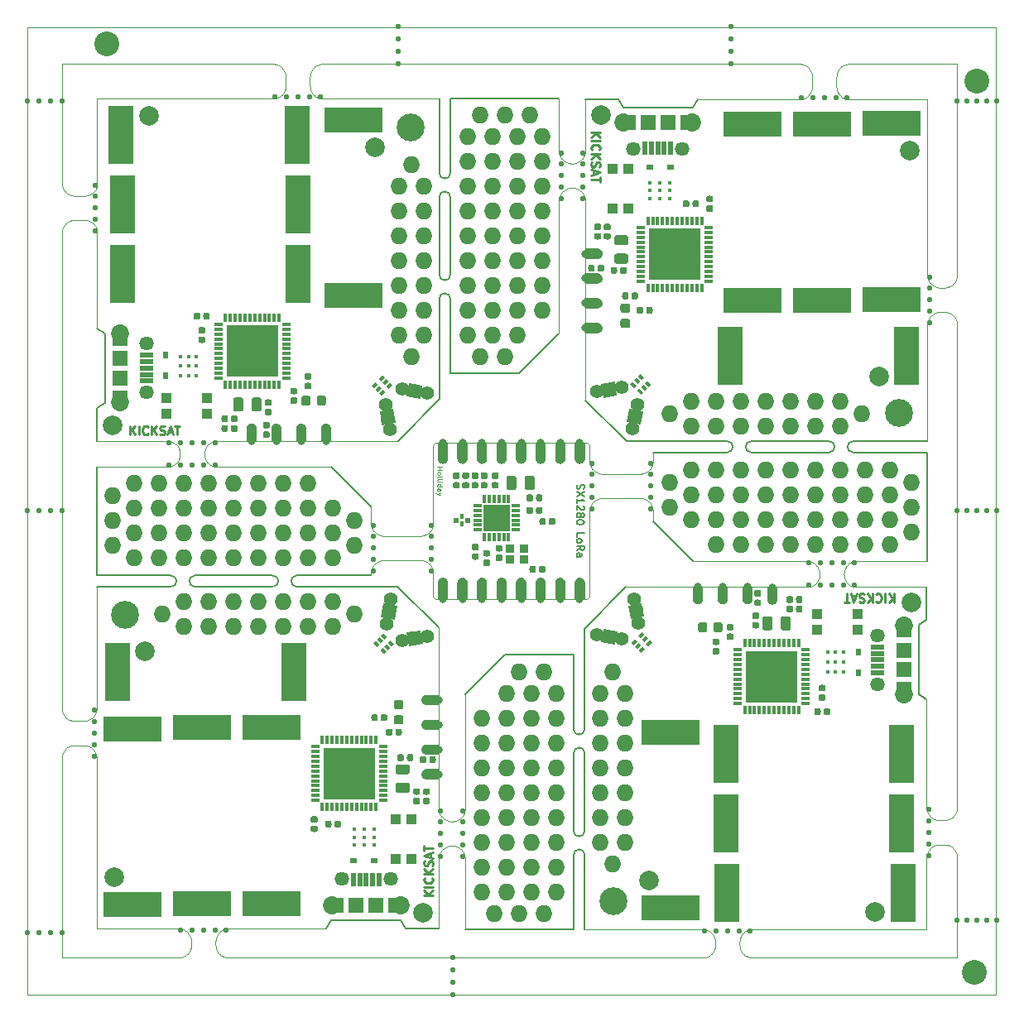
<source format=gbr>
G04 #@! TF.GenerationSoftware,KiCad,Pcbnew,(5.1.4)-1*
G04 #@! TF.CreationDate,2019-09-04T16:38:23-07:00*
G04 #@! TF.ProjectId,output.sprite_panel,6f757470-7574-42e7-9370-726974655f70,rev?*
G04 #@! TF.SameCoordinates,Original*
G04 #@! TF.FileFunction,Soldermask,Top*
G04 #@! TF.FilePolarity,Negative*
%FSLAX46Y46*%
G04 Gerber Fmt 4.6, Leading zero omitted, Abs format (unit mm)*
G04 Created by KiCad (PCBNEW (5.1.4)-1) date 2019-09-04 16:38:23*
%MOMM*%
%LPD*%
G04 APERTURE LIST*
%ADD10C,0.150000*%
%ADD11C,0.222250*%
%ADD12C,0.050800*%
%ADD13C,0.100000*%
%ADD14C,0.190500*%
%ADD15C,0.101600*%
%ADD16C,1.000000*%
%ADD17C,0.800800*%
%ADD18R,1.600800X1.550800*%
%ADD19C,1.850800*%
%ADD20C,1.458800*%
%ADD21R,1.400800X0.500800*%
%ADD22R,1.550800X1.600800*%
%ADD23R,0.500800X1.400800*%
%ADD24O,1.750800X1.750800*%
%ADD25C,0.640800*%
%ADD26C,2.850800*%
%ADD27C,2.000000*%
%ADD28C,0.350800*%
%ADD29C,1.422400*%
%ADD30C,1.025800*%
%ADD31R,0.500800X0.650800*%
%ADD32C,0.925800*%
%ADD33R,6.050800X2.550800*%
%ADD34R,5.300800X5.300800*%
%ADD35R,0.350800X0.900800*%
%ADD36R,0.900800X0.350800*%
%ADD37R,1.001600X1.001600*%
%ADD38R,2.550800X6.050800*%
%ADD39C,0.401599*%
%ADD40R,0.650800X0.500800*%
%ADD41C,2.540000*%
%ADD42R,0.600800X0.600800*%
%ADD43R,0.350800X0.550800*%
%ADD44R,2.700800X2.700800*%
%ADD45R,0.950800X0.850800*%
%ADD46C,0.550800*%
G04 APERTURE END LIST*
D10*
X143649700Y-98425000D02*
X147828000Y-94158400D01*
D11*
X175249310Y-94802113D02*
X175249310Y-95691113D01*
X174741310Y-94802113D02*
X175122310Y-95310113D01*
X174741310Y-95691113D02*
X175249310Y-95183113D01*
X174360310Y-94802113D02*
X174360310Y-95691113D01*
X173428977Y-94886780D02*
X173471310Y-94844446D01*
X173598310Y-94802113D01*
X173682977Y-94802113D01*
X173809977Y-94844446D01*
X173894644Y-94929113D01*
X173936977Y-95013780D01*
X173979310Y-95183113D01*
X173979310Y-95310113D01*
X173936977Y-95479446D01*
X173894644Y-95564113D01*
X173809977Y-95648780D01*
X173682977Y-95691113D01*
X173598310Y-95691113D01*
X173471310Y-95648780D01*
X173428977Y-95606446D01*
X173047977Y-94802113D02*
X173047977Y-95691113D01*
X172539977Y-94802113D02*
X172920977Y-95310113D01*
X172539977Y-95691113D02*
X173047977Y-95183113D01*
X172201310Y-94844446D02*
X172074310Y-94802113D01*
X171862644Y-94802113D01*
X171777977Y-94844446D01*
X171735644Y-94886780D01*
X171693310Y-94971446D01*
X171693310Y-95056113D01*
X171735644Y-95140780D01*
X171777977Y-95183113D01*
X171862644Y-95225446D01*
X172031977Y-95267780D01*
X172116644Y-95310113D01*
X172158977Y-95352446D01*
X172201310Y-95437113D01*
X172201310Y-95521780D01*
X172158977Y-95606446D01*
X172116644Y-95648780D01*
X172031977Y-95691113D01*
X171820310Y-95691113D01*
X171693310Y-95648780D01*
X171354644Y-95056113D02*
X170931310Y-95056113D01*
X171439310Y-94802113D02*
X171142977Y-95691113D01*
X170846644Y-94802113D01*
X170677310Y-95691113D02*
X170169310Y-95691113D01*
X170423310Y-94802113D02*
X170423310Y-95691113D01*
D10*
X142506700Y-129159000D02*
X131394200Y-129159000D01*
X143648956Y-98425000D02*
X143648956Y-108686600D01*
X142506700Y-129159000D02*
X142507444Y-121564400D01*
X178624900Y-97536000D02*
X178624900Y-94158400D01*
X177800000Y-105156000D02*
X178624900Y-105664000D01*
X131394200Y-105156000D02*
X135458200Y-101092000D01*
X135458200Y-101092000D02*
X142507444Y-101092000D01*
X142507444Y-108686600D02*
X142507444Y-101092000D01*
X142506700Y-119100600D02*
X142506700Y-111150400D01*
X177800000Y-105156000D02*
X177800000Y-98044000D01*
X177800000Y-98044000D02*
X178624900Y-97536000D01*
X143648956Y-121564400D02*
X143649700Y-129158400D01*
X143648956Y-111150400D02*
X143648956Y-119100600D01*
X142507444Y-121564400D02*
G75*
G02X143648956Y-121564400I570756J0D01*
G01*
X143648956Y-119100600D02*
G75*
G02X142507444Y-119100600I-570756J0D01*
G01*
X142507444Y-111150400D02*
G75*
G02X143648956Y-111150400I570756J0D01*
G01*
X143648956Y-108686600D02*
G75*
G02X142507444Y-108686600I-570756J0D01*
G01*
X147955000Y-79235300D02*
X143688400Y-75057000D01*
X158216600Y-79236044D02*
G75*
G02X158216600Y-80377556I0J-570756D01*
G01*
X171094400Y-80377556D02*
G75*
G02X171094400Y-79236044I0J570756D01*
G01*
X160680400Y-80377556D02*
G75*
G02X160680400Y-79236044I0J570756D01*
G01*
X168630600Y-79236044D02*
G75*
G02X168630600Y-80377556I0J-570756D01*
G01*
X168630600Y-80378300D02*
X160680400Y-80378300D01*
X158216600Y-80377556D02*
X150622000Y-80377556D01*
X178689000Y-80378300D02*
X178689000Y-91490800D01*
X147955000Y-79236044D02*
X158216600Y-79236044D01*
X171094400Y-79236044D02*
X178688400Y-79235300D01*
X160680400Y-79236044D02*
X168630600Y-79236044D01*
X154686000Y-45085000D02*
X147574000Y-45085000D01*
X147574000Y-45085000D02*
X147066000Y-44260100D01*
X147066000Y-44260100D02*
X143688400Y-44260100D01*
X178689000Y-80378300D02*
X171094400Y-80377556D01*
X154686000Y-91490800D02*
X150622000Y-87426800D01*
X154686000Y-45085000D02*
X155194000Y-44260100D01*
D11*
X144332113Y-47635689D02*
X145221113Y-47635689D01*
X144332113Y-48143689D02*
X144840113Y-47762689D01*
X145221113Y-48143689D02*
X144713113Y-47635689D01*
X144332113Y-48524689D02*
X145221113Y-48524689D01*
X144416780Y-49456022D02*
X144374446Y-49413689D01*
X144332113Y-49286689D01*
X144332113Y-49202022D01*
X144374446Y-49075022D01*
X144459113Y-48990355D01*
X144543780Y-48948022D01*
X144713113Y-48905689D01*
X144840113Y-48905689D01*
X145009446Y-48948022D01*
X145094113Y-48990355D01*
X145178780Y-49075022D01*
X145221113Y-49202022D01*
X145221113Y-49286689D01*
X145178780Y-49413689D01*
X145136446Y-49456022D01*
X144332113Y-49837022D02*
X145221113Y-49837022D01*
X144332113Y-50345022D02*
X144840113Y-49964022D01*
X145221113Y-50345022D02*
X144713113Y-49837022D01*
X144374446Y-50683689D02*
X144332113Y-50810689D01*
X144332113Y-51022355D01*
X144374446Y-51107022D01*
X144416780Y-51149355D01*
X144501446Y-51191689D01*
X144586113Y-51191689D01*
X144670780Y-51149355D01*
X144713113Y-51107022D01*
X144755446Y-51022355D01*
X144797780Y-50853022D01*
X144840113Y-50768355D01*
X144882446Y-50726022D01*
X144967113Y-50683689D01*
X145051780Y-50683689D01*
X145136446Y-50726022D01*
X145178780Y-50768355D01*
X145221113Y-50853022D01*
X145221113Y-51064689D01*
X145178780Y-51191689D01*
X144586113Y-51530355D02*
X144586113Y-51953689D01*
X144332113Y-51445689D02*
X145221113Y-51742022D01*
X144332113Y-52038355D01*
X145221113Y-52207689D02*
X145221113Y-52715689D01*
X144332113Y-52461689D02*
X145221113Y-52461689D01*
D12*
X86614000Y-36890000D02*
X185740000Y-36890000D01*
X185740000Y-135890000D02*
X185740000Y-36890000D01*
X86614000Y-135890000D02*
X86614000Y-36890000D01*
X86614000Y-135890000D02*
X185740000Y-135890000D01*
D11*
X97165689Y-78552886D02*
X97165689Y-77663886D01*
X97673689Y-78552886D02*
X97292689Y-78044886D01*
X97673689Y-77663886D02*
X97165689Y-78171886D01*
X98054689Y-78552886D02*
X98054689Y-77663886D01*
X98986022Y-78468220D02*
X98943689Y-78510553D01*
X98816689Y-78552886D01*
X98732022Y-78552886D01*
X98605022Y-78510553D01*
X98520355Y-78425886D01*
X98478022Y-78341220D01*
X98435689Y-78171886D01*
X98435689Y-78044886D01*
X98478022Y-77875553D01*
X98520355Y-77790886D01*
X98605022Y-77706220D01*
X98732022Y-77663886D01*
X98816689Y-77663886D01*
X98943689Y-77706220D01*
X98986022Y-77748553D01*
X99367022Y-78552886D02*
X99367022Y-77663886D01*
X99875022Y-78552886D02*
X99494022Y-78044886D01*
X99875022Y-77663886D02*
X99367022Y-78171886D01*
X100213689Y-78510553D02*
X100340689Y-78552886D01*
X100552355Y-78552886D01*
X100637022Y-78510553D01*
X100679355Y-78468220D01*
X100721689Y-78383553D01*
X100721689Y-78298886D01*
X100679355Y-78214220D01*
X100637022Y-78171886D01*
X100552355Y-78129553D01*
X100383022Y-78087220D01*
X100298355Y-78044886D01*
X100256022Y-78002553D01*
X100213689Y-77917886D01*
X100213689Y-77833220D01*
X100256022Y-77748553D01*
X100298355Y-77706220D01*
X100383022Y-77663886D01*
X100594689Y-77663886D01*
X100721689Y-77706220D01*
X101060355Y-78298886D02*
X101483689Y-78298886D01*
X100975689Y-78552886D02*
X101272022Y-77663886D01*
X101568355Y-78552886D01*
X101737689Y-77663886D02*
X102245689Y-77663886D01*
X101991689Y-78552886D02*
X101991689Y-77663886D01*
D10*
X128766044Y-54254400D02*
G75*
G02X129907556Y-54254400I570756J0D01*
G01*
X129907556Y-51790600D02*
G75*
G02X128766044Y-51790600I-570756J0D01*
G01*
X128766044Y-64668400D02*
G75*
G02X129907556Y-64668400I570756J0D01*
G01*
X129907556Y-62204600D02*
G75*
G02X128766044Y-62204600I-570756J0D01*
G01*
X128765300Y-74930000D02*
X124587000Y-79196600D01*
X129908300Y-54254400D02*
X129908300Y-62204600D01*
X129908300Y-44196000D02*
X129907556Y-51790600D01*
X129907556Y-64668400D02*
X129907556Y-72263000D01*
X128766044Y-74930000D02*
X128766044Y-64668400D01*
X128766044Y-62204600D02*
X128766044Y-54254400D01*
X128766044Y-51790600D02*
X128765300Y-44196600D01*
X136956800Y-72263000D02*
X129907556Y-72263000D01*
X141020800Y-68199000D02*
X136956800Y-72263000D01*
X129908300Y-44196000D02*
X141020800Y-44196000D01*
X94615000Y-68199000D02*
X93790100Y-67691000D01*
X94615000Y-75311000D02*
X93790100Y-75819000D01*
X93790100Y-75819000D02*
X93790100Y-79196600D01*
X94615000Y-68199000D02*
X94615000Y-75311000D01*
D11*
X128082886Y-125719310D02*
X127193886Y-125719310D01*
X128082886Y-125211310D02*
X127574886Y-125592310D01*
X127193886Y-125211310D02*
X127701886Y-125719310D01*
X128082886Y-124830310D02*
X127193886Y-124830310D01*
X127998220Y-123898977D02*
X128040553Y-123941310D01*
X128082886Y-124068310D01*
X128082886Y-124152977D01*
X128040553Y-124279977D01*
X127955886Y-124364644D01*
X127871220Y-124406977D01*
X127701886Y-124449310D01*
X127574886Y-124449310D01*
X127405553Y-124406977D01*
X127320886Y-124364644D01*
X127236220Y-124279977D01*
X127193886Y-124152977D01*
X127193886Y-124068310D01*
X127236220Y-123941310D01*
X127278553Y-123898977D01*
X128082886Y-123517977D02*
X127193886Y-123517977D01*
X128082886Y-123009977D02*
X127574886Y-123390977D01*
X127193886Y-123009977D02*
X127701886Y-123517977D01*
X128040553Y-122671310D02*
X128082886Y-122544310D01*
X128082886Y-122332644D01*
X128040553Y-122247977D01*
X127998220Y-122205644D01*
X127913553Y-122163310D01*
X127828886Y-122163310D01*
X127744220Y-122205644D01*
X127701886Y-122247977D01*
X127659553Y-122332644D01*
X127617220Y-122501977D01*
X127574886Y-122586644D01*
X127532553Y-122628977D01*
X127447886Y-122671310D01*
X127363220Y-122671310D01*
X127278553Y-122628977D01*
X127236220Y-122586644D01*
X127193886Y-122501977D01*
X127193886Y-122290310D01*
X127236220Y-122163310D01*
X127828886Y-121824644D02*
X127828886Y-121401310D01*
X128082886Y-121909310D02*
X127193886Y-121612977D01*
X128082886Y-121316644D01*
X127193886Y-121147310D02*
X127193886Y-120639310D01*
X128082886Y-120893310D02*
X127193886Y-120893310D01*
D10*
X103784400Y-94118956D02*
G75*
G02X103784400Y-92977444I0J570756D01*
G01*
X101320600Y-92977444D02*
G75*
G02X101320600Y-94118956I0J-570756D01*
G01*
X114198400Y-94118956D02*
G75*
G02X114198400Y-92977444I0J570756D01*
G01*
X111734600Y-92977444D02*
G75*
G02X111734600Y-94118956I0J-570756D01*
G01*
X124460000Y-94119700D02*
X128726600Y-98298000D01*
X103784400Y-92976700D02*
X111734600Y-92976700D01*
X93726000Y-92976700D02*
X101320600Y-92977444D01*
X114198400Y-92977444D02*
X121793000Y-92977444D01*
X124460000Y-94118956D02*
X114198400Y-94118956D01*
X111734600Y-94118956D02*
X103784400Y-94118956D01*
X101320600Y-94118956D02*
X93726600Y-94119700D01*
X117729000Y-81864200D02*
X121793000Y-85928200D01*
X93726000Y-92976700D02*
X93726000Y-81864200D01*
X117729000Y-128270000D02*
X117221000Y-129094900D01*
X124841000Y-128270000D02*
X125349000Y-129094900D01*
X125349000Y-129094900D02*
X128726600Y-129094900D01*
X117729000Y-128270000D02*
X124841000Y-128270000D01*
D13*
X144145000Y-95123000D02*
X143891000Y-95377000D01*
X128397000Y-95377000D02*
X128143000Y-95123000D01*
X128143000Y-79629000D02*
X128397000Y-79375000D01*
X143891000Y-79375000D02*
X144145000Y-79629000D01*
D14*
X142861211Y-83672317D02*
X142824925Y-83781174D01*
X142824925Y-83962602D01*
X142861211Y-84035174D01*
X142897497Y-84071460D01*
X142970068Y-84107745D01*
X143042640Y-84107745D01*
X143115211Y-84071460D01*
X143151497Y-84035174D01*
X143187782Y-83962602D01*
X143224068Y-83817460D01*
X143260354Y-83744888D01*
X143296640Y-83708602D01*
X143369211Y-83672317D01*
X143441782Y-83672317D01*
X143514354Y-83708602D01*
X143550640Y-83744888D01*
X143586925Y-83817460D01*
X143586925Y-83998888D01*
X143550640Y-84107745D01*
X143586925Y-84361745D02*
X142824925Y-84869745D01*
X143586925Y-84869745D02*
X142824925Y-84361745D01*
X142824925Y-85559174D02*
X142824925Y-85123745D01*
X142824925Y-85341460D02*
X143586925Y-85341460D01*
X143478068Y-85268888D01*
X143405497Y-85196317D01*
X143369211Y-85123745D01*
X143514354Y-85849460D02*
X143550640Y-85885745D01*
X143586925Y-85958317D01*
X143586925Y-86139745D01*
X143550640Y-86212317D01*
X143514354Y-86248602D01*
X143441782Y-86284888D01*
X143369211Y-86284888D01*
X143260354Y-86248602D01*
X142824925Y-85813174D01*
X142824925Y-86284888D01*
X143260354Y-86720317D02*
X143296640Y-86647745D01*
X143332925Y-86611460D01*
X143405497Y-86575174D01*
X143441782Y-86575174D01*
X143514354Y-86611460D01*
X143550640Y-86647745D01*
X143586925Y-86720317D01*
X143586925Y-86865460D01*
X143550640Y-86938031D01*
X143514354Y-86974317D01*
X143441782Y-87010602D01*
X143405497Y-87010602D01*
X143332925Y-86974317D01*
X143296640Y-86938031D01*
X143260354Y-86865460D01*
X143260354Y-86720317D01*
X143224068Y-86647745D01*
X143187782Y-86611460D01*
X143115211Y-86575174D01*
X142970068Y-86575174D01*
X142897497Y-86611460D01*
X142861211Y-86647745D01*
X142824925Y-86720317D01*
X142824925Y-86865460D01*
X142861211Y-86938031D01*
X142897497Y-86974317D01*
X142970068Y-87010602D01*
X143115211Y-87010602D01*
X143187782Y-86974317D01*
X143224068Y-86938031D01*
X143260354Y-86865460D01*
X143586925Y-87482317D02*
X143586925Y-87554888D01*
X143550640Y-87627460D01*
X143514354Y-87663745D01*
X143441782Y-87700031D01*
X143296640Y-87736317D01*
X143115211Y-87736317D01*
X142970068Y-87700031D01*
X142897497Y-87663745D01*
X142861211Y-87627460D01*
X142824925Y-87554888D01*
X142824925Y-87482317D01*
X142861211Y-87409745D01*
X142897497Y-87373460D01*
X142970068Y-87337174D01*
X143115211Y-87300888D01*
X143296640Y-87300888D01*
X143441782Y-87337174D01*
X143514354Y-87373460D01*
X143550640Y-87409745D01*
X143586925Y-87482317D01*
X142824925Y-89006317D02*
X142824925Y-88643460D01*
X143586925Y-88643460D01*
X142824925Y-89369174D02*
X142861211Y-89296602D01*
X142897497Y-89260317D01*
X142970068Y-89224031D01*
X143187782Y-89224031D01*
X143260354Y-89260317D01*
X143296640Y-89296602D01*
X143332925Y-89369174D01*
X143332925Y-89478031D01*
X143296640Y-89550602D01*
X143260354Y-89586888D01*
X143187782Y-89623174D01*
X142970068Y-89623174D01*
X142897497Y-89586888D01*
X142861211Y-89550602D01*
X142824925Y-89478031D01*
X142824925Y-89369174D01*
X142824925Y-90385174D02*
X143187782Y-90131174D01*
X142824925Y-89949745D02*
X143586925Y-89949745D01*
X143586925Y-90240031D01*
X143550640Y-90312602D01*
X143514354Y-90348888D01*
X143441782Y-90385174D01*
X143332925Y-90385174D01*
X143260354Y-90348888D01*
X143224068Y-90312602D01*
X143187782Y-90240031D01*
X143187782Y-89949745D01*
X142824925Y-91038317D02*
X143224068Y-91038317D01*
X143296640Y-91002031D01*
X143332925Y-90929460D01*
X143332925Y-90784317D01*
X143296640Y-90711745D01*
X142861211Y-91038317D02*
X142824925Y-90965745D01*
X142824925Y-90784317D01*
X142861211Y-90711745D01*
X142933782Y-90675460D01*
X143006354Y-90675460D01*
X143078925Y-90711745D01*
X143115211Y-90784317D01*
X143115211Y-90965745D01*
X143151497Y-91038317D01*
D15*
X128573590Y-81886697D02*
X129081590Y-81886697D01*
X128839685Y-81886697D02*
X128839685Y-82176982D01*
X128573590Y-82176982D02*
X129081590Y-82176982D01*
X128573590Y-82491459D02*
X128597780Y-82443078D01*
X128621971Y-82418887D01*
X128670352Y-82394697D01*
X128815495Y-82394697D01*
X128863876Y-82418887D01*
X128888066Y-82443078D01*
X128912257Y-82491459D01*
X128912257Y-82564030D01*
X128888066Y-82612411D01*
X128863876Y-82636601D01*
X128815495Y-82660792D01*
X128670352Y-82660792D01*
X128621971Y-82636601D01*
X128597780Y-82612411D01*
X128573590Y-82564030D01*
X128573590Y-82491459D01*
X128573590Y-82951078D02*
X128597780Y-82902697D01*
X128646161Y-82878506D01*
X129081590Y-82878506D01*
X128573590Y-83217173D02*
X128597780Y-83168792D01*
X128646161Y-83144601D01*
X129081590Y-83144601D01*
X128573590Y-83410697D02*
X128912257Y-83410697D01*
X129081590Y-83410697D02*
X129057400Y-83386506D01*
X129033209Y-83410697D01*
X129057400Y-83434887D01*
X129081590Y-83410697D01*
X129033209Y-83410697D01*
X128573590Y-83870316D02*
X129081590Y-83870316D01*
X128597780Y-83870316D02*
X128573590Y-83821935D01*
X128573590Y-83725173D01*
X128597780Y-83676792D01*
X128621971Y-83652601D01*
X128670352Y-83628411D01*
X128815495Y-83628411D01*
X128863876Y-83652601D01*
X128888066Y-83676792D01*
X128912257Y-83725173D01*
X128912257Y-83821935D01*
X128888066Y-83870316D01*
X128573590Y-84329935D02*
X128839685Y-84329935D01*
X128888066Y-84305744D01*
X128912257Y-84257363D01*
X128912257Y-84160601D01*
X128888066Y-84112220D01*
X128597780Y-84329935D02*
X128573590Y-84281554D01*
X128573590Y-84160601D01*
X128597780Y-84112220D01*
X128646161Y-84088030D01*
X128694542Y-84088030D01*
X128742923Y-84112220D01*
X128767114Y-84160601D01*
X128767114Y-84281554D01*
X128791304Y-84329935D01*
X128912257Y-84523459D02*
X128573590Y-84644411D01*
X128912257Y-84765363D02*
X128573590Y-84644411D01*
X128452638Y-84596030D01*
X128428447Y-84571840D01*
X128404257Y-84523459D01*
D13*
X143891000Y-79375000D02*
X128397000Y-79375000D01*
X128397000Y-95375000D02*
X143891000Y-95375000D01*
X160741998Y-132080000D02*
X181736000Y-132080000D01*
X155742010Y-129158400D02*
X143649700Y-129158400D01*
X160742013Y-129158400D02*
X178624900Y-129158400D01*
X160741998Y-132080000D02*
X160642294Y-132072313D01*
X160742013Y-129158400D02*
X160642309Y-129166087D01*
X160642294Y-132072313D02*
X160543476Y-132056985D01*
X160642309Y-129166087D02*
X160543491Y-129181415D01*
X160543476Y-132056985D02*
X160446129Y-132034107D01*
X160543491Y-129181415D02*
X160446144Y-129204293D01*
X160446129Y-132034107D02*
X160350829Y-132003814D01*
X160446144Y-129204293D02*
X160350844Y-129234586D01*
X160350829Y-132003814D02*
X160258139Y-131966285D01*
X160350844Y-129234586D02*
X160258154Y-129272115D01*
X160258139Y-131966285D02*
X160168608Y-131921742D01*
X160258154Y-129272115D02*
X160168623Y-129316658D01*
X160168608Y-131921742D02*
X160082766Y-131870449D01*
X160168623Y-129316658D02*
X160082781Y-129367951D01*
X160082766Y-131870449D02*
X160001121Y-131812709D01*
X160082781Y-129367951D02*
X160001136Y-129425691D01*
X160001121Y-131812709D02*
X159924156Y-131748864D01*
X160001136Y-129425691D02*
X159924171Y-129489536D01*
X159924156Y-131748864D02*
X159852326Y-131679292D01*
X159924171Y-129489536D02*
X159852341Y-129559108D01*
X159852326Y-131679292D02*
X159786056Y-131604405D01*
X159852341Y-129559108D02*
X159786071Y-129633995D01*
X159786056Y-131604405D02*
X159725738Y-131524646D01*
X159786071Y-129633995D02*
X159725753Y-129713754D01*
X159725738Y-131524646D02*
X159671729Y-131440487D01*
X159725753Y-129713754D02*
X159671744Y-129797913D01*
X159671729Y-131440487D02*
X159624349Y-131352426D01*
X159671744Y-129797913D02*
X159624364Y-129885974D01*
X159624349Y-131352426D02*
X159583878Y-131260984D01*
X159624364Y-129885974D02*
X159583893Y-129977416D01*
X159583878Y-131260984D02*
X159550556Y-131166702D01*
X159583893Y-129977416D02*
X159550571Y-130071698D01*
X159550556Y-131166702D02*
X159524580Y-131070138D01*
X159550571Y-130071698D02*
X159524595Y-130168262D01*
X159524580Y-131070138D02*
X159506103Y-130971863D01*
X159524595Y-130168262D02*
X159506118Y-130266537D01*
X159506103Y-130971863D02*
X159495235Y-130872458D01*
X159506118Y-130266537D02*
X159495250Y-130365942D01*
X159495235Y-130872458D02*
X159492040Y-130772512D01*
X159495250Y-130365942D02*
X159492055Y-130465888D01*
X159492040Y-130772512D02*
X159492055Y-130465888D01*
X155742055Y-132080000D02*
X155841759Y-132072313D01*
X155742010Y-129158400D02*
X155841714Y-129166087D01*
X155841759Y-132072313D02*
X155940577Y-132056985D01*
X155841714Y-129166087D02*
X155940532Y-129181415D01*
X155940577Y-132056985D02*
X156037924Y-132034107D01*
X155940532Y-129181415D02*
X156037879Y-129204293D01*
X156037924Y-132034107D02*
X156133224Y-132003814D01*
X156037879Y-129204293D02*
X156133179Y-129234586D01*
X156133224Y-132003814D02*
X156225914Y-131966285D01*
X156133179Y-129234586D02*
X156225869Y-129272115D01*
X156225914Y-131966285D02*
X156315445Y-131921742D01*
X156225869Y-129272115D02*
X156315400Y-129316658D01*
X156315445Y-131921742D02*
X156401287Y-131870449D01*
X156315400Y-129316658D02*
X156401242Y-129367951D01*
X156401287Y-131870449D02*
X156482932Y-131812709D01*
X156401242Y-129367951D02*
X156482887Y-129425691D01*
X156482932Y-131812709D02*
X156559897Y-131748864D01*
X156482887Y-129425691D02*
X156559852Y-129489536D01*
X156559897Y-131748864D02*
X156631727Y-131679292D01*
X156559852Y-129489536D02*
X156631682Y-129559108D01*
X156631727Y-131679292D02*
X156697997Y-131604405D01*
X156631682Y-129559108D02*
X156697952Y-129633995D01*
X156697997Y-131604405D02*
X156758315Y-131524646D01*
X156697952Y-129633995D02*
X156758270Y-129713754D01*
X156758315Y-131524646D02*
X156812324Y-131440487D01*
X156758270Y-129713754D02*
X156812279Y-129797913D01*
X156812324Y-131440487D02*
X156859704Y-131352426D01*
X156812279Y-129797913D02*
X156859659Y-129885974D01*
X156859704Y-131352426D02*
X156900175Y-131260984D01*
X156859659Y-129885974D02*
X156900130Y-129977416D01*
X156900175Y-131260984D02*
X156933497Y-131166702D01*
X156900130Y-129977416D02*
X156933452Y-130071698D01*
X156933497Y-131166702D02*
X156959473Y-131070138D01*
X156933452Y-130071698D02*
X156959428Y-130168262D01*
X156959473Y-131070138D02*
X156977950Y-130971863D01*
X156959428Y-130168262D02*
X156977905Y-130266537D01*
X156977950Y-130971863D02*
X156988818Y-130872458D01*
X156977905Y-130266537D02*
X156988773Y-130365942D01*
X156988818Y-130872458D02*
X156992013Y-130772512D01*
X156988773Y-130365942D02*
X156991968Y-130465888D01*
X156992013Y-130772512D02*
X156991968Y-130465888D01*
X128726600Y-121880008D02*
X128726600Y-129094900D01*
X128726600Y-116879990D02*
X128726600Y-98298000D01*
X131394200Y-121879995D02*
X131394200Y-129158400D01*
X131394200Y-116879990D02*
X131394200Y-105156000D01*
X131394200Y-121879995D02*
X131386513Y-121780291D01*
X128726600Y-121880008D02*
X128734287Y-121780304D01*
X131386513Y-121780291D02*
X131371185Y-121681473D01*
X128734287Y-121780304D02*
X128749615Y-121681486D01*
X131371185Y-121681473D02*
X131348307Y-121584126D01*
X128749615Y-121681486D02*
X128772493Y-121584139D01*
X131348307Y-121584126D02*
X131318014Y-121488826D01*
X128772493Y-121584139D02*
X128802786Y-121488839D01*
X131318014Y-121488826D02*
X131280485Y-121396136D01*
X128802786Y-121488839D02*
X128840315Y-121396149D01*
X131280485Y-121396136D02*
X131235942Y-121306605D01*
X128840315Y-121396149D02*
X128884858Y-121306618D01*
X131235942Y-121306605D02*
X131184649Y-121220763D01*
X128884858Y-121306618D02*
X128936151Y-121220776D01*
X131184649Y-121220763D02*
X131126909Y-121139118D01*
X128936151Y-121220776D02*
X128993891Y-121139131D01*
X131126909Y-121139118D02*
X131063064Y-121062153D01*
X128993891Y-121139131D02*
X129057736Y-121062166D01*
X131063064Y-121062153D02*
X130993492Y-120990323D01*
X129057736Y-121062166D02*
X129127308Y-120990336D01*
X130993492Y-120990323D02*
X130918605Y-120924053D01*
X129127308Y-120990336D02*
X129202195Y-120924066D01*
X130918605Y-120924053D02*
X130838846Y-120863735D01*
X129202195Y-120924066D02*
X129281954Y-120863748D01*
X130838846Y-120863735D02*
X130754687Y-120809726D01*
X129281954Y-120863748D02*
X129366113Y-120809739D01*
X130754687Y-120809726D02*
X130666626Y-120762346D01*
X129366113Y-120809739D02*
X129454174Y-120762359D01*
X130666626Y-120762346D02*
X130575184Y-120721875D01*
X129454174Y-120762359D02*
X129545616Y-120721888D01*
X130575184Y-120721875D02*
X130480902Y-120688553D01*
X129545616Y-120721888D02*
X129639898Y-120688566D01*
X130480902Y-120688553D02*
X130384338Y-120662577D01*
X129639898Y-120688566D02*
X129736462Y-120662590D01*
X130384338Y-120662577D02*
X130286063Y-120644100D01*
X129736462Y-120662590D02*
X129834737Y-120644113D01*
X130286063Y-120644100D02*
X130186658Y-120633232D01*
X129834737Y-120644113D02*
X129934142Y-120633245D01*
X130186658Y-120633232D02*
X130086712Y-120630037D01*
X129934142Y-120633245D02*
X130034088Y-120630050D01*
X130034088Y-120630050D02*
X130086712Y-120630037D01*
X131394200Y-116879990D02*
X131386513Y-116979694D01*
X128726600Y-116879990D02*
X128734287Y-116979694D01*
X131386513Y-116979694D02*
X131371185Y-117078512D01*
X128734287Y-116979694D02*
X128749615Y-117078512D01*
X131371185Y-117078512D02*
X131348307Y-117175859D01*
X128749615Y-117078512D02*
X128772493Y-117175859D01*
X131348307Y-117175859D02*
X131318014Y-117271159D01*
X128772493Y-117175859D02*
X128802786Y-117271159D01*
X131318014Y-117271159D02*
X131280485Y-117363849D01*
X128802786Y-117271159D02*
X128840315Y-117363849D01*
X131280485Y-117363849D02*
X131235942Y-117453380D01*
X128840315Y-117363849D02*
X128884858Y-117453380D01*
X131235942Y-117453380D02*
X131184649Y-117539222D01*
X128884858Y-117453380D02*
X128936151Y-117539222D01*
X131184649Y-117539222D02*
X131126909Y-117620867D01*
X128936151Y-117539222D02*
X128993891Y-117620867D01*
X131126909Y-117620867D02*
X131063064Y-117697832D01*
X128993891Y-117620867D02*
X129057736Y-117697832D01*
X131063064Y-117697832D02*
X130993492Y-117769662D01*
X129057736Y-117697832D02*
X129127308Y-117769662D01*
X130993492Y-117769662D02*
X130918605Y-117835932D01*
X129127308Y-117769662D02*
X129202195Y-117835932D01*
X130918605Y-117835932D02*
X130838846Y-117896250D01*
X129202195Y-117835932D02*
X129281954Y-117896250D01*
X130838846Y-117896250D02*
X130754687Y-117950259D01*
X129281954Y-117896250D02*
X129366113Y-117950259D01*
X130754687Y-117950259D02*
X130666626Y-117997639D01*
X129366113Y-117950259D02*
X129454174Y-117997639D01*
X130666626Y-117997639D02*
X130575184Y-118038110D01*
X129454174Y-117997639D02*
X129545616Y-118038110D01*
X130575184Y-118038110D02*
X130480902Y-118071432D01*
X129545616Y-118038110D02*
X129639898Y-118071432D01*
X130480902Y-118071432D02*
X130384338Y-118097408D01*
X129639898Y-118071432D02*
X129736462Y-118097408D01*
X130384338Y-118097408D02*
X130286063Y-118115885D01*
X129736462Y-118097408D02*
X129834737Y-118115885D01*
X130286063Y-118115885D02*
X130186658Y-118126753D01*
X129834737Y-118115885D02*
X129934142Y-118126753D01*
X130186658Y-118126753D02*
X130086712Y-118129948D01*
X129934142Y-118126753D02*
X130034088Y-118129948D01*
X130034088Y-118129948D02*
X130086712Y-118129948D01*
X101004992Y-79196600D02*
X93790100Y-79196600D01*
X106005010Y-79196600D02*
X124587000Y-79196600D01*
X101005005Y-81864200D02*
X93726600Y-81864200D01*
X106005010Y-81864200D02*
X117729000Y-81864200D01*
X101005005Y-81864200D02*
X101104709Y-81856513D01*
X101004992Y-79196600D02*
X101104696Y-79204287D01*
X101104709Y-81856513D02*
X101203527Y-81841185D01*
X101104696Y-79204287D02*
X101203514Y-79219615D01*
X101203527Y-81841185D02*
X101300874Y-81818307D01*
X101203514Y-79219615D02*
X101300861Y-79242493D01*
X101300874Y-81818307D02*
X101396174Y-81788014D01*
X101300861Y-79242493D02*
X101396161Y-79272786D01*
X101396174Y-81788014D02*
X101488864Y-81750485D01*
X101396161Y-79272786D02*
X101488851Y-79310315D01*
X101488864Y-81750485D02*
X101578395Y-81705942D01*
X101488851Y-79310315D02*
X101578382Y-79354858D01*
X101578395Y-81705942D02*
X101664237Y-81654649D01*
X101578382Y-79354858D02*
X101664224Y-79406151D01*
X101664237Y-81654649D02*
X101745882Y-81596909D01*
X101664224Y-79406151D02*
X101745869Y-79463891D01*
X101745882Y-81596909D02*
X101822847Y-81533064D01*
X101745869Y-79463891D02*
X101822834Y-79527736D01*
X101822847Y-81533064D02*
X101894677Y-81463492D01*
X101822834Y-79527736D02*
X101894664Y-79597308D01*
X101894677Y-81463492D02*
X101960947Y-81388605D01*
X101894664Y-79597308D02*
X101960934Y-79672195D01*
X101960947Y-81388605D02*
X102021265Y-81308846D01*
X101960934Y-79672195D02*
X102021252Y-79751954D01*
X102021265Y-81308846D02*
X102075274Y-81224687D01*
X102021252Y-79751954D02*
X102075261Y-79836113D01*
X102075274Y-81224687D02*
X102122654Y-81136626D01*
X102075261Y-79836113D02*
X102122641Y-79924174D01*
X102122654Y-81136626D02*
X102163125Y-81045184D01*
X102122641Y-79924174D02*
X102163112Y-80015616D01*
X102163125Y-81045184D02*
X102196447Y-80950902D01*
X102163112Y-80015616D02*
X102196434Y-80109898D01*
X102196447Y-80950902D02*
X102222423Y-80854338D01*
X102196434Y-80109898D02*
X102222410Y-80206462D01*
X102222423Y-80854338D02*
X102240900Y-80756063D01*
X102222410Y-80206462D02*
X102240887Y-80304737D01*
X102240900Y-80756063D02*
X102251768Y-80656658D01*
X102240887Y-80304737D02*
X102251755Y-80404142D01*
X102251768Y-80656658D02*
X102254963Y-80556712D01*
X102251755Y-80404142D02*
X102254950Y-80504088D01*
X102254950Y-80504088D02*
X102254963Y-80556712D01*
X106005010Y-81864200D02*
X105905306Y-81856513D01*
X106005010Y-79196600D02*
X105905306Y-79204287D01*
X105905306Y-81856513D02*
X105806488Y-81841185D01*
X105905306Y-79204287D02*
X105806488Y-79219615D01*
X105806488Y-81841185D02*
X105709141Y-81818307D01*
X105806488Y-79219615D02*
X105709141Y-79242493D01*
X105709141Y-81818307D02*
X105613841Y-81788014D01*
X105709141Y-79242493D02*
X105613841Y-79272786D01*
X105613841Y-81788014D02*
X105521151Y-81750485D01*
X105613841Y-79272786D02*
X105521151Y-79310315D01*
X105521151Y-81750485D02*
X105431620Y-81705942D01*
X105521151Y-79310315D02*
X105431620Y-79354858D01*
X105431620Y-81705942D02*
X105345778Y-81654649D01*
X105431620Y-79354858D02*
X105345778Y-79406151D01*
X105345778Y-81654649D02*
X105264133Y-81596909D01*
X105345778Y-79406151D02*
X105264133Y-79463891D01*
X105264133Y-81596909D02*
X105187168Y-81533064D01*
X105264133Y-79463891D02*
X105187168Y-79527736D01*
X105187168Y-81533064D02*
X105115338Y-81463492D01*
X105187168Y-79527736D02*
X105115338Y-79597308D01*
X105115338Y-81463492D02*
X105049068Y-81388605D01*
X105115338Y-79597308D02*
X105049068Y-79672195D01*
X105049068Y-81388605D02*
X104988750Y-81308846D01*
X105049068Y-79672195D02*
X104988750Y-79751954D01*
X104988750Y-81308846D02*
X104934741Y-81224687D01*
X104988750Y-79751954D02*
X104934741Y-79836113D01*
X104934741Y-81224687D02*
X104887361Y-81136626D01*
X104934741Y-79836113D02*
X104887361Y-79924174D01*
X104887361Y-81136626D02*
X104846890Y-81045184D01*
X104887361Y-79924174D02*
X104846890Y-80015616D01*
X104846890Y-81045184D02*
X104813568Y-80950902D01*
X104846890Y-80015616D02*
X104813568Y-80109898D01*
X104813568Y-80950902D02*
X104787592Y-80854338D01*
X104813568Y-80109898D02*
X104787592Y-80206462D01*
X104787592Y-80854338D02*
X104769115Y-80756063D01*
X104787592Y-80206462D02*
X104769115Y-80304737D01*
X104769115Y-80756063D02*
X104758247Y-80656658D01*
X104769115Y-80304737D02*
X104758247Y-80404142D01*
X104758247Y-80656658D02*
X104755052Y-80556712D01*
X104758247Y-80404142D02*
X104755052Y-80504088D01*
X104755052Y-80504088D02*
X104755052Y-80556712D01*
X171409995Y-91490800D02*
X178688400Y-91490800D01*
X166409990Y-91490800D02*
X154686000Y-91490800D01*
X171410008Y-94158400D02*
X178624900Y-94158400D01*
X166409990Y-94158400D02*
X147828000Y-94158400D01*
X166409990Y-94158400D02*
X166509694Y-94150713D01*
X166409990Y-91490800D02*
X166509694Y-91498487D01*
X166509694Y-94150713D02*
X166608512Y-94135385D01*
X166509694Y-91498487D02*
X166608512Y-91513815D01*
X166608512Y-94135385D02*
X166705859Y-94112507D01*
X166608512Y-91513815D02*
X166705859Y-91536693D01*
X166705859Y-94112507D02*
X166801159Y-94082214D01*
X166705859Y-91536693D02*
X166801159Y-91566986D01*
X166801159Y-94082214D02*
X166893849Y-94044685D01*
X166801159Y-91566986D02*
X166893849Y-91604515D01*
X166893849Y-94044685D02*
X166983380Y-94000142D01*
X166893849Y-91604515D02*
X166983380Y-91649058D01*
X166983380Y-94000142D02*
X167069222Y-93948849D01*
X166983380Y-91649058D02*
X167069222Y-91700351D01*
X167069222Y-93948849D02*
X167150867Y-93891109D01*
X167069222Y-91700351D02*
X167150867Y-91758091D01*
X167150867Y-93891109D02*
X167227832Y-93827264D01*
X167150867Y-91758091D02*
X167227832Y-91821936D01*
X167227832Y-93827264D02*
X167299662Y-93757692D01*
X167227832Y-91821936D02*
X167299662Y-91891508D01*
X167299662Y-93757692D02*
X167365932Y-93682805D01*
X167299662Y-91891508D02*
X167365932Y-91966395D01*
X167365932Y-93682805D02*
X167426250Y-93603046D01*
X167365932Y-91966395D02*
X167426250Y-92046154D01*
X167426250Y-93603046D02*
X167480259Y-93518887D01*
X167426250Y-92046154D02*
X167480259Y-92130313D01*
X167480259Y-93518887D02*
X167527639Y-93430826D01*
X167480259Y-92130313D02*
X167527639Y-92218374D01*
X167527639Y-93430826D02*
X167568110Y-93339384D01*
X167527639Y-92218374D02*
X167568110Y-92309816D01*
X167568110Y-93339384D02*
X167601432Y-93245102D01*
X167568110Y-92309816D02*
X167601432Y-92404098D01*
X167601432Y-93245102D02*
X167627408Y-93148538D01*
X167601432Y-92404098D02*
X167627408Y-92500662D01*
X167627408Y-93148538D02*
X167645885Y-93050263D01*
X167627408Y-92500662D02*
X167645885Y-92598937D01*
X167645885Y-93050263D02*
X167656753Y-92950858D01*
X167645885Y-92598937D02*
X167656753Y-92698342D01*
X167656753Y-92950858D02*
X167659948Y-92850912D01*
X167656753Y-92698342D02*
X167659948Y-92798288D01*
X167659948Y-92798288D02*
X167659948Y-92850912D01*
X171409995Y-91490800D02*
X171310291Y-91498487D01*
X171410008Y-94158400D02*
X171310304Y-94150713D01*
X171310291Y-91498487D02*
X171211473Y-91513815D01*
X171310304Y-94150713D02*
X171211486Y-94135385D01*
X171211473Y-91513815D02*
X171114126Y-91536693D01*
X171211486Y-94135385D02*
X171114139Y-94112507D01*
X171114126Y-91536693D02*
X171018826Y-91566986D01*
X171114139Y-94112507D02*
X171018839Y-94082214D01*
X171018826Y-91566986D02*
X170926136Y-91604515D01*
X171018839Y-94082214D02*
X170926149Y-94044685D01*
X170926136Y-91604515D02*
X170836605Y-91649058D01*
X170926149Y-94044685D02*
X170836618Y-94000142D01*
X170836605Y-91649058D02*
X170750763Y-91700351D01*
X170836618Y-94000142D02*
X170750776Y-93948849D01*
X170750763Y-91700351D02*
X170669118Y-91758091D01*
X170750776Y-93948849D02*
X170669131Y-93891109D01*
X170669118Y-91758091D02*
X170592153Y-91821936D01*
X170669131Y-93891109D02*
X170592166Y-93827264D01*
X170592153Y-91821936D02*
X170520323Y-91891508D01*
X170592166Y-93827264D02*
X170520336Y-93757692D01*
X170520323Y-91891508D02*
X170454053Y-91966395D01*
X170520336Y-93757692D02*
X170454066Y-93682805D01*
X170454053Y-91966395D02*
X170393735Y-92046154D01*
X170454066Y-93682805D02*
X170393748Y-93603046D01*
X170393735Y-92046154D02*
X170339726Y-92130313D01*
X170393748Y-93603046D02*
X170339739Y-93518887D01*
X170339726Y-92130313D02*
X170292346Y-92218374D01*
X170339739Y-93518887D02*
X170292359Y-93430826D01*
X170292346Y-92218374D02*
X170251875Y-92309816D01*
X170292359Y-93430826D02*
X170251888Y-93339384D01*
X170251875Y-92309816D02*
X170218553Y-92404098D01*
X170251888Y-93339384D02*
X170218566Y-93245102D01*
X170218553Y-92404098D02*
X170192577Y-92500662D01*
X170218566Y-93245102D02*
X170192590Y-93148538D01*
X170192577Y-92500662D02*
X170174100Y-92598937D01*
X170192590Y-93148538D02*
X170174113Y-93050263D01*
X170174100Y-92598937D02*
X170163232Y-92698342D01*
X170174113Y-93050263D02*
X170163245Y-92950858D01*
X170163232Y-92698342D02*
X170160037Y-92798288D01*
X170163245Y-92950858D02*
X170160050Y-92850912D01*
X170160037Y-92798288D02*
X170160050Y-92850912D01*
X143688400Y-49569992D02*
X143688400Y-44260100D01*
X143688400Y-54570008D02*
X143688400Y-75057000D01*
X141020800Y-49569997D02*
X141020800Y-44196600D01*
X141020800Y-54569995D02*
X141020800Y-68199000D01*
X141020800Y-49569997D02*
X141028487Y-49669701D01*
X143688400Y-49569992D02*
X143680713Y-49669696D01*
X141028487Y-49669701D02*
X141043815Y-49768519D01*
X143680713Y-49669696D02*
X143665385Y-49768514D01*
X141043815Y-49768519D02*
X141066693Y-49865866D01*
X143665385Y-49768514D02*
X143642507Y-49865861D01*
X141066693Y-49865866D02*
X141096986Y-49961166D01*
X143642507Y-49865861D02*
X143612214Y-49961161D01*
X141096986Y-49961166D02*
X141134515Y-50053856D01*
X143612214Y-49961161D02*
X143574685Y-50053851D01*
X141134515Y-50053856D02*
X141179058Y-50143387D01*
X143574685Y-50053851D02*
X143530142Y-50143382D01*
X141179058Y-50143387D02*
X141230351Y-50229229D01*
X143530142Y-50143382D02*
X143478849Y-50229224D01*
X141230351Y-50229229D02*
X141288091Y-50310874D01*
X143478849Y-50229224D02*
X143421109Y-50310869D01*
X141288091Y-50310874D02*
X141351936Y-50387839D01*
X143421109Y-50310869D02*
X143357264Y-50387834D01*
X141351936Y-50387839D02*
X141421508Y-50459669D01*
X143357264Y-50387834D02*
X143287692Y-50459664D01*
X141421508Y-50459669D02*
X141496395Y-50525939D01*
X143287692Y-50459664D02*
X143212805Y-50525934D01*
X141496395Y-50525939D02*
X141576154Y-50586257D01*
X143212805Y-50525934D02*
X143133046Y-50586252D01*
X141576154Y-50586257D02*
X141660313Y-50640266D01*
X143133046Y-50586252D02*
X143048887Y-50640261D01*
X141660313Y-50640266D02*
X141748374Y-50687646D01*
X143048887Y-50640261D02*
X142960826Y-50687641D01*
X141748374Y-50687646D02*
X141839816Y-50728117D01*
X142960826Y-50687641D02*
X142869384Y-50728112D01*
X141839816Y-50728117D02*
X141934098Y-50761439D01*
X142869384Y-50728112D02*
X142775102Y-50761434D01*
X141934098Y-50761439D02*
X142030662Y-50787415D01*
X142775102Y-50761434D02*
X142678538Y-50787410D01*
X142030662Y-50787415D02*
X142128937Y-50805892D01*
X142678538Y-50787410D02*
X142580263Y-50805887D01*
X142128937Y-50805892D02*
X142228342Y-50816760D01*
X142580263Y-50805887D02*
X142480858Y-50816755D01*
X142228342Y-50816760D02*
X142328288Y-50819955D01*
X142480858Y-50816755D02*
X142380912Y-50819950D01*
X142380912Y-50819950D02*
X142328288Y-50819955D01*
X141020800Y-54569995D02*
X141028487Y-54470291D01*
X143688400Y-54570008D02*
X143680713Y-54470304D01*
X141028487Y-54470291D02*
X141043815Y-54371473D01*
X143680713Y-54470304D02*
X143665385Y-54371486D01*
X141043815Y-54371473D02*
X141066693Y-54274126D01*
X143665385Y-54371486D02*
X143642507Y-54274139D01*
X141066693Y-54274126D02*
X141096986Y-54178826D01*
X143642507Y-54274139D02*
X143612214Y-54178839D01*
X141096986Y-54178826D02*
X141134515Y-54086136D01*
X143612214Y-54178839D02*
X143574685Y-54086149D01*
X141134515Y-54086136D02*
X141179058Y-53996605D01*
X143574685Y-54086149D02*
X143530142Y-53996618D01*
X141179058Y-53996605D02*
X141230351Y-53910763D01*
X143530142Y-53996618D02*
X143478849Y-53910776D01*
X141230351Y-53910763D02*
X141288091Y-53829118D01*
X143478849Y-53910776D02*
X143421109Y-53829131D01*
X141288091Y-53829118D02*
X141351936Y-53752153D01*
X143421109Y-53829131D02*
X143357264Y-53752166D01*
X141351936Y-53752153D02*
X141421508Y-53680323D01*
X143357264Y-53752166D02*
X143287692Y-53680336D01*
X141421508Y-53680323D02*
X141496395Y-53614053D01*
X143287692Y-53680336D02*
X143212805Y-53614066D01*
X141496395Y-53614053D02*
X141576154Y-53553735D01*
X143212805Y-53614066D02*
X143133046Y-53553748D01*
X141576154Y-53553735D02*
X141660313Y-53499726D01*
X143133046Y-53553748D02*
X143048887Y-53499739D01*
X141660313Y-53499726D02*
X141748374Y-53452346D01*
X143048887Y-53499739D02*
X142960826Y-53452359D01*
X141748374Y-53452346D02*
X141839816Y-53411875D01*
X142960826Y-53452359D02*
X142869384Y-53411888D01*
X141839816Y-53411875D02*
X141934098Y-53378553D01*
X142869384Y-53411888D02*
X142775102Y-53378566D01*
X141934098Y-53378553D02*
X142030662Y-53352577D01*
X142775102Y-53378566D02*
X142678538Y-53352590D01*
X142030662Y-53352577D02*
X142128937Y-53334100D01*
X142678538Y-53352590D02*
X142580263Y-53334113D01*
X142128937Y-53334100D02*
X142228342Y-53323232D01*
X142580263Y-53334113D02*
X142480858Y-53323245D01*
X142228342Y-53323232D02*
X142328288Y-53320037D01*
X142480858Y-53323245D02*
X142380912Y-53320050D01*
X142380912Y-53320050D02*
X142328288Y-53320037D01*
X181736000Y-121753015D02*
X181736000Y-132080000D01*
X178624900Y-121753000D02*
X178624900Y-129158400D01*
X178624900Y-116752997D02*
X178624900Y-105664000D01*
X178624900Y-116752997D02*
X178632587Y-116852701D01*
X181736000Y-116752910D02*
X181728313Y-116852614D01*
X178632587Y-116852701D02*
X178647915Y-116951519D01*
X181728313Y-116852614D02*
X181712985Y-116951432D01*
X178647915Y-116951519D02*
X178670793Y-117048866D01*
X181712985Y-116951432D02*
X181690107Y-117048779D01*
X178670793Y-117048866D02*
X178701086Y-117144166D01*
X181690107Y-117048779D02*
X181659814Y-117144079D01*
X178701086Y-117144166D02*
X178738615Y-117236856D01*
X181659814Y-117144079D02*
X181622285Y-117236769D01*
X178738615Y-117236856D02*
X178783158Y-117326387D01*
X181622285Y-117236769D02*
X181577742Y-117326300D01*
X178783158Y-117326387D02*
X178834451Y-117412229D01*
X181577742Y-117326300D02*
X181526449Y-117412142D01*
X178834451Y-117412229D02*
X178892191Y-117493874D01*
X181526449Y-117412142D02*
X181468709Y-117493787D01*
X178892191Y-117493874D02*
X178956036Y-117570839D01*
X181468709Y-117493787D02*
X181404864Y-117570752D01*
X178956036Y-117570839D02*
X179025608Y-117642669D01*
X181404864Y-117570752D02*
X181335292Y-117642582D01*
X179025608Y-117642669D02*
X179100495Y-117708939D01*
X181335292Y-117642582D02*
X181260405Y-117708852D01*
X179100495Y-117708939D02*
X179180254Y-117769257D01*
X181260405Y-117708852D02*
X181180646Y-117769170D01*
X179180254Y-117769257D02*
X179264413Y-117823266D01*
X181180646Y-117769170D02*
X181096487Y-117823179D01*
X179264413Y-117823266D02*
X179352474Y-117870646D01*
X181096487Y-117823179D02*
X181008426Y-117870559D01*
X179352474Y-117870646D02*
X179443916Y-117911117D01*
X181008426Y-117870559D02*
X180916984Y-117911030D01*
X179443916Y-117911117D02*
X179538198Y-117944439D01*
X180916984Y-117911030D02*
X180822702Y-117944352D01*
X179538198Y-117944439D02*
X179634762Y-117970415D01*
X180822702Y-117944352D02*
X180726138Y-117970328D01*
X179634762Y-117970415D02*
X179733037Y-117988892D01*
X180726138Y-117970328D02*
X180627863Y-117988805D01*
X179733037Y-117988892D02*
X179832442Y-117999760D01*
X180627863Y-117988805D02*
X180528458Y-117999673D01*
X179832442Y-117999760D02*
X179932388Y-118002955D01*
X180528458Y-117999673D02*
X180428512Y-118002868D01*
X180428512Y-118002868D02*
X179932388Y-118002955D01*
X178624900Y-121753000D02*
X178632587Y-121653296D01*
X181736000Y-121753015D02*
X181728313Y-121653311D01*
X178632587Y-121653296D02*
X178647915Y-121554478D01*
X181728313Y-121653311D02*
X181712985Y-121554493D01*
X178647915Y-121554478D02*
X178670793Y-121457131D01*
X181712985Y-121554493D02*
X181690107Y-121457146D01*
X178670793Y-121457131D02*
X178701086Y-121361831D01*
X181690107Y-121457146D02*
X181659814Y-121361846D01*
X178701086Y-121361831D02*
X178738615Y-121269141D01*
X181659814Y-121361846D02*
X181622285Y-121269156D01*
X178738615Y-121269141D02*
X178783158Y-121179610D01*
X181622285Y-121269156D02*
X181577742Y-121179625D01*
X178783158Y-121179610D02*
X178834451Y-121093768D01*
X181577742Y-121179625D02*
X181526449Y-121093783D01*
X178834451Y-121093768D02*
X178892191Y-121012123D01*
X181526449Y-121093783D02*
X181468709Y-121012138D01*
X178892191Y-121012123D02*
X178956036Y-120935158D01*
X181468709Y-121012138D02*
X181404864Y-120935173D01*
X178956036Y-120935158D02*
X179025608Y-120863328D01*
X181404864Y-120935173D02*
X181335292Y-120863343D01*
X179025608Y-120863328D02*
X179100495Y-120797058D01*
X181335292Y-120863343D02*
X181260405Y-120797073D01*
X179100495Y-120797058D02*
X179180254Y-120736740D01*
X181260405Y-120797073D02*
X181180646Y-120736755D01*
X179180254Y-120736740D02*
X179264413Y-120682731D01*
X181180646Y-120736755D02*
X181096487Y-120682746D01*
X179264413Y-120682731D02*
X179352474Y-120635351D01*
X181096487Y-120682746D02*
X181008426Y-120635366D01*
X179352474Y-120635351D02*
X179443916Y-120594880D01*
X181008426Y-120635366D02*
X180916984Y-120594895D01*
X179443916Y-120594880D02*
X179538198Y-120561558D01*
X180916984Y-120594895D02*
X180822702Y-120561573D01*
X179538198Y-120561558D02*
X179634762Y-120535582D01*
X180822702Y-120561573D02*
X180726138Y-120535597D01*
X179634762Y-120535582D02*
X179733037Y-120517105D01*
X180726138Y-120535597D02*
X180627863Y-120517120D01*
X179733037Y-120517105D02*
X179832442Y-120506237D01*
X180627863Y-120517120D02*
X180528458Y-120506252D01*
X179832442Y-120506237D02*
X179932388Y-120503042D01*
X180528458Y-120506252D02*
X180428512Y-120503057D01*
X180428512Y-120503057D02*
X179932388Y-120503042D01*
X181736000Y-67269988D02*
X181736000Y-116752910D01*
X181736000Y-62270012D02*
X181736000Y-40640000D01*
X178688400Y-67270003D02*
X178688400Y-79235300D01*
X178688400Y-62269997D02*
X178688400Y-44260100D01*
X181736000Y-62270012D02*
X181728313Y-62369716D01*
X178688400Y-62269997D02*
X178696087Y-62369701D01*
X181728313Y-62369716D02*
X181712985Y-62468534D01*
X178696087Y-62369701D02*
X178711415Y-62468519D01*
X181712985Y-62468534D02*
X181690107Y-62565881D01*
X178711415Y-62468519D02*
X178734293Y-62565866D01*
X181690107Y-62565881D02*
X181659814Y-62661181D01*
X178734293Y-62565866D02*
X178764586Y-62661166D01*
X181659814Y-62661181D02*
X181622285Y-62753871D01*
X178764586Y-62661166D02*
X178802115Y-62753856D01*
X181622285Y-62753871D02*
X181577742Y-62843402D01*
X178802115Y-62753856D02*
X178846658Y-62843387D01*
X181577742Y-62843402D02*
X181526449Y-62929244D01*
X178846658Y-62843387D02*
X178897951Y-62929229D01*
X181526449Y-62929244D02*
X181468709Y-63010889D01*
X178897951Y-62929229D02*
X178955691Y-63010874D01*
X181468709Y-63010889D02*
X181404864Y-63087854D01*
X178955691Y-63010874D02*
X179019536Y-63087839D01*
X181404864Y-63087854D02*
X181335292Y-63159684D01*
X179019536Y-63087839D02*
X179089108Y-63159669D01*
X181335292Y-63159684D02*
X181260405Y-63225954D01*
X179089108Y-63159669D02*
X179163995Y-63225939D01*
X181260405Y-63225954D02*
X181180646Y-63286272D01*
X179163995Y-63225939D02*
X179243754Y-63286257D01*
X181180646Y-63286272D02*
X181096487Y-63340281D01*
X179243754Y-63286257D02*
X179327913Y-63340266D01*
X181096487Y-63340281D02*
X181008426Y-63387661D01*
X179327913Y-63340266D02*
X179415974Y-63387646D01*
X181008426Y-63387661D02*
X180916984Y-63428132D01*
X179415974Y-63387646D02*
X179507416Y-63428117D01*
X180916984Y-63428132D02*
X180822702Y-63461454D01*
X179507416Y-63428117D02*
X179601698Y-63461439D01*
X180822702Y-63461454D02*
X180726138Y-63487430D01*
X179601698Y-63461439D02*
X179698262Y-63487415D01*
X180726138Y-63487430D02*
X180627863Y-63505907D01*
X179698262Y-63487415D02*
X179796537Y-63505892D01*
X180627863Y-63505907D02*
X180528458Y-63516775D01*
X179796537Y-63505892D02*
X179895942Y-63516760D01*
X180528458Y-63516775D02*
X180428512Y-63519970D01*
X179895942Y-63516760D02*
X179995888Y-63519955D01*
X180428512Y-63519970D02*
X179995888Y-63519955D01*
X181736000Y-67269988D02*
X181728313Y-67170284D01*
X178688400Y-67270003D02*
X178696087Y-67170299D01*
X181728313Y-67170284D02*
X181712985Y-67071466D01*
X178696087Y-67170299D02*
X178711415Y-67071481D01*
X181712985Y-67071466D02*
X181690107Y-66974119D01*
X178711415Y-67071481D02*
X178734293Y-66974134D01*
X181690107Y-66974119D02*
X181659814Y-66878819D01*
X178734293Y-66974134D02*
X178764586Y-66878834D01*
X181659814Y-66878819D02*
X181622285Y-66786129D01*
X178764586Y-66878834D02*
X178802115Y-66786144D01*
X181622285Y-66786129D02*
X181577742Y-66696598D01*
X178802115Y-66786144D02*
X178846658Y-66696613D01*
X181577742Y-66696598D02*
X181526449Y-66610756D01*
X178846658Y-66696613D02*
X178897951Y-66610771D01*
X181526449Y-66610756D02*
X181468709Y-66529111D01*
X178897951Y-66610771D02*
X178955691Y-66529126D01*
X181468709Y-66529111D02*
X181404864Y-66452146D01*
X178955691Y-66529126D02*
X179019536Y-66452161D01*
X181404864Y-66452146D02*
X181335292Y-66380316D01*
X179019536Y-66452161D02*
X179089108Y-66380331D01*
X181335292Y-66380316D02*
X181260405Y-66314046D01*
X179089108Y-66380331D02*
X179163995Y-66314061D01*
X181260405Y-66314046D02*
X181180646Y-66253728D01*
X179163995Y-66314061D02*
X179243754Y-66253743D01*
X181180646Y-66253728D02*
X181096487Y-66199719D01*
X179243754Y-66253743D02*
X179327913Y-66199734D01*
X181096487Y-66199719D02*
X181008426Y-66152339D01*
X179327913Y-66199734D02*
X179415974Y-66152354D01*
X181008426Y-66152339D02*
X180916984Y-66111868D01*
X179415974Y-66152354D02*
X179507416Y-66111883D01*
X180916984Y-66111868D02*
X180822702Y-66078546D01*
X179507416Y-66111883D02*
X179601698Y-66078561D01*
X180822702Y-66078546D02*
X180726138Y-66052570D01*
X179601698Y-66078561D02*
X179698262Y-66052585D01*
X180726138Y-66052570D02*
X180627863Y-66034093D01*
X179698262Y-66052585D02*
X179796537Y-66034108D01*
X180627863Y-66034093D02*
X180528458Y-66023225D01*
X179796537Y-66034108D02*
X179895942Y-66023240D01*
X180528458Y-66023225D02*
X180428512Y-66020030D01*
X179895942Y-66023240D02*
X179995888Y-66020045D01*
X180428512Y-66020030D02*
X179995888Y-66020045D01*
X128145000Y-87669990D02*
X128145000Y-79629000D01*
X128145000Y-92670003D02*
X128145000Y-95123000D01*
X121793000Y-87670000D02*
X121793000Y-85928200D01*
X121793000Y-92670000D02*
X121793000Y-92977444D01*
X121793000Y-87670000D02*
X121800687Y-87769704D01*
X128145000Y-87669990D02*
X128137313Y-87769694D01*
X121800687Y-87769704D02*
X121816015Y-87868522D01*
X128137313Y-87769694D02*
X128121985Y-87868512D01*
X121816015Y-87868522D02*
X121838893Y-87965869D01*
X128121985Y-87868512D02*
X128099107Y-87965859D01*
X121838893Y-87965869D02*
X121869186Y-88061169D01*
X128099107Y-87965859D02*
X128068814Y-88061159D01*
X121869186Y-88061169D02*
X121906715Y-88153859D01*
X128068814Y-88061159D02*
X128031285Y-88153849D01*
X121906715Y-88153859D02*
X121951258Y-88243390D01*
X128031285Y-88153849D02*
X127986742Y-88243380D01*
X121951258Y-88243390D02*
X122002551Y-88329232D01*
X127986742Y-88243380D02*
X127935449Y-88329222D01*
X122002551Y-88329232D02*
X122060291Y-88410877D01*
X127935449Y-88329222D02*
X127877709Y-88410867D01*
X122060291Y-88410877D02*
X122124136Y-88487842D01*
X127877709Y-88410867D02*
X127813864Y-88487832D01*
X122124136Y-88487842D02*
X122193708Y-88559672D01*
X127813864Y-88487832D02*
X127744292Y-88559662D01*
X122193708Y-88559672D02*
X122268595Y-88625942D01*
X127744292Y-88559662D02*
X127669405Y-88625932D01*
X122268595Y-88625942D02*
X122348354Y-88686260D01*
X127669405Y-88625932D02*
X127589646Y-88686250D01*
X122348354Y-88686260D02*
X122432513Y-88740269D01*
X127589646Y-88686250D02*
X127505487Y-88740259D01*
X122432513Y-88740269D02*
X122520574Y-88787649D01*
X127505487Y-88740259D02*
X127417426Y-88787639D01*
X122520574Y-88787649D02*
X122612016Y-88828120D01*
X127417426Y-88787639D02*
X127325984Y-88828110D01*
X122612016Y-88828120D02*
X122706298Y-88861442D01*
X127325984Y-88828110D02*
X127231702Y-88861432D01*
X122706298Y-88861442D02*
X122802862Y-88887418D01*
X127231702Y-88861432D02*
X127135138Y-88887408D01*
X122802862Y-88887418D02*
X122901137Y-88905895D01*
X127135138Y-88887408D02*
X127036863Y-88905885D01*
X122901137Y-88905895D02*
X123000542Y-88916763D01*
X127036863Y-88905885D02*
X126937458Y-88916753D01*
X123000542Y-88916763D02*
X123100488Y-88919958D01*
X126937458Y-88916753D02*
X126837512Y-88919948D01*
X126837512Y-88919948D02*
X123100488Y-88919958D01*
X121793000Y-92670000D02*
X121800687Y-92570296D01*
X128145000Y-92670003D02*
X128137313Y-92570299D01*
X121800687Y-92570296D02*
X121816015Y-92471478D01*
X128137313Y-92570299D02*
X128121985Y-92471481D01*
X121816015Y-92471478D02*
X121838893Y-92374131D01*
X128121985Y-92471481D02*
X128099107Y-92374134D01*
X121838893Y-92374131D02*
X121869186Y-92278831D01*
X128099107Y-92374134D02*
X128068814Y-92278834D01*
X121869186Y-92278831D02*
X121906715Y-92186141D01*
X128068814Y-92278834D02*
X128031285Y-92186144D01*
X121906715Y-92186141D02*
X121951258Y-92096610D01*
X128031285Y-92186144D02*
X127986742Y-92096613D01*
X121951258Y-92096610D02*
X122002551Y-92010768D01*
X127986742Y-92096613D02*
X127935449Y-92010771D01*
X122002551Y-92010768D02*
X122060291Y-91929123D01*
X127935449Y-92010771D02*
X127877709Y-91929126D01*
X122060291Y-91929123D02*
X122124136Y-91852158D01*
X127877709Y-91929126D02*
X127813864Y-91852161D01*
X122124136Y-91852158D02*
X122193708Y-91780328D01*
X127813864Y-91852161D02*
X127744292Y-91780331D01*
X122193708Y-91780328D02*
X122268595Y-91714058D01*
X127744292Y-91780331D02*
X127669405Y-91714061D01*
X122268595Y-91714058D02*
X122348354Y-91653740D01*
X127669405Y-91714061D02*
X127589646Y-91653743D01*
X122348354Y-91653740D02*
X122432513Y-91599731D01*
X127589646Y-91653743D02*
X127505487Y-91599734D01*
X122432513Y-91599731D02*
X122520574Y-91552351D01*
X127505487Y-91599734D02*
X127417426Y-91552354D01*
X122520574Y-91552351D02*
X122612016Y-91511880D01*
X127417426Y-91552354D02*
X127325984Y-91511883D01*
X122612016Y-91511880D02*
X122706298Y-91478558D01*
X127325984Y-91511883D02*
X127231702Y-91478561D01*
X122706298Y-91478558D02*
X122802862Y-91452582D01*
X127231702Y-91478561D02*
X127135138Y-91452585D01*
X122802862Y-91452582D02*
X122901137Y-91434105D01*
X127135138Y-91452585D02*
X127036863Y-91434108D01*
X122901137Y-91434105D02*
X123000542Y-91423237D01*
X127036863Y-91434108D02*
X126937458Y-91423240D01*
X123000542Y-91423237D02*
X123100488Y-91420042D01*
X126937458Y-91423240D02*
X126837512Y-91420045D01*
X126837512Y-91420045D02*
X123100488Y-91420042D01*
X150622000Y-86320000D02*
X150622000Y-87426800D01*
X150622000Y-81320002D02*
X150622000Y-80377556D01*
X144145000Y-81319995D02*
X144145000Y-79629000D01*
X144145000Y-86319998D02*
X144145000Y-95123000D01*
X150622000Y-81320002D02*
X150614313Y-81419706D01*
X144145000Y-81319995D02*
X144152687Y-81419699D01*
X150614313Y-81419706D02*
X150598985Y-81518524D01*
X144152687Y-81419699D02*
X144168015Y-81518517D01*
X150598985Y-81518524D02*
X150576107Y-81615871D01*
X144168015Y-81518517D02*
X144190893Y-81615864D01*
X150576107Y-81615871D02*
X150545814Y-81711171D01*
X144190893Y-81615864D02*
X144221186Y-81711164D01*
X150545814Y-81711171D02*
X150508285Y-81803861D01*
X144221186Y-81711164D02*
X144258715Y-81803854D01*
X150508285Y-81803861D02*
X150463742Y-81893392D01*
X144258715Y-81803854D02*
X144303258Y-81893385D01*
X150463742Y-81893392D02*
X150412449Y-81979234D01*
X144303258Y-81893385D02*
X144354551Y-81979227D01*
X150412449Y-81979234D02*
X150354709Y-82060879D01*
X144354551Y-81979227D02*
X144412291Y-82060872D01*
X150354709Y-82060879D02*
X150290864Y-82137844D01*
X144412291Y-82060872D02*
X144476136Y-82137837D01*
X150290864Y-82137844D02*
X150221292Y-82209674D01*
X144476136Y-82137837D02*
X144545708Y-82209667D01*
X150221292Y-82209674D02*
X150146405Y-82275944D01*
X144545708Y-82209667D02*
X144620595Y-82275937D01*
X150146405Y-82275944D02*
X150066646Y-82336262D01*
X144620595Y-82275937D02*
X144700354Y-82336255D01*
X150066646Y-82336262D02*
X149982487Y-82390271D01*
X144700354Y-82336255D02*
X144784513Y-82390264D01*
X149982487Y-82390271D02*
X149894426Y-82437651D01*
X144784513Y-82390264D02*
X144872574Y-82437644D01*
X149894426Y-82437651D02*
X149802984Y-82478122D01*
X144872574Y-82437644D02*
X144964016Y-82478115D01*
X149802984Y-82478122D02*
X149708702Y-82511444D01*
X144964016Y-82478115D02*
X145058298Y-82511437D01*
X149708702Y-82511444D02*
X149612138Y-82537420D01*
X145058298Y-82511437D02*
X145154862Y-82537413D01*
X149612138Y-82537420D02*
X149513863Y-82555897D01*
X145154862Y-82537413D02*
X145253137Y-82555890D01*
X149513863Y-82555897D02*
X149414458Y-82566765D01*
X145253137Y-82555890D02*
X145352542Y-82566758D01*
X149414458Y-82566765D02*
X149314512Y-82569960D01*
X145352542Y-82566758D02*
X145452488Y-82569953D01*
X149314512Y-82569960D02*
X145452488Y-82569953D01*
X144145000Y-86319998D02*
X144152687Y-86220294D01*
X150622000Y-86320000D02*
X150614313Y-86220296D01*
X144152687Y-86220294D02*
X144168015Y-86121476D01*
X150614313Y-86220296D02*
X150598985Y-86121478D01*
X144168015Y-86121476D02*
X144190893Y-86024129D01*
X150598985Y-86121478D02*
X150576107Y-86024131D01*
X144190893Y-86024129D02*
X144221186Y-85928829D01*
X150576107Y-86024131D02*
X150545814Y-85928831D01*
X144221186Y-85928829D02*
X144258715Y-85836139D01*
X150545814Y-85928831D02*
X150508285Y-85836141D01*
X144258715Y-85836139D02*
X144303258Y-85746608D01*
X150508285Y-85836141D02*
X150463742Y-85746610D01*
X144303258Y-85746608D02*
X144354551Y-85660766D01*
X150463742Y-85746610D02*
X150412449Y-85660768D01*
X144354551Y-85660766D02*
X144412291Y-85579121D01*
X150412449Y-85660768D02*
X150354709Y-85579123D01*
X144412291Y-85579121D02*
X144476136Y-85502156D01*
X150354709Y-85579123D02*
X150290864Y-85502158D01*
X144476136Y-85502156D02*
X144545708Y-85430326D01*
X150290864Y-85502158D02*
X150221292Y-85430328D01*
X144545708Y-85430326D02*
X144620595Y-85364056D01*
X150221292Y-85430328D02*
X150146405Y-85364058D01*
X144620595Y-85364056D02*
X144700354Y-85303738D01*
X150146405Y-85364058D02*
X150066646Y-85303740D01*
X144700354Y-85303738D02*
X144784513Y-85249729D01*
X150066646Y-85303740D02*
X149982487Y-85249731D01*
X144784513Y-85249729D02*
X144872574Y-85202349D01*
X149982487Y-85249731D02*
X149894426Y-85202351D01*
X144872574Y-85202349D02*
X144964016Y-85161878D01*
X149894426Y-85202351D02*
X149802984Y-85161880D01*
X144964016Y-85161878D02*
X145058298Y-85128556D01*
X149802984Y-85161880D02*
X149708702Y-85128558D01*
X145058298Y-85128556D02*
X145154862Y-85102580D01*
X149708702Y-85128558D02*
X149612138Y-85102582D01*
X145154862Y-85102580D02*
X145253137Y-85084103D01*
X149612138Y-85102582D02*
X149513863Y-85084105D01*
X145253137Y-85084103D02*
X145352542Y-85073235D01*
X149513863Y-85084105D02*
X149414458Y-85073237D01*
X145352542Y-85073235D02*
X145452488Y-85070040D01*
X149414458Y-85073237D02*
X149314512Y-85070042D01*
X149314512Y-85070042D02*
X145452488Y-85070040D01*
X170647988Y-40640000D02*
X181736000Y-40640000D01*
X170647998Y-44260100D02*
X178688400Y-44260100D01*
X165648007Y-44260100D02*
X155194000Y-44260100D01*
X165648025Y-40640000D02*
X165747729Y-40647687D01*
X165648007Y-44260100D02*
X165747711Y-44252413D01*
X165747729Y-40647687D02*
X165846547Y-40663015D01*
X165747711Y-44252413D02*
X165846529Y-44237085D01*
X165846547Y-40663015D02*
X165943894Y-40685893D01*
X165846529Y-44237085D02*
X165943876Y-44214207D01*
X165943894Y-40685893D02*
X166039194Y-40716186D01*
X165943876Y-44214207D02*
X166039176Y-44183914D01*
X166039194Y-40716186D02*
X166131884Y-40753715D01*
X166039176Y-44183914D02*
X166131866Y-44146385D01*
X166131884Y-40753715D02*
X166221415Y-40798258D01*
X166131866Y-44146385D02*
X166221397Y-44101842D01*
X166221415Y-40798258D02*
X166307257Y-40849551D01*
X166221397Y-44101842D02*
X166307239Y-44050549D01*
X166307257Y-40849551D02*
X166388902Y-40907291D01*
X166307239Y-44050549D02*
X166388884Y-43992809D01*
X166388902Y-40907291D02*
X166465867Y-40971136D01*
X166388884Y-43992809D02*
X166465849Y-43928964D01*
X166465867Y-40971136D02*
X166537697Y-41040708D01*
X166465849Y-43928964D02*
X166537679Y-43859392D01*
X166537697Y-41040708D02*
X166603967Y-41115595D01*
X166537679Y-43859392D02*
X166603949Y-43784505D01*
X166603967Y-41115595D02*
X166664285Y-41195354D01*
X166603949Y-43784505D02*
X166664267Y-43704746D01*
X166664285Y-41195354D02*
X166718294Y-41279513D01*
X166664267Y-43704746D02*
X166718276Y-43620587D01*
X166718294Y-41279513D02*
X166765674Y-41367574D01*
X166718276Y-43620587D02*
X166765656Y-43532526D01*
X166765674Y-41367574D02*
X166806145Y-41459016D01*
X166765656Y-43532526D02*
X166806127Y-43441084D01*
X166806145Y-41459016D02*
X166839467Y-41553298D01*
X166806127Y-43441084D02*
X166839449Y-43346802D01*
X166839467Y-41553298D02*
X166865443Y-41649862D01*
X166839449Y-43346802D02*
X166865425Y-43250238D01*
X166865443Y-41649862D02*
X166883920Y-41748137D01*
X166865425Y-43250238D02*
X166883902Y-43151963D01*
X166883920Y-41748137D02*
X166894788Y-41847542D01*
X166883902Y-43151963D02*
X166894770Y-43052558D01*
X166894788Y-41847542D02*
X166897983Y-41947488D01*
X166894770Y-43052558D02*
X166897965Y-42952612D01*
X166897983Y-41947488D02*
X166897965Y-42952612D01*
X170647988Y-40640000D02*
X170548284Y-40647687D01*
X170647998Y-44260100D02*
X170548294Y-44252413D01*
X170548284Y-40647687D02*
X170449466Y-40663015D01*
X170548294Y-44252413D02*
X170449476Y-44237085D01*
X170449466Y-40663015D02*
X170352119Y-40685893D01*
X170449476Y-44237085D02*
X170352129Y-44214207D01*
X170352119Y-40685893D02*
X170256819Y-40716186D01*
X170352129Y-44214207D02*
X170256829Y-44183914D01*
X170256819Y-40716186D02*
X170164129Y-40753715D01*
X170256829Y-44183914D02*
X170164139Y-44146385D01*
X170164129Y-40753715D02*
X170074598Y-40798258D01*
X170164139Y-44146385D02*
X170074608Y-44101842D01*
X170074598Y-40798258D02*
X169988756Y-40849551D01*
X170074608Y-44101842D02*
X169988766Y-44050549D01*
X169988756Y-40849551D02*
X169907111Y-40907291D01*
X169988766Y-44050549D02*
X169907121Y-43992809D01*
X169907111Y-40907291D02*
X169830146Y-40971136D01*
X169907121Y-43992809D02*
X169830156Y-43928964D01*
X169830146Y-40971136D02*
X169758316Y-41040708D01*
X169830156Y-43928964D02*
X169758326Y-43859392D01*
X169758316Y-41040708D02*
X169692046Y-41115595D01*
X169758326Y-43859392D02*
X169692056Y-43784505D01*
X169692046Y-41115595D02*
X169631728Y-41195354D01*
X169692056Y-43784505D02*
X169631738Y-43704746D01*
X169631728Y-41195354D02*
X169577719Y-41279513D01*
X169631738Y-43704746D02*
X169577729Y-43620587D01*
X169577719Y-41279513D02*
X169530339Y-41367574D01*
X169577729Y-43620587D02*
X169530349Y-43532526D01*
X169530339Y-41367574D02*
X169489868Y-41459016D01*
X169530349Y-43532526D02*
X169489878Y-43441084D01*
X169489868Y-41459016D02*
X169456546Y-41553298D01*
X169489878Y-43441084D02*
X169456556Y-43346802D01*
X169456546Y-41553298D02*
X169430570Y-41649862D01*
X169456556Y-43346802D02*
X169430580Y-43250238D01*
X169430570Y-41649862D02*
X169412093Y-41748137D01*
X169430580Y-43250238D02*
X169412103Y-43151963D01*
X169412093Y-41748137D02*
X169401225Y-41847542D01*
X169412103Y-43151963D02*
X169401235Y-43052558D01*
X169401225Y-41847542D02*
X169398030Y-41947488D01*
X169401235Y-43052558D02*
X169398040Y-42952612D01*
X169398030Y-41947488D02*
X169398040Y-42952612D01*
X116800008Y-40640000D02*
X165648025Y-40640000D01*
X111800012Y-40640000D02*
X90170000Y-40640000D01*
X116800003Y-44196600D02*
X128765300Y-44196600D01*
X111799997Y-44196600D02*
X93790100Y-44196600D01*
X111800012Y-40640000D02*
X111899716Y-40647687D01*
X111799997Y-44196600D02*
X111899701Y-44188913D01*
X111899716Y-40647687D02*
X111998534Y-40663015D01*
X111899701Y-44188913D02*
X111998519Y-44173585D01*
X111998534Y-40663015D02*
X112095881Y-40685893D01*
X111998519Y-44173585D02*
X112095866Y-44150707D01*
X112095881Y-40685893D02*
X112191181Y-40716186D01*
X112095866Y-44150707D02*
X112191166Y-44120414D01*
X112191181Y-40716186D02*
X112283871Y-40753715D01*
X112191166Y-44120414D02*
X112283856Y-44082885D01*
X112283871Y-40753715D02*
X112373402Y-40798258D01*
X112283856Y-44082885D02*
X112373387Y-44038342D01*
X112373402Y-40798258D02*
X112459244Y-40849551D01*
X112373387Y-44038342D02*
X112459229Y-43987049D01*
X112459244Y-40849551D02*
X112540889Y-40907291D01*
X112459229Y-43987049D02*
X112540874Y-43929309D01*
X112540889Y-40907291D02*
X112617854Y-40971136D01*
X112540874Y-43929309D02*
X112617839Y-43865464D01*
X112617854Y-40971136D02*
X112689684Y-41040708D01*
X112617839Y-43865464D02*
X112689669Y-43795892D01*
X112689684Y-41040708D02*
X112755954Y-41115595D01*
X112689669Y-43795892D02*
X112755939Y-43721005D01*
X112755954Y-41115595D02*
X112816272Y-41195354D01*
X112755939Y-43721005D02*
X112816257Y-43641246D01*
X112816272Y-41195354D02*
X112870281Y-41279513D01*
X112816257Y-43641246D02*
X112870266Y-43557087D01*
X112870281Y-41279513D02*
X112917661Y-41367574D01*
X112870266Y-43557087D02*
X112917646Y-43469026D01*
X112917661Y-41367574D02*
X112958132Y-41459016D01*
X112917646Y-43469026D02*
X112958117Y-43377584D01*
X112958132Y-41459016D02*
X112991454Y-41553298D01*
X112958117Y-43377584D02*
X112991439Y-43283302D01*
X112991454Y-41553298D02*
X113017430Y-41649862D01*
X112991439Y-43283302D02*
X113017415Y-43186738D01*
X113017430Y-41649862D02*
X113035907Y-41748137D01*
X113017415Y-43186738D02*
X113035892Y-43088463D01*
X113035907Y-41748137D02*
X113046775Y-41847542D01*
X113035892Y-43088463D02*
X113046760Y-42989058D01*
X113046775Y-41847542D02*
X113049970Y-41947488D01*
X113046760Y-42989058D02*
X113049955Y-42889112D01*
X113049970Y-41947488D02*
X113049955Y-42889112D01*
X116800003Y-44196600D02*
X116700299Y-44188913D01*
X116800008Y-40640000D02*
X116700304Y-40647687D01*
X116700299Y-44188913D02*
X116601481Y-44173585D01*
X116700304Y-40647687D02*
X116601486Y-40663015D01*
X116601481Y-44173585D02*
X116504134Y-44150707D01*
X116601486Y-40663015D02*
X116504139Y-40685893D01*
X116504134Y-44150707D02*
X116408834Y-44120414D01*
X116504139Y-40685893D02*
X116408839Y-40716186D01*
X116408834Y-44120414D02*
X116316144Y-44082885D01*
X116408839Y-40716186D02*
X116316149Y-40753715D01*
X116316144Y-44082885D02*
X116226613Y-44038342D01*
X116316149Y-40753715D02*
X116226618Y-40798258D01*
X116226613Y-44038342D02*
X116140771Y-43987049D01*
X116226618Y-40798258D02*
X116140776Y-40849551D01*
X116140771Y-43987049D02*
X116059126Y-43929309D01*
X116140776Y-40849551D02*
X116059131Y-40907291D01*
X116059126Y-43929309D02*
X115982161Y-43865464D01*
X116059131Y-40907291D02*
X115982166Y-40971136D01*
X115982161Y-43865464D02*
X115910331Y-43795892D01*
X115982166Y-40971136D02*
X115910336Y-41040708D01*
X115910331Y-43795892D02*
X115844061Y-43721005D01*
X115910336Y-41040708D02*
X115844066Y-41115595D01*
X115844061Y-43721005D02*
X115783743Y-43641246D01*
X115844066Y-41115595D02*
X115783748Y-41195354D01*
X115783743Y-43641246D02*
X115729734Y-43557087D01*
X115783748Y-41195354D02*
X115729739Y-41279513D01*
X115729734Y-43557087D02*
X115682354Y-43469026D01*
X115729739Y-41279513D02*
X115682359Y-41367574D01*
X115682354Y-43469026D02*
X115641883Y-43377584D01*
X115682359Y-41367574D02*
X115641888Y-41459016D01*
X115641883Y-43377584D02*
X115608561Y-43283302D01*
X115641888Y-41459016D02*
X115608566Y-41553298D01*
X115608561Y-43283302D02*
X115582585Y-43186738D01*
X115608566Y-41553298D02*
X115582590Y-41649862D01*
X115582585Y-43186738D02*
X115564108Y-43088463D01*
X115582590Y-41649862D02*
X115564113Y-41748137D01*
X115564108Y-43088463D02*
X115553240Y-42989058D01*
X115564113Y-41748137D02*
X115553245Y-41847542D01*
X115553240Y-42989058D02*
X115550045Y-42889112D01*
X115553245Y-41847542D02*
X115550050Y-41947488D01*
X115550050Y-41947488D02*
X115550045Y-42889112D01*
X90170000Y-52872017D02*
X90170000Y-40640000D01*
X93790100Y-52872007D02*
X93790100Y-44196600D01*
X93790100Y-57871988D02*
X93790100Y-67691000D01*
X90170000Y-57871913D02*
X90177687Y-57772209D01*
X93790100Y-57871988D02*
X93782413Y-57772284D01*
X90177687Y-57772209D02*
X90193015Y-57673391D01*
X93782413Y-57772284D02*
X93767085Y-57673466D01*
X90193015Y-57673391D02*
X90215893Y-57576044D01*
X93767085Y-57673466D02*
X93744207Y-57576119D01*
X90215893Y-57576044D02*
X90246186Y-57480744D01*
X93744207Y-57576119D02*
X93713914Y-57480819D01*
X90246186Y-57480744D02*
X90283715Y-57388054D01*
X93713914Y-57480819D02*
X93676385Y-57388129D01*
X90283715Y-57388054D02*
X90328258Y-57298523D01*
X93676385Y-57388129D02*
X93631842Y-57298598D01*
X90328258Y-57298523D02*
X90379551Y-57212681D01*
X93631842Y-57298598D02*
X93580549Y-57212756D01*
X90379551Y-57212681D02*
X90437291Y-57131036D01*
X93580549Y-57212756D02*
X93522809Y-57131111D01*
X90437291Y-57131036D02*
X90501136Y-57054071D01*
X93522809Y-57131111D02*
X93458964Y-57054146D01*
X90501136Y-57054071D02*
X90570708Y-56982241D01*
X93458964Y-57054146D02*
X93389392Y-56982316D01*
X90570708Y-56982241D02*
X90645595Y-56915971D01*
X93389392Y-56982316D02*
X93314505Y-56916046D01*
X90645595Y-56915971D02*
X90725354Y-56855653D01*
X93314505Y-56916046D02*
X93234746Y-56855728D01*
X90725354Y-56855653D02*
X90809513Y-56801644D01*
X93234746Y-56855728D02*
X93150587Y-56801719D01*
X90809513Y-56801644D02*
X90897574Y-56754264D01*
X93150587Y-56801719D02*
X93062526Y-56754339D01*
X90897574Y-56754264D02*
X90989016Y-56713793D01*
X93062526Y-56754339D02*
X92971084Y-56713868D01*
X90989016Y-56713793D02*
X91083298Y-56680471D01*
X92971084Y-56713868D02*
X92876802Y-56680546D01*
X91083298Y-56680471D02*
X91179862Y-56654495D01*
X92876802Y-56680546D02*
X92780238Y-56654570D01*
X91179862Y-56654495D02*
X91278137Y-56636018D01*
X92780238Y-56654570D02*
X92681963Y-56636093D01*
X91278137Y-56636018D02*
X91377542Y-56625150D01*
X92681963Y-56636093D02*
X92582558Y-56625225D01*
X91377542Y-56625150D02*
X91477488Y-56621955D01*
X92582558Y-56625225D02*
X92482612Y-56622030D01*
X91477488Y-56621955D02*
X92482612Y-56622030D01*
X90170000Y-52872017D02*
X90177687Y-52971721D01*
X93790100Y-52872007D02*
X93782413Y-52971711D01*
X90177687Y-52971721D02*
X90193015Y-53070539D01*
X93782413Y-52971711D02*
X93767085Y-53070529D01*
X90193015Y-53070539D02*
X90215893Y-53167886D01*
X93767085Y-53070529D02*
X93744207Y-53167876D01*
X90215893Y-53167886D02*
X90246186Y-53263186D01*
X93744207Y-53167876D02*
X93713914Y-53263176D01*
X90246186Y-53263186D02*
X90283715Y-53355876D01*
X93713914Y-53263176D02*
X93676385Y-53355866D01*
X90283715Y-53355876D02*
X90328258Y-53445407D01*
X93676385Y-53355866D02*
X93631842Y-53445397D01*
X90328258Y-53445407D02*
X90379551Y-53531249D01*
X93631842Y-53445397D02*
X93580549Y-53531239D01*
X90379551Y-53531249D02*
X90437291Y-53612894D01*
X93580549Y-53531239D02*
X93522809Y-53612884D01*
X90437291Y-53612894D02*
X90501136Y-53689859D01*
X93522809Y-53612884D02*
X93458964Y-53689849D01*
X90501136Y-53689859D02*
X90570708Y-53761689D01*
X93458964Y-53689849D02*
X93389392Y-53761679D01*
X90570708Y-53761689D02*
X90645595Y-53827959D01*
X93389392Y-53761679D02*
X93314505Y-53827949D01*
X90645595Y-53827959D02*
X90725354Y-53888277D01*
X93314505Y-53827949D02*
X93234746Y-53888267D01*
X90725354Y-53888277D02*
X90809513Y-53942286D01*
X93234746Y-53888267D02*
X93150587Y-53942276D01*
X90809513Y-53942286D02*
X90897574Y-53989666D01*
X93150587Y-53942276D02*
X93062526Y-53989656D01*
X90897574Y-53989666D02*
X90989016Y-54030137D01*
X93062526Y-53989656D02*
X92971084Y-54030127D01*
X90989016Y-54030137D02*
X91083298Y-54063459D01*
X92971084Y-54030127D02*
X92876802Y-54063449D01*
X91083298Y-54063459D02*
X91179862Y-54089435D01*
X92876802Y-54063449D02*
X92780238Y-54089425D01*
X91179862Y-54089435D02*
X91278137Y-54107912D01*
X92780238Y-54089425D02*
X92681963Y-54107902D01*
X91278137Y-54107912D02*
X91377542Y-54118780D01*
X92681963Y-54107902D02*
X92582558Y-54118770D01*
X91377542Y-54118780D02*
X91477488Y-54121975D01*
X92582558Y-54118770D02*
X92482612Y-54121965D01*
X91477488Y-54121975D02*
X92482612Y-54121965D01*
X90170000Y-106593027D02*
X90170000Y-57871913D01*
X90170000Y-111593008D02*
X90170000Y-132080000D01*
X93726600Y-106592982D02*
X93726600Y-94119700D01*
X93726600Y-111592988D02*
X93726600Y-129094900D01*
X93726600Y-111592988D02*
X93718913Y-111493284D01*
X90170000Y-111593008D02*
X90177687Y-111493304D01*
X93718913Y-111493284D02*
X93703585Y-111394466D01*
X90177687Y-111493304D02*
X90193015Y-111394486D01*
X93703585Y-111394466D02*
X93680707Y-111297119D01*
X90193015Y-111394486D02*
X90215893Y-111297139D01*
X93680707Y-111297119D02*
X93650414Y-111201819D01*
X90215893Y-111297139D02*
X90246186Y-111201839D01*
X93650414Y-111201819D02*
X93612885Y-111109129D01*
X90246186Y-111201839D02*
X90283715Y-111109149D01*
X93612885Y-111109129D02*
X93568342Y-111019598D01*
X90283715Y-111109149D02*
X90328258Y-111019618D01*
X93568342Y-111019598D02*
X93517049Y-110933756D01*
X90328258Y-111019618D02*
X90379551Y-110933776D01*
X93517049Y-110933756D02*
X93459309Y-110852111D01*
X90379551Y-110933776D02*
X90437291Y-110852131D01*
X93459309Y-110852111D02*
X93395464Y-110775146D01*
X90437291Y-110852131D02*
X90501136Y-110775166D01*
X93395464Y-110775146D02*
X93325892Y-110703316D01*
X90501136Y-110775166D02*
X90570708Y-110703336D01*
X93325892Y-110703316D02*
X93251005Y-110637046D01*
X90570708Y-110703336D02*
X90645595Y-110637066D01*
X93251005Y-110637046D02*
X93171246Y-110576728D01*
X90645595Y-110637066D02*
X90725354Y-110576748D01*
X93171246Y-110576728D02*
X93087087Y-110522719D01*
X90725354Y-110576748D02*
X90809513Y-110522739D01*
X93087087Y-110522719D02*
X92999026Y-110475339D01*
X90809513Y-110522739D02*
X90897574Y-110475359D01*
X92999026Y-110475339D02*
X92907584Y-110434868D01*
X90897574Y-110475359D02*
X90989016Y-110434888D01*
X92907584Y-110434868D02*
X92813302Y-110401546D01*
X90989016Y-110434888D02*
X91083298Y-110401566D01*
X92813302Y-110401546D02*
X92716738Y-110375570D01*
X91083298Y-110401566D02*
X91179862Y-110375590D01*
X92716738Y-110375570D02*
X92618463Y-110357093D01*
X91179862Y-110375590D02*
X91278137Y-110357113D01*
X92618463Y-110357093D02*
X92519058Y-110346225D01*
X91278137Y-110357113D02*
X91377542Y-110346245D01*
X92519058Y-110346225D02*
X92419112Y-110343030D01*
X91377542Y-110346245D02*
X91477488Y-110343050D01*
X91477488Y-110343050D02*
X92419112Y-110343030D01*
X90170000Y-106593027D02*
X90177687Y-106692731D01*
X93726600Y-106592982D02*
X93718913Y-106692686D01*
X90177687Y-106692731D02*
X90193015Y-106791549D01*
X93718913Y-106692686D02*
X93703585Y-106791504D01*
X90193015Y-106791549D02*
X90215893Y-106888896D01*
X93703585Y-106791504D02*
X93680707Y-106888851D01*
X90215893Y-106888896D02*
X90246186Y-106984196D01*
X93680707Y-106888851D02*
X93650414Y-106984151D01*
X90246186Y-106984196D02*
X90283715Y-107076886D01*
X93650414Y-106984151D02*
X93612885Y-107076841D01*
X90283715Y-107076886D02*
X90328258Y-107166417D01*
X93612885Y-107076841D02*
X93568342Y-107166372D01*
X90328258Y-107166417D02*
X90379551Y-107252259D01*
X93568342Y-107166372D02*
X93517049Y-107252214D01*
X90379551Y-107252259D02*
X90437291Y-107333904D01*
X93517049Y-107252214D02*
X93459309Y-107333859D01*
X90437291Y-107333904D02*
X90501136Y-107410869D01*
X93459309Y-107333859D02*
X93395464Y-107410824D01*
X90501136Y-107410869D02*
X90570708Y-107482699D01*
X93395464Y-107410824D02*
X93325892Y-107482654D01*
X90570708Y-107482699D02*
X90645595Y-107548969D01*
X93325892Y-107482654D02*
X93251005Y-107548924D01*
X90645595Y-107548969D02*
X90725354Y-107609287D01*
X93251005Y-107548924D02*
X93171246Y-107609242D01*
X90725354Y-107609287D02*
X90809513Y-107663296D01*
X93171246Y-107609242D02*
X93087087Y-107663251D01*
X90809513Y-107663296D02*
X90897574Y-107710676D01*
X93087087Y-107663251D02*
X92999026Y-107710631D01*
X90897574Y-107710676D02*
X90989016Y-107751147D01*
X92999026Y-107710631D02*
X92907584Y-107751102D01*
X90989016Y-107751147D02*
X91083298Y-107784469D01*
X92907584Y-107751102D02*
X92813302Y-107784424D01*
X91083298Y-107784469D02*
X91179862Y-107810445D01*
X92813302Y-107784424D02*
X92716738Y-107810400D01*
X91179862Y-107810445D02*
X91278137Y-107828922D01*
X92716738Y-107810400D02*
X92618463Y-107828877D01*
X91278137Y-107828922D02*
X91377542Y-107839790D01*
X92618463Y-107828877D02*
X92519058Y-107839745D01*
X91377542Y-107839790D02*
X91477488Y-107842985D01*
X92519058Y-107839745D02*
X92419112Y-107842940D01*
X91477488Y-107842985D02*
X92419112Y-107842940D01*
X107148033Y-132080000D02*
X155742055Y-132080000D01*
X102148012Y-132080000D02*
X90170000Y-132080000D01*
X102148010Y-129094900D02*
X93726600Y-129094900D01*
X107148015Y-129094900D02*
X117221000Y-129094900D01*
X107148015Y-129094900D02*
X107048311Y-129102587D01*
X107148033Y-132080000D02*
X107048329Y-132072313D01*
X107048311Y-129102587D02*
X106949493Y-129117915D01*
X107048329Y-132072313D02*
X106949511Y-132056985D01*
X106949493Y-129117915D02*
X106852146Y-129140793D01*
X106949511Y-132056985D02*
X106852164Y-132034107D01*
X106852146Y-129140793D02*
X106756846Y-129171086D01*
X106852164Y-132034107D02*
X106756864Y-132003814D01*
X106756846Y-129171086D02*
X106664156Y-129208615D01*
X106756864Y-132003814D02*
X106664174Y-131966285D01*
X106664156Y-129208615D02*
X106574625Y-129253158D01*
X106664174Y-131966285D02*
X106574643Y-131921742D01*
X106574625Y-129253158D02*
X106488783Y-129304451D01*
X106574643Y-131921742D02*
X106488801Y-131870449D01*
X106488783Y-129304451D02*
X106407138Y-129362191D01*
X106488801Y-131870449D02*
X106407156Y-131812709D01*
X106407138Y-129362191D02*
X106330173Y-129426036D01*
X106407156Y-131812709D02*
X106330191Y-131748864D01*
X106330173Y-129426036D02*
X106258343Y-129495608D01*
X106330191Y-131748864D02*
X106258361Y-131679292D01*
X106258343Y-129495608D02*
X106192073Y-129570495D01*
X106258361Y-131679292D02*
X106192091Y-131604405D01*
X106192073Y-129570495D02*
X106131755Y-129650254D01*
X106192091Y-131604405D02*
X106131773Y-131524646D01*
X106131755Y-129650254D02*
X106077746Y-129734413D01*
X106131773Y-131524646D02*
X106077764Y-131440487D01*
X106077746Y-129734413D02*
X106030366Y-129822474D01*
X106077764Y-131440487D02*
X106030384Y-131352426D01*
X106030366Y-129822474D02*
X105989895Y-129913916D01*
X106030384Y-131352426D02*
X105989913Y-131260984D01*
X105989895Y-129913916D02*
X105956573Y-130008198D01*
X105989913Y-131260984D02*
X105956591Y-131166702D01*
X105956573Y-130008198D02*
X105930597Y-130104762D01*
X105956591Y-131166702D02*
X105930615Y-131070138D01*
X105930597Y-130104762D02*
X105912120Y-130203037D01*
X105930615Y-131070138D02*
X105912138Y-130971863D01*
X105912120Y-130203037D02*
X105901252Y-130302442D01*
X105912138Y-130971863D02*
X105901270Y-130872458D01*
X105901252Y-130302442D02*
X105898057Y-130402388D01*
X105901270Y-130872458D02*
X105898075Y-130772512D01*
X105898075Y-130772512D02*
X105898057Y-130402388D01*
X102148012Y-132080000D02*
X102247716Y-132072313D01*
X102148010Y-129094900D02*
X102247714Y-129102587D01*
X102247716Y-132072313D02*
X102346534Y-132056985D01*
X102247714Y-129102587D02*
X102346532Y-129117915D01*
X102346534Y-132056985D02*
X102443881Y-132034107D01*
X102346532Y-129117915D02*
X102443879Y-129140793D01*
X102443881Y-132034107D02*
X102539181Y-132003814D01*
X102443879Y-129140793D02*
X102539179Y-129171086D01*
X102539181Y-132003814D02*
X102631871Y-131966285D01*
X102539179Y-129171086D02*
X102631869Y-129208615D01*
X102631871Y-131966285D02*
X102721402Y-131921742D01*
X102631869Y-129208615D02*
X102721400Y-129253158D01*
X102721402Y-131921742D02*
X102807244Y-131870449D01*
X102721400Y-129253158D02*
X102807242Y-129304451D01*
X102807244Y-131870449D02*
X102888889Y-131812709D01*
X102807242Y-129304451D02*
X102888887Y-129362191D01*
X102888889Y-131812709D02*
X102965854Y-131748864D01*
X102888887Y-129362191D02*
X102965852Y-129426036D01*
X102965854Y-131748864D02*
X103037684Y-131679292D01*
X102965852Y-129426036D02*
X103037682Y-129495608D01*
X103037684Y-131679292D02*
X103103954Y-131604405D01*
X103037682Y-129495608D02*
X103103952Y-129570495D01*
X103103954Y-131604405D02*
X103164272Y-131524646D01*
X103103952Y-129570495D02*
X103164270Y-129650254D01*
X103164272Y-131524646D02*
X103218281Y-131440487D01*
X103164270Y-129650254D02*
X103218279Y-129734413D01*
X103218281Y-131440487D02*
X103265661Y-131352426D01*
X103218279Y-129734413D02*
X103265659Y-129822474D01*
X103265661Y-131352426D02*
X103306132Y-131260984D01*
X103265659Y-129822474D02*
X103306130Y-129913916D01*
X103306132Y-131260984D02*
X103339454Y-131166702D01*
X103306130Y-129913916D02*
X103339452Y-130008198D01*
X103339454Y-131166702D02*
X103365430Y-131070138D01*
X103339452Y-130008198D02*
X103365428Y-130104762D01*
X103365430Y-131070138D02*
X103383907Y-130971863D01*
X103365428Y-130104762D02*
X103383905Y-130203037D01*
X103383907Y-130971863D02*
X103394775Y-130872458D01*
X103383905Y-130203037D02*
X103394773Y-130302442D01*
X103394775Y-130872458D02*
X103397970Y-130772512D01*
X103394773Y-130302442D02*
X103397968Y-130402388D01*
X103397970Y-130772512D02*
X103397968Y-130402388D01*
D16*
X143144240Y-94551700D03*
D13*
G36*
X143669152Y-95381655D02*
G01*
X143667707Y-95386420D01*
X143665359Y-95390811D01*
X143662201Y-95394661D01*
X143658351Y-95397819D01*
X143653960Y-95400167D01*
X143649195Y-95401612D01*
X143644240Y-95402100D01*
X142644240Y-95402100D01*
X142639285Y-95401612D01*
X142634520Y-95400167D01*
X142630129Y-95397819D01*
X142626279Y-95394661D01*
X142623121Y-95390811D01*
X142620773Y-95386420D01*
X142619328Y-95381655D01*
X142618840Y-95376700D01*
X142618840Y-93726700D01*
X142619328Y-93721745D01*
X142619442Y-93721369D01*
X142619442Y-93702166D01*
X142619564Y-93699676D01*
X142624374Y-93650845D01*
X142624740Y-93648380D01*
X142634312Y-93600255D01*
X142634918Y-93597837D01*
X142649162Y-93550882D01*
X142650001Y-93548535D01*
X142668778Y-93503202D01*
X142669844Y-93500948D01*
X142692975Y-93457675D01*
X142694256Y-93455538D01*
X142721516Y-93414739D01*
X142723002Y-93412736D01*
X142754130Y-93374807D01*
X142755803Y-93372960D01*
X142790500Y-93338263D01*
X142792347Y-93336590D01*
X142830276Y-93305462D01*
X142832279Y-93303976D01*
X142873078Y-93276716D01*
X142875215Y-93275435D01*
X142918488Y-93252304D01*
X142920742Y-93251238D01*
X142966075Y-93232461D01*
X142968422Y-93231622D01*
X143015377Y-93217378D01*
X143017795Y-93216772D01*
X143065920Y-93207200D01*
X143068385Y-93206834D01*
X143117216Y-93202024D01*
X143119706Y-93201902D01*
X143168774Y-93201902D01*
X143171264Y-93202024D01*
X143220095Y-93206834D01*
X143222560Y-93207200D01*
X143270685Y-93216772D01*
X143273103Y-93217378D01*
X143320058Y-93231622D01*
X143322405Y-93232461D01*
X143367738Y-93251238D01*
X143369992Y-93252304D01*
X143413265Y-93275435D01*
X143415402Y-93276716D01*
X143456201Y-93303976D01*
X143458204Y-93305462D01*
X143496133Y-93336590D01*
X143497980Y-93338263D01*
X143532677Y-93372960D01*
X143534350Y-93374807D01*
X143565478Y-93412736D01*
X143566964Y-93414739D01*
X143594224Y-93455538D01*
X143595505Y-93457675D01*
X143618636Y-93500948D01*
X143619702Y-93503202D01*
X143638479Y-93548535D01*
X143639318Y-93550882D01*
X143653562Y-93597837D01*
X143654168Y-93600255D01*
X143663740Y-93648380D01*
X143664106Y-93650845D01*
X143668916Y-93699676D01*
X143669038Y-93702166D01*
X143669038Y-93721369D01*
X143669152Y-93721745D01*
X143669640Y-93726700D01*
X143669640Y-95376700D01*
X143669152Y-95381655D01*
X143669152Y-95381655D01*
G37*
D17*
X143144240Y-95389700D03*
D16*
X143144240Y-94551700D03*
D13*
G36*
X143669152Y-95381655D02*
G01*
X143667707Y-95386420D01*
X143665359Y-95390811D01*
X143662201Y-95394661D01*
X143658351Y-95397819D01*
X143653960Y-95400167D01*
X143649195Y-95401612D01*
X143644240Y-95402100D01*
X142644240Y-95402100D01*
X142639285Y-95401612D01*
X142634520Y-95400167D01*
X142630129Y-95397819D01*
X142626279Y-95394661D01*
X142623121Y-95390811D01*
X142620773Y-95386420D01*
X142619328Y-95381655D01*
X142618840Y-95376700D01*
X142618840Y-93726700D01*
X142619328Y-93721745D01*
X142619442Y-93721369D01*
X142619442Y-93702166D01*
X142619564Y-93699676D01*
X142624374Y-93650845D01*
X142624740Y-93648380D01*
X142634312Y-93600255D01*
X142634918Y-93597837D01*
X142649162Y-93550882D01*
X142650001Y-93548535D01*
X142668778Y-93503202D01*
X142669844Y-93500948D01*
X142692975Y-93457675D01*
X142694256Y-93455538D01*
X142721516Y-93414739D01*
X142723002Y-93412736D01*
X142754130Y-93374807D01*
X142755803Y-93372960D01*
X142790500Y-93338263D01*
X142792347Y-93336590D01*
X142830276Y-93305462D01*
X142832279Y-93303976D01*
X142873078Y-93276716D01*
X142875215Y-93275435D01*
X142918488Y-93252304D01*
X142920742Y-93251238D01*
X142966075Y-93232461D01*
X142968422Y-93231622D01*
X143015377Y-93217378D01*
X143017795Y-93216772D01*
X143065920Y-93207200D01*
X143068385Y-93206834D01*
X143117216Y-93202024D01*
X143119706Y-93201902D01*
X143168774Y-93201902D01*
X143171264Y-93202024D01*
X143220095Y-93206834D01*
X143222560Y-93207200D01*
X143270685Y-93216772D01*
X143273103Y-93217378D01*
X143320058Y-93231622D01*
X143322405Y-93232461D01*
X143367738Y-93251238D01*
X143369992Y-93252304D01*
X143413265Y-93275435D01*
X143415402Y-93276716D01*
X143456201Y-93303976D01*
X143458204Y-93305462D01*
X143496133Y-93336590D01*
X143497980Y-93338263D01*
X143532677Y-93372960D01*
X143534350Y-93374807D01*
X143565478Y-93412736D01*
X143566964Y-93414739D01*
X143594224Y-93455538D01*
X143595505Y-93457675D01*
X143618636Y-93500948D01*
X143619702Y-93503202D01*
X143638479Y-93548535D01*
X143639318Y-93550882D01*
X143653562Y-93597837D01*
X143654168Y-93600255D01*
X143663740Y-93648380D01*
X143664106Y-93650845D01*
X143668916Y-93699676D01*
X143669038Y-93702166D01*
X143669038Y-93721369D01*
X143669152Y-93721745D01*
X143669640Y-93726700D01*
X143669640Y-95376700D01*
X143669152Y-95381655D01*
X143669152Y-95381655D01*
G37*
D17*
X143144240Y-93789700D03*
D16*
X141144240Y-94551700D03*
D13*
G36*
X141669152Y-95381655D02*
G01*
X141667707Y-95386420D01*
X141665359Y-95390811D01*
X141662201Y-95394661D01*
X141658351Y-95397819D01*
X141653960Y-95400167D01*
X141649195Y-95401612D01*
X141644240Y-95402100D01*
X140644240Y-95402100D01*
X140639285Y-95401612D01*
X140634520Y-95400167D01*
X140630129Y-95397819D01*
X140626279Y-95394661D01*
X140623121Y-95390811D01*
X140620773Y-95386420D01*
X140619328Y-95381655D01*
X140618840Y-95376700D01*
X140618840Y-93726700D01*
X140619328Y-93721745D01*
X140619442Y-93721369D01*
X140619442Y-93702166D01*
X140619564Y-93699676D01*
X140624374Y-93650845D01*
X140624740Y-93648380D01*
X140634312Y-93600255D01*
X140634918Y-93597837D01*
X140649162Y-93550882D01*
X140650001Y-93548535D01*
X140668778Y-93503202D01*
X140669844Y-93500948D01*
X140692975Y-93457675D01*
X140694256Y-93455538D01*
X140721516Y-93414739D01*
X140723002Y-93412736D01*
X140754130Y-93374807D01*
X140755803Y-93372960D01*
X140790500Y-93338263D01*
X140792347Y-93336590D01*
X140830276Y-93305462D01*
X140832279Y-93303976D01*
X140873078Y-93276716D01*
X140875215Y-93275435D01*
X140918488Y-93252304D01*
X140920742Y-93251238D01*
X140966075Y-93232461D01*
X140968422Y-93231622D01*
X141015377Y-93217378D01*
X141017795Y-93216772D01*
X141065920Y-93207200D01*
X141068385Y-93206834D01*
X141117216Y-93202024D01*
X141119706Y-93201902D01*
X141168774Y-93201902D01*
X141171264Y-93202024D01*
X141220095Y-93206834D01*
X141222560Y-93207200D01*
X141270685Y-93216772D01*
X141273103Y-93217378D01*
X141320058Y-93231622D01*
X141322405Y-93232461D01*
X141367738Y-93251238D01*
X141369992Y-93252304D01*
X141413265Y-93275435D01*
X141415402Y-93276716D01*
X141456201Y-93303976D01*
X141458204Y-93305462D01*
X141496133Y-93336590D01*
X141497980Y-93338263D01*
X141532677Y-93372960D01*
X141534350Y-93374807D01*
X141565478Y-93412736D01*
X141566964Y-93414739D01*
X141594224Y-93455538D01*
X141595505Y-93457675D01*
X141618636Y-93500948D01*
X141619702Y-93503202D01*
X141638479Y-93548535D01*
X141639318Y-93550882D01*
X141653562Y-93597837D01*
X141654168Y-93600255D01*
X141663740Y-93648380D01*
X141664106Y-93650845D01*
X141668916Y-93699676D01*
X141669038Y-93702166D01*
X141669038Y-93721369D01*
X141669152Y-93721745D01*
X141669640Y-93726700D01*
X141669640Y-95376700D01*
X141669152Y-95381655D01*
X141669152Y-95381655D01*
G37*
D17*
X141144240Y-95389700D03*
D16*
X141144240Y-94551700D03*
D13*
G36*
X141669152Y-95381655D02*
G01*
X141667707Y-95386420D01*
X141665359Y-95390811D01*
X141662201Y-95394661D01*
X141658351Y-95397819D01*
X141653960Y-95400167D01*
X141649195Y-95401612D01*
X141644240Y-95402100D01*
X140644240Y-95402100D01*
X140639285Y-95401612D01*
X140634520Y-95400167D01*
X140630129Y-95397819D01*
X140626279Y-95394661D01*
X140623121Y-95390811D01*
X140620773Y-95386420D01*
X140619328Y-95381655D01*
X140618840Y-95376700D01*
X140618840Y-93726700D01*
X140619328Y-93721745D01*
X140619442Y-93721369D01*
X140619442Y-93702166D01*
X140619564Y-93699676D01*
X140624374Y-93650845D01*
X140624740Y-93648380D01*
X140634312Y-93600255D01*
X140634918Y-93597837D01*
X140649162Y-93550882D01*
X140650001Y-93548535D01*
X140668778Y-93503202D01*
X140669844Y-93500948D01*
X140692975Y-93457675D01*
X140694256Y-93455538D01*
X140721516Y-93414739D01*
X140723002Y-93412736D01*
X140754130Y-93374807D01*
X140755803Y-93372960D01*
X140790500Y-93338263D01*
X140792347Y-93336590D01*
X140830276Y-93305462D01*
X140832279Y-93303976D01*
X140873078Y-93276716D01*
X140875215Y-93275435D01*
X140918488Y-93252304D01*
X140920742Y-93251238D01*
X140966075Y-93232461D01*
X140968422Y-93231622D01*
X141015377Y-93217378D01*
X141017795Y-93216772D01*
X141065920Y-93207200D01*
X141068385Y-93206834D01*
X141117216Y-93202024D01*
X141119706Y-93201902D01*
X141168774Y-93201902D01*
X141171264Y-93202024D01*
X141220095Y-93206834D01*
X141222560Y-93207200D01*
X141270685Y-93216772D01*
X141273103Y-93217378D01*
X141320058Y-93231622D01*
X141322405Y-93232461D01*
X141367738Y-93251238D01*
X141369992Y-93252304D01*
X141413265Y-93275435D01*
X141415402Y-93276716D01*
X141456201Y-93303976D01*
X141458204Y-93305462D01*
X141496133Y-93336590D01*
X141497980Y-93338263D01*
X141532677Y-93372960D01*
X141534350Y-93374807D01*
X141565478Y-93412736D01*
X141566964Y-93414739D01*
X141594224Y-93455538D01*
X141595505Y-93457675D01*
X141618636Y-93500948D01*
X141619702Y-93503202D01*
X141638479Y-93548535D01*
X141639318Y-93550882D01*
X141653562Y-93597837D01*
X141654168Y-93600255D01*
X141663740Y-93648380D01*
X141664106Y-93650845D01*
X141668916Y-93699676D01*
X141669038Y-93702166D01*
X141669038Y-93721369D01*
X141669152Y-93721745D01*
X141669640Y-93726700D01*
X141669640Y-95376700D01*
X141669152Y-95381655D01*
X141669152Y-95381655D01*
G37*
D17*
X141144240Y-93789700D03*
D16*
X135144240Y-94551700D03*
D13*
G36*
X135669152Y-95381655D02*
G01*
X135667707Y-95386420D01*
X135665359Y-95390811D01*
X135662201Y-95394661D01*
X135658351Y-95397819D01*
X135653960Y-95400167D01*
X135649195Y-95401612D01*
X135644240Y-95402100D01*
X134644240Y-95402100D01*
X134639285Y-95401612D01*
X134634520Y-95400167D01*
X134630129Y-95397819D01*
X134626279Y-95394661D01*
X134623121Y-95390811D01*
X134620773Y-95386420D01*
X134619328Y-95381655D01*
X134618840Y-95376700D01*
X134618840Y-93726700D01*
X134619328Y-93721745D01*
X134619442Y-93721369D01*
X134619442Y-93702166D01*
X134619564Y-93699676D01*
X134624374Y-93650845D01*
X134624740Y-93648380D01*
X134634312Y-93600255D01*
X134634918Y-93597837D01*
X134649162Y-93550882D01*
X134650001Y-93548535D01*
X134668778Y-93503202D01*
X134669844Y-93500948D01*
X134692975Y-93457675D01*
X134694256Y-93455538D01*
X134721516Y-93414739D01*
X134723002Y-93412736D01*
X134754130Y-93374807D01*
X134755803Y-93372960D01*
X134790500Y-93338263D01*
X134792347Y-93336590D01*
X134830276Y-93305462D01*
X134832279Y-93303976D01*
X134873078Y-93276716D01*
X134875215Y-93275435D01*
X134918488Y-93252304D01*
X134920742Y-93251238D01*
X134966075Y-93232461D01*
X134968422Y-93231622D01*
X135015377Y-93217378D01*
X135017795Y-93216772D01*
X135065920Y-93207200D01*
X135068385Y-93206834D01*
X135117216Y-93202024D01*
X135119706Y-93201902D01*
X135168774Y-93201902D01*
X135171264Y-93202024D01*
X135220095Y-93206834D01*
X135222560Y-93207200D01*
X135270685Y-93216772D01*
X135273103Y-93217378D01*
X135320058Y-93231622D01*
X135322405Y-93232461D01*
X135367738Y-93251238D01*
X135369992Y-93252304D01*
X135413265Y-93275435D01*
X135415402Y-93276716D01*
X135456201Y-93303976D01*
X135458204Y-93305462D01*
X135496133Y-93336590D01*
X135497980Y-93338263D01*
X135532677Y-93372960D01*
X135534350Y-93374807D01*
X135565478Y-93412736D01*
X135566964Y-93414739D01*
X135594224Y-93455538D01*
X135595505Y-93457675D01*
X135618636Y-93500948D01*
X135619702Y-93503202D01*
X135638479Y-93548535D01*
X135639318Y-93550882D01*
X135653562Y-93597837D01*
X135654168Y-93600255D01*
X135663740Y-93648380D01*
X135664106Y-93650845D01*
X135668916Y-93699676D01*
X135669038Y-93702166D01*
X135669038Y-93721369D01*
X135669152Y-93721745D01*
X135669640Y-93726700D01*
X135669640Y-95376700D01*
X135669152Y-95381655D01*
X135669152Y-95381655D01*
G37*
D17*
X135144240Y-95389700D03*
D16*
X135144240Y-94551700D03*
D13*
G36*
X135669152Y-95381655D02*
G01*
X135667707Y-95386420D01*
X135665359Y-95390811D01*
X135662201Y-95394661D01*
X135658351Y-95397819D01*
X135653960Y-95400167D01*
X135649195Y-95401612D01*
X135644240Y-95402100D01*
X134644240Y-95402100D01*
X134639285Y-95401612D01*
X134634520Y-95400167D01*
X134630129Y-95397819D01*
X134626279Y-95394661D01*
X134623121Y-95390811D01*
X134620773Y-95386420D01*
X134619328Y-95381655D01*
X134618840Y-95376700D01*
X134618840Y-93726700D01*
X134619328Y-93721745D01*
X134619442Y-93721369D01*
X134619442Y-93702166D01*
X134619564Y-93699676D01*
X134624374Y-93650845D01*
X134624740Y-93648380D01*
X134634312Y-93600255D01*
X134634918Y-93597837D01*
X134649162Y-93550882D01*
X134650001Y-93548535D01*
X134668778Y-93503202D01*
X134669844Y-93500948D01*
X134692975Y-93457675D01*
X134694256Y-93455538D01*
X134721516Y-93414739D01*
X134723002Y-93412736D01*
X134754130Y-93374807D01*
X134755803Y-93372960D01*
X134790500Y-93338263D01*
X134792347Y-93336590D01*
X134830276Y-93305462D01*
X134832279Y-93303976D01*
X134873078Y-93276716D01*
X134875215Y-93275435D01*
X134918488Y-93252304D01*
X134920742Y-93251238D01*
X134966075Y-93232461D01*
X134968422Y-93231622D01*
X135015377Y-93217378D01*
X135017795Y-93216772D01*
X135065920Y-93207200D01*
X135068385Y-93206834D01*
X135117216Y-93202024D01*
X135119706Y-93201902D01*
X135168774Y-93201902D01*
X135171264Y-93202024D01*
X135220095Y-93206834D01*
X135222560Y-93207200D01*
X135270685Y-93216772D01*
X135273103Y-93217378D01*
X135320058Y-93231622D01*
X135322405Y-93232461D01*
X135367738Y-93251238D01*
X135369992Y-93252304D01*
X135413265Y-93275435D01*
X135415402Y-93276716D01*
X135456201Y-93303976D01*
X135458204Y-93305462D01*
X135496133Y-93336590D01*
X135497980Y-93338263D01*
X135532677Y-93372960D01*
X135534350Y-93374807D01*
X135565478Y-93412736D01*
X135566964Y-93414739D01*
X135594224Y-93455538D01*
X135595505Y-93457675D01*
X135618636Y-93500948D01*
X135619702Y-93503202D01*
X135638479Y-93548535D01*
X135639318Y-93550882D01*
X135653562Y-93597837D01*
X135654168Y-93600255D01*
X135663740Y-93648380D01*
X135664106Y-93650845D01*
X135668916Y-93699676D01*
X135669038Y-93702166D01*
X135669038Y-93721369D01*
X135669152Y-93721745D01*
X135669640Y-93726700D01*
X135669640Y-95376700D01*
X135669152Y-95381655D01*
X135669152Y-95381655D01*
G37*
D17*
X135144240Y-93789700D03*
D16*
X139144240Y-94551700D03*
D13*
G36*
X139669152Y-95381655D02*
G01*
X139667707Y-95386420D01*
X139665359Y-95390811D01*
X139662201Y-95394661D01*
X139658351Y-95397819D01*
X139653960Y-95400167D01*
X139649195Y-95401612D01*
X139644240Y-95402100D01*
X138644240Y-95402100D01*
X138639285Y-95401612D01*
X138634520Y-95400167D01*
X138630129Y-95397819D01*
X138626279Y-95394661D01*
X138623121Y-95390811D01*
X138620773Y-95386420D01*
X138619328Y-95381655D01*
X138618840Y-95376700D01*
X138618840Y-93726700D01*
X138619328Y-93721745D01*
X138619442Y-93721369D01*
X138619442Y-93702166D01*
X138619564Y-93699676D01*
X138624374Y-93650845D01*
X138624740Y-93648380D01*
X138634312Y-93600255D01*
X138634918Y-93597837D01*
X138649162Y-93550882D01*
X138650001Y-93548535D01*
X138668778Y-93503202D01*
X138669844Y-93500948D01*
X138692975Y-93457675D01*
X138694256Y-93455538D01*
X138721516Y-93414739D01*
X138723002Y-93412736D01*
X138754130Y-93374807D01*
X138755803Y-93372960D01*
X138790500Y-93338263D01*
X138792347Y-93336590D01*
X138830276Y-93305462D01*
X138832279Y-93303976D01*
X138873078Y-93276716D01*
X138875215Y-93275435D01*
X138918488Y-93252304D01*
X138920742Y-93251238D01*
X138966075Y-93232461D01*
X138968422Y-93231622D01*
X139015377Y-93217378D01*
X139017795Y-93216772D01*
X139065920Y-93207200D01*
X139068385Y-93206834D01*
X139117216Y-93202024D01*
X139119706Y-93201902D01*
X139168774Y-93201902D01*
X139171264Y-93202024D01*
X139220095Y-93206834D01*
X139222560Y-93207200D01*
X139270685Y-93216772D01*
X139273103Y-93217378D01*
X139320058Y-93231622D01*
X139322405Y-93232461D01*
X139367738Y-93251238D01*
X139369992Y-93252304D01*
X139413265Y-93275435D01*
X139415402Y-93276716D01*
X139456201Y-93303976D01*
X139458204Y-93305462D01*
X139496133Y-93336590D01*
X139497980Y-93338263D01*
X139532677Y-93372960D01*
X139534350Y-93374807D01*
X139565478Y-93412736D01*
X139566964Y-93414739D01*
X139594224Y-93455538D01*
X139595505Y-93457675D01*
X139618636Y-93500948D01*
X139619702Y-93503202D01*
X139638479Y-93548535D01*
X139639318Y-93550882D01*
X139653562Y-93597837D01*
X139654168Y-93600255D01*
X139663740Y-93648380D01*
X139664106Y-93650845D01*
X139668916Y-93699676D01*
X139669038Y-93702166D01*
X139669038Y-93721369D01*
X139669152Y-93721745D01*
X139669640Y-93726700D01*
X139669640Y-95376700D01*
X139669152Y-95381655D01*
X139669152Y-95381655D01*
G37*
D17*
X139144240Y-95389700D03*
D16*
X139144240Y-94551700D03*
D13*
G36*
X139669152Y-95381655D02*
G01*
X139667707Y-95386420D01*
X139665359Y-95390811D01*
X139662201Y-95394661D01*
X139658351Y-95397819D01*
X139653960Y-95400167D01*
X139649195Y-95401612D01*
X139644240Y-95402100D01*
X138644240Y-95402100D01*
X138639285Y-95401612D01*
X138634520Y-95400167D01*
X138630129Y-95397819D01*
X138626279Y-95394661D01*
X138623121Y-95390811D01*
X138620773Y-95386420D01*
X138619328Y-95381655D01*
X138618840Y-95376700D01*
X138618840Y-93726700D01*
X138619328Y-93721745D01*
X138619442Y-93721369D01*
X138619442Y-93702166D01*
X138619564Y-93699676D01*
X138624374Y-93650845D01*
X138624740Y-93648380D01*
X138634312Y-93600255D01*
X138634918Y-93597837D01*
X138649162Y-93550882D01*
X138650001Y-93548535D01*
X138668778Y-93503202D01*
X138669844Y-93500948D01*
X138692975Y-93457675D01*
X138694256Y-93455538D01*
X138721516Y-93414739D01*
X138723002Y-93412736D01*
X138754130Y-93374807D01*
X138755803Y-93372960D01*
X138790500Y-93338263D01*
X138792347Y-93336590D01*
X138830276Y-93305462D01*
X138832279Y-93303976D01*
X138873078Y-93276716D01*
X138875215Y-93275435D01*
X138918488Y-93252304D01*
X138920742Y-93251238D01*
X138966075Y-93232461D01*
X138968422Y-93231622D01*
X139015377Y-93217378D01*
X139017795Y-93216772D01*
X139065920Y-93207200D01*
X139068385Y-93206834D01*
X139117216Y-93202024D01*
X139119706Y-93201902D01*
X139168774Y-93201902D01*
X139171264Y-93202024D01*
X139220095Y-93206834D01*
X139222560Y-93207200D01*
X139270685Y-93216772D01*
X139273103Y-93217378D01*
X139320058Y-93231622D01*
X139322405Y-93232461D01*
X139367738Y-93251238D01*
X139369992Y-93252304D01*
X139413265Y-93275435D01*
X139415402Y-93276716D01*
X139456201Y-93303976D01*
X139458204Y-93305462D01*
X139496133Y-93336590D01*
X139497980Y-93338263D01*
X139532677Y-93372960D01*
X139534350Y-93374807D01*
X139565478Y-93412736D01*
X139566964Y-93414739D01*
X139594224Y-93455538D01*
X139595505Y-93457675D01*
X139618636Y-93500948D01*
X139619702Y-93503202D01*
X139638479Y-93548535D01*
X139639318Y-93550882D01*
X139653562Y-93597837D01*
X139654168Y-93600255D01*
X139663740Y-93648380D01*
X139664106Y-93650845D01*
X139668916Y-93699676D01*
X139669038Y-93702166D01*
X139669038Y-93721369D01*
X139669152Y-93721745D01*
X139669640Y-93726700D01*
X139669640Y-95376700D01*
X139669152Y-95381655D01*
X139669152Y-95381655D01*
G37*
D17*
X139144240Y-93789700D03*
D16*
X133144240Y-94551700D03*
D13*
G36*
X133669152Y-95381655D02*
G01*
X133667707Y-95386420D01*
X133665359Y-95390811D01*
X133662201Y-95394661D01*
X133658351Y-95397819D01*
X133653960Y-95400167D01*
X133649195Y-95401612D01*
X133644240Y-95402100D01*
X132644240Y-95402100D01*
X132639285Y-95401612D01*
X132634520Y-95400167D01*
X132630129Y-95397819D01*
X132626279Y-95394661D01*
X132623121Y-95390811D01*
X132620773Y-95386420D01*
X132619328Y-95381655D01*
X132618840Y-95376700D01*
X132618840Y-93726700D01*
X132619328Y-93721745D01*
X132619442Y-93721369D01*
X132619442Y-93702166D01*
X132619564Y-93699676D01*
X132624374Y-93650845D01*
X132624740Y-93648380D01*
X132634312Y-93600255D01*
X132634918Y-93597837D01*
X132649162Y-93550882D01*
X132650001Y-93548535D01*
X132668778Y-93503202D01*
X132669844Y-93500948D01*
X132692975Y-93457675D01*
X132694256Y-93455538D01*
X132721516Y-93414739D01*
X132723002Y-93412736D01*
X132754130Y-93374807D01*
X132755803Y-93372960D01*
X132790500Y-93338263D01*
X132792347Y-93336590D01*
X132830276Y-93305462D01*
X132832279Y-93303976D01*
X132873078Y-93276716D01*
X132875215Y-93275435D01*
X132918488Y-93252304D01*
X132920742Y-93251238D01*
X132966075Y-93232461D01*
X132968422Y-93231622D01*
X133015377Y-93217378D01*
X133017795Y-93216772D01*
X133065920Y-93207200D01*
X133068385Y-93206834D01*
X133117216Y-93202024D01*
X133119706Y-93201902D01*
X133168774Y-93201902D01*
X133171264Y-93202024D01*
X133220095Y-93206834D01*
X133222560Y-93207200D01*
X133270685Y-93216772D01*
X133273103Y-93217378D01*
X133320058Y-93231622D01*
X133322405Y-93232461D01*
X133367738Y-93251238D01*
X133369992Y-93252304D01*
X133413265Y-93275435D01*
X133415402Y-93276716D01*
X133456201Y-93303976D01*
X133458204Y-93305462D01*
X133496133Y-93336590D01*
X133497980Y-93338263D01*
X133532677Y-93372960D01*
X133534350Y-93374807D01*
X133565478Y-93412736D01*
X133566964Y-93414739D01*
X133594224Y-93455538D01*
X133595505Y-93457675D01*
X133618636Y-93500948D01*
X133619702Y-93503202D01*
X133638479Y-93548535D01*
X133639318Y-93550882D01*
X133653562Y-93597837D01*
X133654168Y-93600255D01*
X133663740Y-93648380D01*
X133664106Y-93650845D01*
X133668916Y-93699676D01*
X133669038Y-93702166D01*
X133669038Y-93721369D01*
X133669152Y-93721745D01*
X133669640Y-93726700D01*
X133669640Y-95376700D01*
X133669152Y-95381655D01*
X133669152Y-95381655D01*
G37*
D17*
X133144240Y-95389700D03*
D16*
X133144240Y-94551700D03*
D13*
G36*
X133669152Y-95381655D02*
G01*
X133667707Y-95386420D01*
X133665359Y-95390811D01*
X133662201Y-95394661D01*
X133658351Y-95397819D01*
X133653960Y-95400167D01*
X133649195Y-95401612D01*
X133644240Y-95402100D01*
X132644240Y-95402100D01*
X132639285Y-95401612D01*
X132634520Y-95400167D01*
X132630129Y-95397819D01*
X132626279Y-95394661D01*
X132623121Y-95390811D01*
X132620773Y-95386420D01*
X132619328Y-95381655D01*
X132618840Y-95376700D01*
X132618840Y-93726700D01*
X132619328Y-93721745D01*
X132619442Y-93721369D01*
X132619442Y-93702166D01*
X132619564Y-93699676D01*
X132624374Y-93650845D01*
X132624740Y-93648380D01*
X132634312Y-93600255D01*
X132634918Y-93597837D01*
X132649162Y-93550882D01*
X132650001Y-93548535D01*
X132668778Y-93503202D01*
X132669844Y-93500948D01*
X132692975Y-93457675D01*
X132694256Y-93455538D01*
X132721516Y-93414739D01*
X132723002Y-93412736D01*
X132754130Y-93374807D01*
X132755803Y-93372960D01*
X132790500Y-93338263D01*
X132792347Y-93336590D01*
X132830276Y-93305462D01*
X132832279Y-93303976D01*
X132873078Y-93276716D01*
X132875215Y-93275435D01*
X132918488Y-93252304D01*
X132920742Y-93251238D01*
X132966075Y-93232461D01*
X132968422Y-93231622D01*
X133015377Y-93217378D01*
X133017795Y-93216772D01*
X133065920Y-93207200D01*
X133068385Y-93206834D01*
X133117216Y-93202024D01*
X133119706Y-93201902D01*
X133168774Y-93201902D01*
X133171264Y-93202024D01*
X133220095Y-93206834D01*
X133222560Y-93207200D01*
X133270685Y-93216772D01*
X133273103Y-93217378D01*
X133320058Y-93231622D01*
X133322405Y-93232461D01*
X133367738Y-93251238D01*
X133369992Y-93252304D01*
X133413265Y-93275435D01*
X133415402Y-93276716D01*
X133456201Y-93303976D01*
X133458204Y-93305462D01*
X133496133Y-93336590D01*
X133497980Y-93338263D01*
X133532677Y-93372960D01*
X133534350Y-93374807D01*
X133565478Y-93412736D01*
X133566964Y-93414739D01*
X133594224Y-93455538D01*
X133595505Y-93457675D01*
X133618636Y-93500948D01*
X133619702Y-93503202D01*
X133638479Y-93548535D01*
X133639318Y-93550882D01*
X133653562Y-93597837D01*
X133654168Y-93600255D01*
X133663740Y-93648380D01*
X133664106Y-93650845D01*
X133668916Y-93699676D01*
X133669038Y-93702166D01*
X133669038Y-93721369D01*
X133669152Y-93721745D01*
X133669640Y-93726700D01*
X133669640Y-95376700D01*
X133669152Y-95381655D01*
X133669152Y-95381655D01*
G37*
D17*
X133144240Y-93789700D03*
D16*
X131144240Y-80200300D03*
D13*
G36*
X130619328Y-79370345D02*
G01*
X130620773Y-79365580D01*
X130623121Y-79361189D01*
X130626279Y-79357339D01*
X130630129Y-79354181D01*
X130634520Y-79351833D01*
X130639285Y-79350388D01*
X130644240Y-79349900D01*
X131644240Y-79349900D01*
X131649195Y-79350388D01*
X131653960Y-79351833D01*
X131658351Y-79354181D01*
X131662201Y-79357339D01*
X131665359Y-79361189D01*
X131667707Y-79365580D01*
X131669152Y-79370345D01*
X131669640Y-79375300D01*
X131669640Y-81025300D01*
X131669152Y-81030255D01*
X131669038Y-81030631D01*
X131669038Y-81049834D01*
X131668916Y-81052324D01*
X131664106Y-81101155D01*
X131663740Y-81103620D01*
X131654168Y-81151745D01*
X131653562Y-81154163D01*
X131639318Y-81201118D01*
X131638479Y-81203465D01*
X131619702Y-81248798D01*
X131618636Y-81251052D01*
X131595505Y-81294325D01*
X131594224Y-81296462D01*
X131566964Y-81337261D01*
X131565478Y-81339264D01*
X131534350Y-81377193D01*
X131532677Y-81379040D01*
X131497980Y-81413737D01*
X131496133Y-81415410D01*
X131458204Y-81446538D01*
X131456201Y-81448024D01*
X131415402Y-81475284D01*
X131413265Y-81476565D01*
X131369992Y-81499696D01*
X131367738Y-81500762D01*
X131322405Y-81519539D01*
X131320058Y-81520378D01*
X131273103Y-81534622D01*
X131270685Y-81535228D01*
X131222560Y-81544800D01*
X131220095Y-81545166D01*
X131171264Y-81549976D01*
X131168774Y-81550098D01*
X131119706Y-81550098D01*
X131117216Y-81549976D01*
X131068385Y-81545166D01*
X131065920Y-81544800D01*
X131017795Y-81535228D01*
X131015377Y-81534622D01*
X130968422Y-81520378D01*
X130966075Y-81519539D01*
X130920742Y-81500762D01*
X130918488Y-81499696D01*
X130875215Y-81476565D01*
X130873078Y-81475284D01*
X130832279Y-81448024D01*
X130830276Y-81446538D01*
X130792347Y-81415410D01*
X130790500Y-81413737D01*
X130755803Y-81379040D01*
X130754130Y-81377193D01*
X130723002Y-81339264D01*
X130721516Y-81337261D01*
X130694256Y-81296462D01*
X130692975Y-81294325D01*
X130669844Y-81251052D01*
X130668778Y-81248798D01*
X130650001Y-81203465D01*
X130649162Y-81201118D01*
X130634918Y-81154163D01*
X130634312Y-81151745D01*
X130624740Y-81103620D01*
X130624374Y-81101155D01*
X130619564Y-81052324D01*
X130619442Y-81049834D01*
X130619442Y-81030631D01*
X130619328Y-81030255D01*
X130618840Y-81025300D01*
X130618840Y-79375300D01*
X130619328Y-79370345D01*
X130619328Y-79370345D01*
G37*
D17*
X131144240Y-79362300D03*
D16*
X131144240Y-80200300D03*
D13*
G36*
X130619328Y-79370345D02*
G01*
X130620773Y-79365580D01*
X130623121Y-79361189D01*
X130626279Y-79357339D01*
X130630129Y-79354181D01*
X130634520Y-79351833D01*
X130639285Y-79350388D01*
X130644240Y-79349900D01*
X131644240Y-79349900D01*
X131649195Y-79350388D01*
X131653960Y-79351833D01*
X131658351Y-79354181D01*
X131662201Y-79357339D01*
X131665359Y-79361189D01*
X131667707Y-79365580D01*
X131669152Y-79370345D01*
X131669640Y-79375300D01*
X131669640Y-81025300D01*
X131669152Y-81030255D01*
X131669038Y-81030631D01*
X131669038Y-81049834D01*
X131668916Y-81052324D01*
X131664106Y-81101155D01*
X131663740Y-81103620D01*
X131654168Y-81151745D01*
X131653562Y-81154163D01*
X131639318Y-81201118D01*
X131638479Y-81203465D01*
X131619702Y-81248798D01*
X131618636Y-81251052D01*
X131595505Y-81294325D01*
X131594224Y-81296462D01*
X131566964Y-81337261D01*
X131565478Y-81339264D01*
X131534350Y-81377193D01*
X131532677Y-81379040D01*
X131497980Y-81413737D01*
X131496133Y-81415410D01*
X131458204Y-81446538D01*
X131456201Y-81448024D01*
X131415402Y-81475284D01*
X131413265Y-81476565D01*
X131369992Y-81499696D01*
X131367738Y-81500762D01*
X131322405Y-81519539D01*
X131320058Y-81520378D01*
X131273103Y-81534622D01*
X131270685Y-81535228D01*
X131222560Y-81544800D01*
X131220095Y-81545166D01*
X131171264Y-81549976D01*
X131168774Y-81550098D01*
X131119706Y-81550098D01*
X131117216Y-81549976D01*
X131068385Y-81545166D01*
X131065920Y-81544800D01*
X131017795Y-81535228D01*
X131015377Y-81534622D01*
X130968422Y-81520378D01*
X130966075Y-81519539D01*
X130920742Y-81500762D01*
X130918488Y-81499696D01*
X130875215Y-81476565D01*
X130873078Y-81475284D01*
X130832279Y-81448024D01*
X130830276Y-81446538D01*
X130792347Y-81415410D01*
X130790500Y-81413737D01*
X130755803Y-81379040D01*
X130754130Y-81377193D01*
X130723002Y-81339264D01*
X130721516Y-81337261D01*
X130694256Y-81296462D01*
X130692975Y-81294325D01*
X130669844Y-81251052D01*
X130668778Y-81248798D01*
X130650001Y-81203465D01*
X130649162Y-81201118D01*
X130634918Y-81154163D01*
X130634312Y-81151745D01*
X130624740Y-81103620D01*
X130624374Y-81101155D01*
X130619564Y-81052324D01*
X130619442Y-81049834D01*
X130619442Y-81030631D01*
X130619328Y-81030255D01*
X130618840Y-81025300D01*
X130618840Y-79375300D01*
X130619328Y-79370345D01*
X130619328Y-79370345D01*
G37*
D17*
X131144240Y-80962300D03*
D16*
X137144240Y-94551700D03*
D13*
G36*
X137669152Y-95381655D02*
G01*
X137667707Y-95386420D01*
X137665359Y-95390811D01*
X137662201Y-95394661D01*
X137658351Y-95397819D01*
X137653960Y-95400167D01*
X137649195Y-95401612D01*
X137644240Y-95402100D01*
X136644240Y-95402100D01*
X136639285Y-95401612D01*
X136634520Y-95400167D01*
X136630129Y-95397819D01*
X136626279Y-95394661D01*
X136623121Y-95390811D01*
X136620773Y-95386420D01*
X136619328Y-95381655D01*
X136618840Y-95376700D01*
X136618840Y-93726700D01*
X136619328Y-93721745D01*
X136619442Y-93721369D01*
X136619442Y-93702166D01*
X136619564Y-93699676D01*
X136624374Y-93650845D01*
X136624740Y-93648380D01*
X136634312Y-93600255D01*
X136634918Y-93597837D01*
X136649162Y-93550882D01*
X136650001Y-93548535D01*
X136668778Y-93503202D01*
X136669844Y-93500948D01*
X136692975Y-93457675D01*
X136694256Y-93455538D01*
X136721516Y-93414739D01*
X136723002Y-93412736D01*
X136754130Y-93374807D01*
X136755803Y-93372960D01*
X136790500Y-93338263D01*
X136792347Y-93336590D01*
X136830276Y-93305462D01*
X136832279Y-93303976D01*
X136873078Y-93276716D01*
X136875215Y-93275435D01*
X136918488Y-93252304D01*
X136920742Y-93251238D01*
X136966075Y-93232461D01*
X136968422Y-93231622D01*
X137015377Y-93217378D01*
X137017795Y-93216772D01*
X137065920Y-93207200D01*
X137068385Y-93206834D01*
X137117216Y-93202024D01*
X137119706Y-93201902D01*
X137168774Y-93201902D01*
X137171264Y-93202024D01*
X137220095Y-93206834D01*
X137222560Y-93207200D01*
X137270685Y-93216772D01*
X137273103Y-93217378D01*
X137320058Y-93231622D01*
X137322405Y-93232461D01*
X137367738Y-93251238D01*
X137369992Y-93252304D01*
X137413265Y-93275435D01*
X137415402Y-93276716D01*
X137456201Y-93303976D01*
X137458204Y-93305462D01*
X137496133Y-93336590D01*
X137497980Y-93338263D01*
X137532677Y-93372960D01*
X137534350Y-93374807D01*
X137565478Y-93412736D01*
X137566964Y-93414739D01*
X137594224Y-93455538D01*
X137595505Y-93457675D01*
X137618636Y-93500948D01*
X137619702Y-93503202D01*
X137638479Y-93548535D01*
X137639318Y-93550882D01*
X137653562Y-93597837D01*
X137654168Y-93600255D01*
X137663740Y-93648380D01*
X137664106Y-93650845D01*
X137668916Y-93699676D01*
X137669038Y-93702166D01*
X137669038Y-93721369D01*
X137669152Y-93721745D01*
X137669640Y-93726700D01*
X137669640Y-95376700D01*
X137669152Y-95381655D01*
X137669152Y-95381655D01*
G37*
D17*
X137144240Y-95389700D03*
D16*
X137144240Y-94551700D03*
D13*
G36*
X137669152Y-95381655D02*
G01*
X137667707Y-95386420D01*
X137665359Y-95390811D01*
X137662201Y-95394661D01*
X137658351Y-95397819D01*
X137653960Y-95400167D01*
X137649195Y-95401612D01*
X137644240Y-95402100D01*
X136644240Y-95402100D01*
X136639285Y-95401612D01*
X136634520Y-95400167D01*
X136630129Y-95397819D01*
X136626279Y-95394661D01*
X136623121Y-95390811D01*
X136620773Y-95386420D01*
X136619328Y-95381655D01*
X136618840Y-95376700D01*
X136618840Y-93726700D01*
X136619328Y-93721745D01*
X136619442Y-93721369D01*
X136619442Y-93702166D01*
X136619564Y-93699676D01*
X136624374Y-93650845D01*
X136624740Y-93648380D01*
X136634312Y-93600255D01*
X136634918Y-93597837D01*
X136649162Y-93550882D01*
X136650001Y-93548535D01*
X136668778Y-93503202D01*
X136669844Y-93500948D01*
X136692975Y-93457675D01*
X136694256Y-93455538D01*
X136721516Y-93414739D01*
X136723002Y-93412736D01*
X136754130Y-93374807D01*
X136755803Y-93372960D01*
X136790500Y-93338263D01*
X136792347Y-93336590D01*
X136830276Y-93305462D01*
X136832279Y-93303976D01*
X136873078Y-93276716D01*
X136875215Y-93275435D01*
X136918488Y-93252304D01*
X136920742Y-93251238D01*
X136966075Y-93232461D01*
X136968422Y-93231622D01*
X137015377Y-93217378D01*
X137017795Y-93216772D01*
X137065920Y-93207200D01*
X137068385Y-93206834D01*
X137117216Y-93202024D01*
X137119706Y-93201902D01*
X137168774Y-93201902D01*
X137171264Y-93202024D01*
X137220095Y-93206834D01*
X137222560Y-93207200D01*
X137270685Y-93216772D01*
X137273103Y-93217378D01*
X137320058Y-93231622D01*
X137322405Y-93232461D01*
X137367738Y-93251238D01*
X137369992Y-93252304D01*
X137413265Y-93275435D01*
X137415402Y-93276716D01*
X137456201Y-93303976D01*
X137458204Y-93305462D01*
X137496133Y-93336590D01*
X137497980Y-93338263D01*
X137532677Y-93372960D01*
X137534350Y-93374807D01*
X137565478Y-93412736D01*
X137566964Y-93414739D01*
X137594224Y-93455538D01*
X137595505Y-93457675D01*
X137618636Y-93500948D01*
X137619702Y-93503202D01*
X137638479Y-93548535D01*
X137639318Y-93550882D01*
X137653562Y-93597837D01*
X137654168Y-93600255D01*
X137663740Y-93648380D01*
X137664106Y-93650845D01*
X137668916Y-93699676D01*
X137669038Y-93702166D01*
X137669038Y-93721369D01*
X137669152Y-93721745D01*
X137669640Y-93726700D01*
X137669640Y-95376700D01*
X137669152Y-95381655D01*
X137669152Y-95381655D01*
G37*
D17*
X137144240Y-93789700D03*
D16*
X131144240Y-94551700D03*
D13*
G36*
X131669152Y-95381655D02*
G01*
X131667707Y-95386420D01*
X131665359Y-95390811D01*
X131662201Y-95394661D01*
X131658351Y-95397819D01*
X131653960Y-95400167D01*
X131649195Y-95401612D01*
X131644240Y-95402100D01*
X130644240Y-95402100D01*
X130639285Y-95401612D01*
X130634520Y-95400167D01*
X130630129Y-95397819D01*
X130626279Y-95394661D01*
X130623121Y-95390811D01*
X130620773Y-95386420D01*
X130619328Y-95381655D01*
X130618840Y-95376700D01*
X130618840Y-93726700D01*
X130619328Y-93721745D01*
X130619442Y-93721369D01*
X130619442Y-93702166D01*
X130619564Y-93699676D01*
X130624374Y-93650845D01*
X130624740Y-93648380D01*
X130634312Y-93600255D01*
X130634918Y-93597837D01*
X130649162Y-93550882D01*
X130650001Y-93548535D01*
X130668778Y-93503202D01*
X130669844Y-93500948D01*
X130692975Y-93457675D01*
X130694256Y-93455538D01*
X130721516Y-93414739D01*
X130723002Y-93412736D01*
X130754130Y-93374807D01*
X130755803Y-93372960D01*
X130790500Y-93338263D01*
X130792347Y-93336590D01*
X130830276Y-93305462D01*
X130832279Y-93303976D01*
X130873078Y-93276716D01*
X130875215Y-93275435D01*
X130918488Y-93252304D01*
X130920742Y-93251238D01*
X130966075Y-93232461D01*
X130968422Y-93231622D01*
X131015377Y-93217378D01*
X131017795Y-93216772D01*
X131065920Y-93207200D01*
X131068385Y-93206834D01*
X131117216Y-93202024D01*
X131119706Y-93201902D01*
X131168774Y-93201902D01*
X131171264Y-93202024D01*
X131220095Y-93206834D01*
X131222560Y-93207200D01*
X131270685Y-93216772D01*
X131273103Y-93217378D01*
X131320058Y-93231622D01*
X131322405Y-93232461D01*
X131367738Y-93251238D01*
X131369992Y-93252304D01*
X131413265Y-93275435D01*
X131415402Y-93276716D01*
X131456201Y-93303976D01*
X131458204Y-93305462D01*
X131496133Y-93336590D01*
X131497980Y-93338263D01*
X131532677Y-93372960D01*
X131534350Y-93374807D01*
X131565478Y-93412736D01*
X131566964Y-93414739D01*
X131594224Y-93455538D01*
X131595505Y-93457675D01*
X131618636Y-93500948D01*
X131619702Y-93503202D01*
X131638479Y-93548535D01*
X131639318Y-93550882D01*
X131653562Y-93597837D01*
X131654168Y-93600255D01*
X131663740Y-93648380D01*
X131664106Y-93650845D01*
X131668916Y-93699676D01*
X131669038Y-93702166D01*
X131669038Y-93721369D01*
X131669152Y-93721745D01*
X131669640Y-93726700D01*
X131669640Y-95376700D01*
X131669152Y-95381655D01*
X131669152Y-95381655D01*
G37*
D17*
X131144240Y-95389700D03*
D16*
X131144240Y-94551700D03*
D13*
G36*
X131669152Y-95381655D02*
G01*
X131667707Y-95386420D01*
X131665359Y-95390811D01*
X131662201Y-95394661D01*
X131658351Y-95397819D01*
X131653960Y-95400167D01*
X131649195Y-95401612D01*
X131644240Y-95402100D01*
X130644240Y-95402100D01*
X130639285Y-95401612D01*
X130634520Y-95400167D01*
X130630129Y-95397819D01*
X130626279Y-95394661D01*
X130623121Y-95390811D01*
X130620773Y-95386420D01*
X130619328Y-95381655D01*
X130618840Y-95376700D01*
X130618840Y-93726700D01*
X130619328Y-93721745D01*
X130619442Y-93721369D01*
X130619442Y-93702166D01*
X130619564Y-93699676D01*
X130624374Y-93650845D01*
X130624740Y-93648380D01*
X130634312Y-93600255D01*
X130634918Y-93597837D01*
X130649162Y-93550882D01*
X130650001Y-93548535D01*
X130668778Y-93503202D01*
X130669844Y-93500948D01*
X130692975Y-93457675D01*
X130694256Y-93455538D01*
X130721516Y-93414739D01*
X130723002Y-93412736D01*
X130754130Y-93374807D01*
X130755803Y-93372960D01*
X130790500Y-93338263D01*
X130792347Y-93336590D01*
X130830276Y-93305462D01*
X130832279Y-93303976D01*
X130873078Y-93276716D01*
X130875215Y-93275435D01*
X130918488Y-93252304D01*
X130920742Y-93251238D01*
X130966075Y-93232461D01*
X130968422Y-93231622D01*
X131015377Y-93217378D01*
X131017795Y-93216772D01*
X131065920Y-93207200D01*
X131068385Y-93206834D01*
X131117216Y-93202024D01*
X131119706Y-93201902D01*
X131168774Y-93201902D01*
X131171264Y-93202024D01*
X131220095Y-93206834D01*
X131222560Y-93207200D01*
X131270685Y-93216772D01*
X131273103Y-93217378D01*
X131320058Y-93231622D01*
X131322405Y-93232461D01*
X131367738Y-93251238D01*
X131369992Y-93252304D01*
X131413265Y-93275435D01*
X131415402Y-93276716D01*
X131456201Y-93303976D01*
X131458204Y-93305462D01*
X131496133Y-93336590D01*
X131497980Y-93338263D01*
X131532677Y-93372960D01*
X131534350Y-93374807D01*
X131565478Y-93412736D01*
X131566964Y-93414739D01*
X131594224Y-93455538D01*
X131595505Y-93457675D01*
X131618636Y-93500948D01*
X131619702Y-93503202D01*
X131638479Y-93548535D01*
X131639318Y-93550882D01*
X131653562Y-93597837D01*
X131654168Y-93600255D01*
X131663740Y-93648380D01*
X131664106Y-93650845D01*
X131668916Y-93699676D01*
X131669038Y-93702166D01*
X131669038Y-93721369D01*
X131669152Y-93721745D01*
X131669640Y-93726700D01*
X131669640Y-95376700D01*
X131669152Y-95381655D01*
X131669152Y-95381655D01*
G37*
D17*
X131144240Y-93789700D03*
D16*
X133144240Y-80200300D03*
D13*
G36*
X132619328Y-79370345D02*
G01*
X132620773Y-79365580D01*
X132623121Y-79361189D01*
X132626279Y-79357339D01*
X132630129Y-79354181D01*
X132634520Y-79351833D01*
X132639285Y-79350388D01*
X132644240Y-79349900D01*
X133644240Y-79349900D01*
X133649195Y-79350388D01*
X133653960Y-79351833D01*
X133658351Y-79354181D01*
X133662201Y-79357339D01*
X133665359Y-79361189D01*
X133667707Y-79365580D01*
X133669152Y-79370345D01*
X133669640Y-79375300D01*
X133669640Y-81025300D01*
X133669152Y-81030255D01*
X133669038Y-81030631D01*
X133669038Y-81049834D01*
X133668916Y-81052324D01*
X133664106Y-81101155D01*
X133663740Y-81103620D01*
X133654168Y-81151745D01*
X133653562Y-81154163D01*
X133639318Y-81201118D01*
X133638479Y-81203465D01*
X133619702Y-81248798D01*
X133618636Y-81251052D01*
X133595505Y-81294325D01*
X133594224Y-81296462D01*
X133566964Y-81337261D01*
X133565478Y-81339264D01*
X133534350Y-81377193D01*
X133532677Y-81379040D01*
X133497980Y-81413737D01*
X133496133Y-81415410D01*
X133458204Y-81446538D01*
X133456201Y-81448024D01*
X133415402Y-81475284D01*
X133413265Y-81476565D01*
X133369992Y-81499696D01*
X133367738Y-81500762D01*
X133322405Y-81519539D01*
X133320058Y-81520378D01*
X133273103Y-81534622D01*
X133270685Y-81535228D01*
X133222560Y-81544800D01*
X133220095Y-81545166D01*
X133171264Y-81549976D01*
X133168774Y-81550098D01*
X133119706Y-81550098D01*
X133117216Y-81549976D01*
X133068385Y-81545166D01*
X133065920Y-81544800D01*
X133017795Y-81535228D01*
X133015377Y-81534622D01*
X132968422Y-81520378D01*
X132966075Y-81519539D01*
X132920742Y-81500762D01*
X132918488Y-81499696D01*
X132875215Y-81476565D01*
X132873078Y-81475284D01*
X132832279Y-81448024D01*
X132830276Y-81446538D01*
X132792347Y-81415410D01*
X132790500Y-81413737D01*
X132755803Y-81379040D01*
X132754130Y-81377193D01*
X132723002Y-81339264D01*
X132721516Y-81337261D01*
X132694256Y-81296462D01*
X132692975Y-81294325D01*
X132669844Y-81251052D01*
X132668778Y-81248798D01*
X132650001Y-81203465D01*
X132649162Y-81201118D01*
X132634918Y-81154163D01*
X132634312Y-81151745D01*
X132624740Y-81103620D01*
X132624374Y-81101155D01*
X132619564Y-81052324D01*
X132619442Y-81049834D01*
X132619442Y-81030631D01*
X132619328Y-81030255D01*
X132618840Y-81025300D01*
X132618840Y-79375300D01*
X132619328Y-79370345D01*
X132619328Y-79370345D01*
G37*
D17*
X133144240Y-79362300D03*
D16*
X133144240Y-80200300D03*
D13*
G36*
X132619328Y-79370345D02*
G01*
X132620773Y-79365580D01*
X132623121Y-79361189D01*
X132626279Y-79357339D01*
X132630129Y-79354181D01*
X132634520Y-79351833D01*
X132639285Y-79350388D01*
X132644240Y-79349900D01*
X133644240Y-79349900D01*
X133649195Y-79350388D01*
X133653960Y-79351833D01*
X133658351Y-79354181D01*
X133662201Y-79357339D01*
X133665359Y-79361189D01*
X133667707Y-79365580D01*
X133669152Y-79370345D01*
X133669640Y-79375300D01*
X133669640Y-81025300D01*
X133669152Y-81030255D01*
X133669038Y-81030631D01*
X133669038Y-81049834D01*
X133668916Y-81052324D01*
X133664106Y-81101155D01*
X133663740Y-81103620D01*
X133654168Y-81151745D01*
X133653562Y-81154163D01*
X133639318Y-81201118D01*
X133638479Y-81203465D01*
X133619702Y-81248798D01*
X133618636Y-81251052D01*
X133595505Y-81294325D01*
X133594224Y-81296462D01*
X133566964Y-81337261D01*
X133565478Y-81339264D01*
X133534350Y-81377193D01*
X133532677Y-81379040D01*
X133497980Y-81413737D01*
X133496133Y-81415410D01*
X133458204Y-81446538D01*
X133456201Y-81448024D01*
X133415402Y-81475284D01*
X133413265Y-81476565D01*
X133369992Y-81499696D01*
X133367738Y-81500762D01*
X133322405Y-81519539D01*
X133320058Y-81520378D01*
X133273103Y-81534622D01*
X133270685Y-81535228D01*
X133222560Y-81544800D01*
X133220095Y-81545166D01*
X133171264Y-81549976D01*
X133168774Y-81550098D01*
X133119706Y-81550098D01*
X133117216Y-81549976D01*
X133068385Y-81545166D01*
X133065920Y-81544800D01*
X133017795Y-81535228D01*
X133015377Y-81534622D01*
X132968422Y-81520378D01*
X132966075Y-81519539D01*
X132920742Y-81500762D01*
X132918488Y-81499696D01*
X132875215Y-81476565D01*
X132873078Y-81475284D01*
X132832279Y-81448024D01*
X132830276Y-81446538D01*
X132792347Y-81415410D01*
X132790500Y-81413737D01*
X132755803Y-81379040D01*
X132754130Y-81377193D01*
X132723002Y-81339264D01*
X132721516Y-81337261D01*
X132694256Y-81296462D01*
X132692975Y-81294325D01*
X132669844Y-81251052D01*
X132668778Y-81248798D01*
X132650001Y-81203465D01*
X132649162Y-81201118D01*
X132634918Y-81154163D01*
X132634312Y-81151745D01*
X132624740Y-81103620D01*
X132624374Y-81101155D01*
X132619564Y-81052324D01*
X132619442Y-81049834D01*
X132619442Y-81030631D01*
X132619328Y-81030255D01*
X132618840Y-81025300D01*
X132618840Y-79375300D01*
X132619328Y-79370345D01*
X132619328Y-79370345D01*
G37*
D17*
X133144240Y-80962300D03*
D16*
X129144240Y-80200300D03*
D13*
G36*
X128619328Y-79370345D02*
G01*
X128620773Y-79365580D01*
X128623121Y-79361189D01*
X128626279Y-79357339D01*
X128630129Y-79354181D01*
X128634520Y-79351833D01*
X128639285Y-79350388D01*
X128644240Y-79349900D01*
X129644240Y-79349900D01*
X129649195Y-79350388D01*
X129653960Y-79351833D01*
X129658351Y-79354181D01*
X129662201Y-79357339D01*
X129665359Y-79361189D01*
X129667707Y-79365580D01*
X129669152Y-79370345D01*
X129669640Y-79375300D01*
X129669640Y-81025300D01*
X129669152Y-81030255D01*
X129669038Y-81030631D01*
X129669038Y-81049834D01*
X129668916Y-81052324D01*
X129664106Y-81101155D01*
X129663740Y-81103620D01*
X129654168Y-81151745D01*
X129653562Y-81154163D01*
X129639318Y-81201118D01*
X129638479Y-81203465D01*
X129619702Y-81248798D01*
X129618636Y-81251052D01*
X129595505Y-81294325D01*
X129594224Y-81296462D01*
X129566964Y-81337261D01*
X129565478Y-81339264D01*
X129534350Y-81377193D01*
X129532677Y-81379040D01*
X129497980Y-81413737D01*
X129496133Y-81415410D01*
X129458204Y-81446538D01*
X129456201Y-81448024D01*
X129415402Y-81475284D01*
X129413265Y-81476565D01*
X129369992Y-81499696D01*
X129367738Y-81500762D01*
X129322405Y-81519539D01*
X129320058Y-81520378D01*
X129273103Y-81534622D01*
X129270685Y-81535228D01*
X129222560Y-81544800D01*
X129220095Y-81545166D01*
X129171264Y-81549976D01*
X129168774Y-81550098D01*
X129119706Y-81550098D01*
X129117216Y-81549976D01*
X129068385Y-81545166D01*
X129065920Y-81544800D01*
X129017795Y-81535228D01*
X129015377Y-81534622D01*
X128968422Y-81520378D01*
X128966075Y-81519539D01*
X128920742Y-81500762D01*
X128918488Y-81499696D01*
X128875215Y-81476565D01*
X128873078Y-81475284D01*
X128832279Y-81448024D01*
X128830276Y-81446538D01*
X128792347Y-81415410D01*
X128790500Y-81413737D01*
X128755803Y-81379040D01*
X128754130Y-81377193D01*
X128723002Y-81339264D01*
X128721516Y-81337261D01*
X128694256Y-81296462D01*
X128692975Y-81294325D01*
X128669844Y-81251052D01*
X128668778Y-81248798D01*
X128650001Y-81203465D01*
X128649162Y-81201118D01*
X128634918Y-81154163D01*
X128634312Y-81151745D01*
X128624740Y-81103620D01*
X128624374Y-81101155D01*
X128619564Y-81052324D01*
X128619442Y-81049834D01*
X128619442Y-81030631D01*
X128619328Y-81030255D01*
X128618840Y-81025300D01*
X128618840Y-79375300D01*
X128619328Y-79370345D01*
X128619328Y-79370345D01*
G37*
D17*
X129144240Y-79362300D03*
D16*
X129144240Y-80200300D03*
D13*
G36*
X128619328Y-79370345D02*
G01*
X128620773Y-79365580D01*
X128623121Y-79361189D01*
X128626279Y-79357339D01*
X128630129Y-79354181D01*
X128634520Y-79351833D01*
X128639285Y-79350388D01*
X128644240Y-79349900D01*
X129644240Y-79349900D01*
X129649195Y-79350388D01*
X129653960Y-79351833D01*
X129658351Y-79354181D01*
X129662201Y-79357339D01*
X129665359Y-79361189D01*
X129667707Y-79365580D01*
X129669152Y-79370345D01*
X129669640Y-79375300D01*
X129669640Y-81025300D01*
X129669152Y-81030255D01*
X129669038Y-81030631D01*
X129669038Y-81049834D01*
X129668916Y-81052324D01*
X129664106Y-81101155D01*
X129663740Y-81103620D01*
X129654168Y-81151745D01*
X129653562Y-81154163D01*
X129639318Y-81201118D01*
X129638479Y-81203465D01*
X129619702Y-81248798D01*
X129618636Y-81251052D01*
X129595505Y-81294325D01*
X129594224Y-81296462D01*
X129566964Y-81337261D01*
X129565478Y-81339264D01*
X129534350Y-81377193D01*
X129532677Y-81379040D01*
X129497980Y-81413737D01*
X129496133Y-81415410D01*
X129458204Y-81446538D01*
X129456201Y-81448024D01*
X129415402Y-81475284D01*
X129413265Y-81476565D01*
X129369992Y-81499696D01*
X129367738Y-81500762D01*
X129322405Y-81519539D01*
X129320058Y-81520378D01*
X129273103Y-81534622D01*
X129270685Y-81535228D01*
X129222560Y-81544800D01*
X129220095Y-81545166D01*
X129171264Y-81549976D01*
X129168774Y-81550098D01*
X129119706Y-81550098D01*
X129117216Y-81549976D01*
X129068385Y-81545166D01*
X129065920Y-81544800D01*
X129017795Y-81535228D01*
X129015377Y-81534622D01*
X128968422Y-81520378D01*
X128966075Y-81519539D01*
X128920742Y-81500762D01*
X128918488Y-81499696D01*
X128875215Y-81476565D01*
X128873078Y-81475284D01*
X128832279Y-81448024D01*
X128830276Y-81446538D01*
X128792347Y-81415410D01*
X128790500Y-81413737D01*
X128755803Y-81379040D01*
X128754130Y-81377193D01*
X128723002Y-81339264D01*
X128721516Y-81337261D01*
X128694256Y-81296462D01*
X128692975Y-81294325D01*
X128669844Y-81251052D01*
X128668778Y-81248798D01*
X128650001Y-81203465D01*
X128649162Y-81201118D01*
X128634918Y-81154163D01*
X128634312Y-81151745D01*
X128624740Y-81103620D01*
X128624374Y-81101155D01*
X128619564Y-81052324D01*
X128619442Y-81049834D01*
X128619442Y-81030631D01*
X128619328Y-81030255D01*
X128618840Y-81025300D01*
X128618840Y-79375300D01*
X128619328Y-79370345D01*
X128619328Y-79370345D01*
G37*
D17*
X129144240Y-80962300D03*
D16*
X129144240Y-94551700D03*
D13*
G36*
X129669152Y-95381655D02*
G01*
X129667707Y-95386420D01*
X129665359Y-95390811D01*
X129662201Y-95394661D01*
X129658351Y-95397819D01*
X129653960Y-95400167D01*
X129649195Y-95401612D01*
X129644240Y-95402100D01*
X128644240Y-95402100D01*
X128639285Y-95401612D01*
X128634520Y-95400167D01*
X128630129Y-95397819D01*
X128626279Y-95394661D01*
X128623121Y-95390811D01*
X128620773Y-95386420D01*
X128619328Y-95381655D01*
X128618840Y-95376700D01*
X128618840Y-93726700D01*
X128619328Y-93721745D01*
X128619442Y-93721369D01*
X128619442Y-93702166D01*
X128619564Y-93699676D01*
X128624374Y-93650845D01*
X128624740Y-93648380D01*
X128634312Y-93600255D01*
X128634918Y-93597837D01*
X128649162Y-93550882D01*
X128650001Y-93548535D01*
X128668778Y-93503202D01*
X128669844Y-93500948D01*
X128692975Y-93457675D01*
X128694256Y-93455538D01*
X128721516Y-93414739D01*
X128723002Y-93412736D01*
X128754130Y-93374807D01*
X128755803Y-93372960D01*
X128790500Y-93338263D01*
X128792347Y-93336590D01*
X128830276Y-93305462D01*
X128832279Y-93303976D01*
X128873078Y-93276716D01*
X128875215Y-93275435D01*
X128918488Y-93252304D01*
X128920742Y-93251238D01*
X128966075Y-93232461D01*
X128968422Y-93231622D01*
X129015377Y-93217378D01*
X129017795Y-93216772D01*
X129065920Y-93207200D01*
X129068385Y-93206834D01*
X129117216Y-93202024D01*
X129119706Y-93201902D01*
X129168774Y-93201902D01*
X129171264Y-93202024D01*
X129220095Y-93206834D01*
X129222560Y-93207200D01*
X129270685Y-93216772D01*
X129273103Y-93217378D01*
X129320058Y-93231622D01*
X129322405Y-93232461D01*
X129367738Y-93251238D01*
X129369992Y-93252304D01*
X129413265Y-93275435D01*
X129415402Y-93276716D01*
X129456201Y-93303976D01*
X129458204Y-93305462D01*
X129496133Y-93336590D01*
X129497980Y-93338263D01*
X129532677Y-93372960D01*
X129534350Y-93374807D01*
X129565478Y-93412736D01*
X129566964Y-93414739D01*
X129594224Y-93455538D01*
X129595505Y-93457675D01*
X129618636Y-93500948D01*
X129619702Y-93503202D01*
X129638479Y-93548535D01*
X129639318Y-93550882D01*
X129653562Y-93597837D01*
X129654168Y-93600255D01*
X129663740Y-93648380D01*
X129664106Y-93650845D01*
X129668916Y-93699676D01*
X129669038Y-93702166D01*
X129669038Y-93721369D01*
X129669152Y-93721745D01*
X129669640Y-93726700D01*
X129669640Y-95376700D01*
X129669152Y-95381655D01*
X129669152Y-95381655D01*
G37*
D17*
X129144240Y-95389700D03*
D16*
X129144240Y-94551700D03*
D13*
G36*
X129669152Y-95381655D02*
G01*
X129667707Y-95386420D01*
X129665359Y-95390811D01*
X129662201Y-95394661D01*
X129658351Y-95397819D01*
X129653960Y-95400167D01*
X129649195Y-95401612D01*
X129644240Y-95402100D01*
X128644240Y-95402100D01*
X128639285Y-95401612D01*
X128634520Y-95400167D01*
X128630129Y-95397819D01*
X128626279Y-95394661D01*
X128623121Y-95390811D01*
X128620773Y-95386420D01*
X128619328Y-95381655D01*
X128618840Y-95376700D01*
X128618840Y-93726700D01*
X128619328Y-93721745D01*
X128619442Y-93721369D01*
X128619442Y-93702166D01*
X128619564Y-93699676D01*
X128624374Y-93650845D01*
X128624740Y-93648380D01*
X128634312Y-93600255D01*
X128634918Y-93597837D01*
X128649162Y-93550882D01*
X128650001Y-93548535D01*
X128668778Y-93503202D01*
X128669844Y-93500948D01*
X128692975Y-93457675D01*
X128694256Y-93455538D01*
X128721516Y-93414739D01*
X128723002Y-93412736D01*
X128754130Y-93374807D01*
X128755803Y-93372960D01*
X128790500Y-93338263D01*
X128792347Y-93336590D01*
X128830276Y-93305462D01*
X128832279Y-93303976D01*
X128873078Y-93276716D01*
X128875215Y-93275435D01*
X128918488Y-93252304D01*
X128920742Y-93251238D01*
X128966075Y-93232461D01*
X128968422Y-93231622D01*
X129015377Y-93217378D01*
X129017795Y-93216772D01*
X129065920Y-93207200D01*
X129068385Y-93206834D01*
X129117216Y-93202024D01*
X129119706Y-93201902D01*
X129168774Y-93201902D01*
X129171264Y-93202024D01*
X129220095Y-93206834D01*
X129222560Y-93207200D01*
X129270685Y-93216772D01*
X129273103Y-93217378D01*
X129320058Y-93231622D01*
X129322405Y-93232461D01*
X129367738Y-93251238D01*
X129369992Y-93252304D01*
X129413265Y-93275435D01*
X129415402Y-93276716D01*
X129456201Y-93303976D01*
X129458204Y-93305462D01*
X129496133Y-93336590D01*
X129497980Y-93338263D01*
X129532677Y-93372960D01*
X129534350Y-93374807D01*
X129565478Y-93412736D01*
X129566964Y-93414739D01*
X129594224Y-93455538D01*
X129595505Y-93457675D01*
X129618636Y-93500948D01*
X129619702Y-93503202D01*
X129638479Y-93548535D01*
X129639318Y-93550882D01*
X129653562Y-93597837D01*
X129654168Y-93600255D01*
X129663740Y-93648380D01*
X129664106Y-93650845D01*
X129668916Y-93699676D01*
X129669038Y-93702166D01*
X129669038Y-93721369D01*
X129669152Y-93721745D01*
X129669640Y-93726700D01*
X129669640Y-95376700D01*
X129669152Y-95381655D01*
X129669152Y-95381655D01*
G37*
D17*
X129144240Y-93789700D03*
D16*
X135144240Y-80200300D03*
D13*
G36*
X134619328Y-79370345D02*
G01*
X134620773Y-79365580D01*
X134623121Y-79361189D01*
X134626279Y-79357339D01*
X134630129Y-79354181D01*
X134634520Y-79351833D01*
X134639285Y-79350388D01*
X134644240Y-79349900D01*
X135644240Y-79349900D01*
X135649195Y-79350388D01*
X135653960Y-79351833D01*
X135658351Y-79354181D01*
X135662201Y-79357339D01*
X135665359Y-79361189D01*
X135667707Y-79365580D01*
X135669152Y-79370345D01*
X135669640Y-79375300D01*
X135669640Y-81025300D01*
X135669152Y-81030255D01*
X135669038Y-81030631D01*
X135669038Y-81049834D01*
X135668916Y-81052324D01*
X135664106Y-81101155D01*
X135663740Y-81103620D01*
X135654168Y-81151745D01*
X135653562Y-81154163D01*
X135639318Y-81201118D01*
X135638479Y-81203465D01*
X135619702Y-81248798D01*
X135618636Y-81251052D01*
X135595505Y-81294325D01*
X135594224Y-81296462D01*
X135566964Y-81337261D01*
X135565478Y-81339264D01*
X135534350Y-81377193D01*
X135532677Y-81379040D01*
X135497980Y-81413737D01*
X135496133Y-81415410D01*
X135458204Y-81446538D01*
X135456201Y-81448024D01*
X135415402Y-81475284D01*
X135413265Y-81476565D01*
X135369992Y-81499696D01*
X135367738Y-81500762D01*
X135322405Y-81519539D01*
X135320058Y-81520378D01*
X135273103Y-81534622D01*
X135270685Y-81535228D01*
X135222560Y-81544800D01*
X135220095Y-81545166D01*
X135171264Y-81549976D01*
X135168774Y-81550098D01*
X135119706Y-81550098D01*
X135117216Y-81549976D01*
X135068385Y-81545166D01*
X135065920Y-81544800D01*
X135017795Y-81535228D01*
X135015377Y-81534622D01*
X134968422Y-81520378D01*
X134966075Y-81519539D01*
X134920742Y-81500762D01*
X134918488Y-81499696D01*
X134875215Y-81476565D01*
X134873078Y-81475284D01*
X134832279Y-81448024D01*
X134830276Y-81446538D01*
X134792347Y-81415410D01*
X134790500Y-81413737D01*
X134755803Y-81379040D01*
X134754130Y-81377193D01*
X134723002Y-81339264D01*
X134721516Y-81337261D01*
X134694256Y-81296462D01*
X134692975Y-81294325D01*
X134669844Y-81251052D01*
X134668778Y-81248798D01*
X134650001Y-81203465D01*
X134649162Y-81201118D01*
X134634918Y-81154163D01*
X134634312Y-81151745D01*
X134624740Y-81103620D01*
X134624374Y-81101155D01*
X134619564Y-81052324D01*
X134619442Y-81049834D01*
X134619442Y-81030631D01*
X134619328Y-81030255D01*
X134618840Y-81025300D01*
X134618840Y-79375300D01*
X134619328Y-79370345D01*
X134619328Y-79370345D01*
G37*
D17*
X135144240Y-79362300D03*
D16*
X135144240Y-80200300D03*
D13*
G36*
X134619328Y-79370345D02*
G01*
X134620773Y-79365580D01*
X134623121Y-79361189D01*
X134626279Y-79357339D01*
X134630129Y-79354181D01*
X134634520Y-79351833D01*
X134639285Y-79350388D01*
X134644240Y-79349900D01*
X135644240Y-79349900D01*
X135649195Y-79350388D01*
X135653960Y-79351833D01*
X135658351Y-79354181D01*
X135662201Y-79357339D01*
X135665359Y-79361189D01*
X135667707Y-79365580D01*
X135669152Y-79370345D01*
X135669640Y-79375300D01*
X135669640Y-81025300D01*
X135669152Y-81030255D01*
X135669038Y-81030631D01*
X135669038Y-81049834D01*
X135668916Y-81052324D01*
X135664106Y-81101155D01*
X135663740Y-81103620D01*
X135654168Y-81151745D01*
X135653562Y-81154163D01*
X135639318Y-81201118D01*
X135638479Y-81203465D01*
X135619702Y-81248798D01*
X135618636Y-81251052D01*
X135595505Y-81294325D01*
X135594224Y-81296462D01*
X135566964Y-81337261D01*
X135565478Y-81339264D01*
X135534350Y-81377193D01*
X135532677Y-81379040D01*
X135497980Y-81413737D01*
X135496133Y-81415410D01*
X135458204Y-81446538D01*
X135456201Y-81448024D01*
X135415402Y-81475284D01*
X135413265Y-81476565D01*
X135369992Y-81499696D01*
X135367738Y-81500762D01*
X135322405Y-81519539D01*
X135320058Y-81520378D01*
X135273103Y-81534622D01*
X135270685Y-81535228D01*
X135222560Y-81544800D01*
X135220095Y-81545166D01*
X135171264Y-81549976D01*
X135168774Y-81550098D01*
X135119706Y-81550098D01*
X135117216Y-81549976D01*
X135068385Y-81545166D01*
X135065920Y-81544800D01*
X135017795Y-81535228D01*
X135015377Y-81534622D01*
X134968422Y-81520378D01*
X134966075Y-81519539D01*
X134920742Y-81500762D01*
X134918488Y-81499696D01*
X134875215Y-81476565D01*
X134873078Y-81475284D01*
X134832279Y-81448024D01*
X134830276Y-81446538D01*
X134792347Y-81415410D01*
X134790500Y-81413737D01*
X134755803Y-81379040D01*
X134754130Y-81377193D01*
X134723002Y-81339264D01*
X134721516Y-81337261D01*
X134694256Y-81296462D01*
X134692975Y-81294325D01*
X134669844Y-81251052D01*
X134668778Y-81248798D01*
X134650001Y-81203465D01*
X134649162Y-81201118D01*
X134634918Y-81154163D01*
X134634312Y-81151745D01*
X134624740Y-81103620D01*
X134624374Y-81101155D01*
X134619564Y-81052324D01*
X134619442Y-81049834D01*
X134619442Y-81030631D01*
X134619328Y-81030255D01*
X134618840Y-81025300D01*
X134618840Y-79375300D01*
X134619328Y-79370345D01*
X134619328Y-79370345D01*
G37*
D17*
X135144240Y-80962300D03*
D16*
X143144240Y-80200300D03*
D13*
G36*
X142619328Y-79370345D02*
G01*
X142620773Y-79365580D01*
X142623121Y-79361189D01*
X142626279Y-79357339D01*
X142630129Y-79354181D01*
X142634520Y-79351833D01*
X142639285Y-79350388D01*
X142644240Y-79349900D01*
X143644240Y-79349900D01*
X143649195Y-79350388D01*
X143653960Y-79351833D01*
X143658351Y-79354181D01*
X143662201Y-79357339D01*
X143665359Y-79361189D01*
X143667707Y-79365580D01*
X143669152Y-79370345D01*
X143669640Y-79375300D01*
X143669640Y-81025300D01*
X143669152Y-81030255D01*
X143669038Y-81030631D01*
X143669038Y-81049834D01*
X143668916Y-81052324D01*
X143664106Y-81101155D01*
X143663740Y-81103620D01*
X143654168Y-81151745D01*
X143653562Y-81154163D01*
X143639318Y-81201118D01*
X143638479Y-81203465D01*
X143619702Y-81248798D01*
X143618636Y-81251052D01*
X143595505Y-81294325D01*
X143594224Y-81296462D01*
X143566964Y-81337261D01*
X143565478Y-81339264D01*
X143534350Y-81377193D01*
X143532677Y-81379040D01*
X143497980Y-81413737D01*
X143496133Y-81415410D01*
X143458204Y-81446538D01*
X143456201Y-81448024D01*
X143415402Y-81475284D01*
X143413265Y-81476565D01*
X143369992Y-81499696D01*
X143367738Y-81500762D01*
X143322405Y-81519539D01*
X143320058Y-81520378D01*
X143273103Y-81534622D01*
X143270685Y-81535228D01*
X143222560Y-81544800D01*
X143220095Y-81545166D01*
X143171264Y-81549976D01*
X143168774Y-81550098D01*
X143119706Y-81550098D01*
X143117216Y-81549976D01*
X143068385Y-81545166D01*
X143065920Y-81544800D01*
X143017795Y-81535228D01*
X143015377Y-81534622D01*
X142968422Y-81520378D01*
X142966075Y-81519539D01*
X142920742Y-81500762D01*
X142918488Y-81499696D01*
X142875215Y-81476565D01*
X142873078Y-81475284D01*
X142832279Y-81448024D01*
X142830276Y-81446538D01*
X142792347Y-81415410D01*
X142790500Y-81413737D01*
X142755803Y-81379040D01*
X142754130Y-81377193D01*
X142723002Y-81339264D01*
X142721516Y-81337261D01*
X142694256Y-81296462D01*
X142692975Y-81294325D01*
X142669844Y-81251052D01*
X142668778Y-81248798D01*
X142650001Y-81203465D01*
X142649162Y-81201118D01*
X142634918Y-81154163D01*
X142634312Y-81151745D01*
X142624740Y-81103620D01*
X142624374Y-81101155D01*
X142619564Y-81052324D01*
X142619442Y-81049834D01*
X142619442Y-81030631D01*
X142619328Y-81030255D01*
X142618840Y-81025300D01*
X142618840Y-79375300D01*
X142619328Y-79370345D01*
X142619328Y-79370345D01*
G37*
D17*
X143144240Y-79362300D03*
D16*
X143144240Y-80200300D03*
D13*
G36*
X142619328Y-79370345D02*
G01*
X142620773Y-79365580D01*
X142623121Y-79361189D01*
X142626279Y-79357339D01*
X142630129Y-79354181D01*
X142634520Y-79351833D01*
X142639285Y-79350388D01*
X142644240Y-79349900D01*
X143644240Y-79349900D01*
X143649195Y-79350388D01*
X143653960Y-79351833D01*
X143658351Y-79354181D01*
X143662201Y-79357339D01*
X143665359Y-79361189D01*
X143667707Y-79365580D01*
X143669152Y-79370345D01*
X143669640Y-79375300D01*
X143669640Y-81025300D01*
X143669152Y-81030255D01*
X143669038Y-81030631D01*
X143669038Y-81049834D01*
X143668916Y-81052324D01*
X143664106Y-81101155D01*
X143663740Y-81103620D01*
X143654168Y-81151745D01*
X143653562Y-81154163D01*
X143639318Y-81201118D01*
X143638479Y-81203465D01*
X143619702Y-81248798D01*
X143618636Y-81251052D01*
X143595505Y-81294325D01*
X143594224Y-81296462D01*
X143566964Y-81337261D01*
X143565478Y-81339264D01*
X143534350Y-81377193D01*
X143532677Y-81379040D01*
X143497980Y-81413737D01*
X143496133Y-81415410D01*
X143458204Y-81446538D01*
X143456201Y-81448024D01*
X143415402Y-81475284D01*
X143413265Y-81476565D01*
X143369992Y-81499696D01*
X143367738Y-81500762D01*
X143322405Y-81519539D01*
X143320058Y-81520378D01*
X143273103Y-81534622D01*
X143270685Y-81535228D01*
X143222560Y-81544800D01*
X143220095Y-81545166D01*
X143171264Y-81549976D01*
X143168774Y-81550098D01*
X143119706Y-81550098D01*
X143117216Y-81549976D01*
X143068385Y-81545166D01*
X143065920Y-81544800D01*
X143017795Y-81535228D01*
X143015377Y-81534622D01*
X142968422Y-81520378D01*
X142966075Y-81519539D01*
X142920742Y-81500762D01*
X142918488Y-81499696D01*
X142875215Y-81476565D01*
X142873078Y-81475284D01*
X142832279Y-81448024D01*
X142830276Y-81446538D01*
X142792347Y-81415410D01*
X142790500Y-81413737D01*
X142755803Y-81379040D01*
X142754130Y-81377193D01*
X142723002Y-81339264D01*
X142721516Y-81337261D01*
X142694256Y-81296462D01*
X142692975Y-81294325D01*
X142669844Y-81251052D01*
X142668778Y-81248798D01*
X142650001Y-81203465D01*
X142649162Y-81201118D01*
X142634918Y-81154163D01*
X142634312Y-81151745D01*
X142624740Y-81103620D01*
X142624374Y-81101155D01*
X142619564Y-81052324D01*
X142619442Y-81049834D01*
X142619442Y-81030631D01*
X142619328Y-81030255D01*
X142618840Y-81025300D01*
X142618840Y-79375300D01*
X142619328Y-79370345D01*
X142619328Y-79370345D01*
G37*
D17*
X143144240Y-80962300D03*
D16*
X137144240Y-80200300D03*
D13*
G36*
X136619328Y-79370345D02*
G01*
X136620773Y-79365580D01*
X136623121Y-79361189D01*
X136626279Y-79357339D01*
X136630129Y-79354181D01*
X136634520Y-79351833D01*
X136639285Y-79350388D01*
X136644240Y-79349900D01*
X137644240Y-79349900D01*
X137649195Y-79350388D01*
X137653960Y-79351833D01*
X137658351Y-79354181D01*
X137662201Y-79357339D01*
X137665359Y-79361189D01*
X137667707Y-79365580D01*
X137669152Y-79370345D01*
X137669640Y-79375300D01*
X137669640Y-81025300D01*
X137669152Y-81030255D01*
X137669038Y-81030631D01*
X137669038Y-81049834D01*
X137668916Y-81052324D01*
X137664106Y-81101155D01*
X137663740Y-81103620D01*
X137654168Y-81151745D01*
X137653562Y-81154163D01*
X137639318Y-81201118D01*
X137638479Y-81203465D01*
X137619702Y-81248798D01*
X137618636Y-81251052D01*
X137595505Y-81294325D01*
X137594224Y-81296462D01*
X137566964Y-81337261D01*
X137565478Y-81339264D01*
X137534350Y-81377193D01*
X137532677Y-81379040D01*
X137497980Y-81413737D01*
X137496133Y-81415410D01*
X137458204Y-81446538D01*
X137456201Y-81448024D01*
X137415402Y-81475284D01*
X137413265Y-81476565D01*
X137369992Y-81499696D01*
X137367738Y-81500762D01*
X137322405Y-81519539D01*
X137320058Y-81520378D01*
X137273103Y-81534622D01*
X137270685Y-81535228D01*
X137222560Y-81544800D01*
X137220095Y-81545166D01*
X137171264Y-81549976D01*
X137168774Y-81550098D01*
X137119706Y-81550098D01*
X137117216Y-81549976D01*
X137068385Y-81545166D01*
X137065920Y-81544800D01*
X137017795Y-81535228D01*
X137015377Y-81534622D01*
X136968422Y-81520378D01*
X136966075Y-81519539D01*
X136920742Y-81500762D01*
X136918488Y-81499696D01*
X136875215Y-81476565D01*
X136873078Y-81475284D01*
X136832279Y-81448024D01*
X136830276Y-81446538D01*
X136792347Y-81415410D01*
X136790500Y-81413737D01*
X136755803Y-81379040D01*
X136754130Y-81377193D01*
X136723002Y-81339264D01*
X136721516Y-81337261D01*
X136694256Y-81296462D01*
X136692975Y-81294325D01*
X136669844Y-81251052D01*
X136668778Y-81248798D01*
X136650001Y-81203465D01*
X136649162Y-81201118D01*
X136634918Y-81154163D01*
X136634312Y-81151745D01*
X136624740Y-81103620D01*
X136624374Y-81101155D01*
X136619564Y-81052324D01*
X136619442Y-81049834D01*
X136619442Y-81030631D01*
X136619328Y-81030255D01*
X136618840Y-81025300D01*
X136618840Y-79375300D01*
X136619328Y-79370345D01*
X136619328Y-79370345D01*
G37*
D17*
X137144240Y-79362300D03*
D16*
X137144240Y-80200300D03*
D13*
G36*
X136619328Y-79370345D02*
G01*
X136620773Y-79365580D01*
X136623121Y-79361189D01*
X136626279Y-79357339D01*
X136630129Y-79354181D01*
X136634520Y-79351833D01*
X136639285Y-79350388D01*
X136644240Y-79349900D01*
X137644240Y-79349900D01*
X137649195Y-79350388D01*
X137653960Y-79351833D01*
X137658351Y-79354181D01*
X137662201Y-79357339D01*
X137665359Y-79361189D01*
X137667707Y-79365580D01*
X137669152Y-79370345D01*
X137669640Y-79375300D01*
X137669640Y-81025300D01*
X137669152Y-81030255D01*
X137669038Y-81030631D01*
X137669038Y-81049834D01*
X137668916Y-81052324D01*
X137664106Y-81101155D01*
X137663740Y-81103620D01*
X137654168Y-81151745D01*
X137653562Y-81154163D01*
X137639318Y-81201118D01*
X137638479Y-81203465D01*
X137619702Y-81248798D01*
X137618636Y-81251052D01*
X137595505Y-81294325D01*
X137594224Y-81296462D01*
X137566964Y-81337261D01*
X137565478Y-81339264D01*
X137534350Y-81377193D01*
X137532677Y-81379040D01*
X137497980Y-81413737D01*
X137496133Y-81415410D01*
X137458204Y-81446538D01*
X137456201Y-81448024D01*
X137415402Y-81475284D01*
X137413265Y-81476565D01*
X137369992Y-81499696D01*
X137367738Y-81500762D01*
X137322405Y-81519539D01*
X137320058Y-81520378D01*
X137273103Y-81534622D01*
X137270685Y-81535228D01*
X137222560Y-81544800D01*
X137220095Y-81545166D01*
X137171264Y-81549976D01*
X137168774Y-81550098D01*
X137119706Y-81550098D01*
X137117216Y-81549976D01*
X137068385Y-81545166D01*
X137065920Y-81544800D01*
X137017795Y-81535228D01*
X137015377Y-81534622D01*
X136968422Y-81520378D01*
X136966075Y-81519539D01*
X136920742Y-81500762D01*
X136918488Y-81499696D01*
X136875215Y-81476565D01*
X136873078Y-81475284D01*
X136832279Y-81448024D01*
X136830276Y-81446538D01*
X136792347Y-81415410D01*
X136790500Y-81413737D01*
X136755803Y-81379040D01*
X136754130Y-81377193D01*
X136723002Y-81339264D01*
X136721516Y-81337261D01*
X136694256Y-81296462D01*
X136692975Y-81294325D01*
X136669844Y-81251052D01*
X136668778Y-81248798D01*
X136650001Y-81203465D01*
X136649162Y-81201118D01*
X136634918Y-81154163D01*
X136634312Y-81151745D01*
X136624740Y-81103620D01*
X136624374Y-81101155D01*
X136619564Y-81052324D01*
X136619442Y-81049834D01*
X136619442Y-81030631D01*
X136619328Y-81030255D01*
X136618840Y-81025300D01*
X136618840Y-79375300D01*
X136619328Y-79370345D01*
X136619328Y-79370345D01*
G37*
D17*
X137144240Y-80962300D03*
D16*
X139144240Y-80200300D03*
D13*
G36*
X138619328Y-79370345D02*
G01*
X138620773Y-79365580D01*
X138623121Y-79361189D01*
X138626279Y-79357339D01*
X138630129Y-79354181D01*
X138634520Y-79351833D01*
X138639285Y-79350388D01*
X138644240Y-79349900D01*
X139644240Y-79349900D01*
X139649195Y-79350388D01*
X139653960Y-79351833D01*
X139658351Y-79354181D01*
X139662201Y-79357339D01*
X139665359Y-79361189D01*
X139667707Y-79365580D01*
X139669152Y-79370345D01*
X139669640Y-79375300D01*
X139669640Y-81025300D01*
X139669152Y-81030255D01*
X139669038Y-81030631D01*
X139669038Y-81049834D01*
X139668916Y-81052324D01*
X139664106Y-81101155D01*
X139663740Y-81103620D01*
X139654168Y-81151745D01*
X139653562Y-81154163D01*
X139639318Y-81201118D01*
X139638479Y-81203465D01*
X139619702Y-81248798D01*
X139618636Y-81251052D01*
X139595505Y-81294325D01*
X139594224Y-81296462D01*
X139566964Y-81337261D01*
X139565478Y-81339264D01*
X139534350Y-81377193D01*
X139532677Y-81379040D01*
X139497980Y-81413737D01*
X139496133Y-81415410D01*
X139458204Y-81446538D01*
X139456201Y-81448024D01*
X139415402Y-81475284D01*
X139413265Y-81476565D01*
X139369992Y-81499696D01*
X139367738Y-81500762D01*
X139322405Y-81519539D01*
X139320058Y-81520378D01*
X139273103Y-81534622D01*
X139270685Y-81535228D01*
X139222560Y-81544800D01*
X139220095Y-81545166D01*
X139171264Y-81549976D01*
X139168774Y-81550098D01*
X139119706Y-81550098D01*
X139117216Y-81549976D01*
X139068385Y-81545166D01*
X139065920Y-81544800D01*
X139017795Y-81535228D01*
X139015377Y-81534622D01*
X138968422Y-81520378D01*
X138966075Y-81519539D01*
X138920742Y-81500762D01*
X138918488Y-81499696D01*
X138875215Y-81476565D01*
X138873078Y-81475284D01*
X138832279Y-81448024D01*
X138830276Y-81446538D01*
X138792347Y-81415410D01*
X138790500Y-81413737D01*
X138755803Y-81379040D01*
X138754130Y-81377193D01*
X138723002Y-81339264D01*
X138721516Y-81337261D01*
X138694256Y-81296462D01*
X138692975Y-81294325D01*
X138669844Y-81251052D01*
X138668778Y-81248798D01*
X138650001Y-81203465D01*
X138649162Y-81201118D01*
X138634918Y-81154163D01*
X138634312Y-81151745D01*
X138624740Y-81103620D01*
X138624374Y-81101155D01*
X138619564Y-81052324D01*
X138619442Y-81049834D01*
X138619442Y-81030631D01*
X138619328Y-81030255D01*
X138618840Y-81025300D01*
X138618840Y-79375300D01*
X138619328Y-79370345D01*
X138619328Y-79370345D01*
G37*
D17*
X139144240Y-79362300D03*
D16*
X139144240Y-80200300D03*
D13*
G36*
X138619328Y-79370345D02*
G01*
X138620773Y-79365580D01*
X138623121Y-79361189D01*
X138626279Y-79357339D01*
X138630129Y-79354181D01*
X138634520Y-79351833D01*
X138639285Y-79350388D01*
X138644240Y-79349900D01*
X139644240Y-79349900D01*
X139649195Y-79350388D01*
X139653960Y-79351833D01*
X139658351Y-79354181D01*
X139662201Y-79357339D01*
X139665359Y-79361189D01*
X139667707Y-79365580D01*
X139669152Y-79370345D01*
X139669640Y-79375300D01*
X139669640Y-81025300D01*
X139669152Y-81030255D01*
X139669038Y-81030631D01*
X139669038Y-81049834D01*
X139668916Y-81052324D01*
X139664106Y-81101155D01*
X139663740Y-81103620D01*
X139654168Y-81151745D01*
X139653562Y-81154163D01*
X139639318Y-81201118D01*
X139638479Y-81203465D01*
X139619702Y-81248798D01*
X139618636Y-81251052D01*
X139595505Y-81294325D01*
X139594224Y-81296462D01*
X139566964Y-81337261D01*
X139565478Y-81339264D01*
X139534350Y-81377193D01*
X139532677Y-81379040D01*
X139497980Y-81413737D01*
X139496133Y-81415410D01*
X139458204Y-81446538D01*
X139456201Y-81448024D01*
X139415402Y-81475284D01*
X139413265Y-81476565D01*
X139369992Y-81499696D01*
X139367738Y-81500762D01*
X139322405Y-81519539D01*
X139320058Y-81520378D01*
X139273103Y-81534622D01*
X139270685Y-81535228D01*
X139222560Y-81544800D01*
X139220095Y-81545166D01*
X139171264Y-81549976D01*
X139168774Y-81550098D01*
X139119706Y-81550098D01*
X139117216Y-81549976D01*
X139068385Y-81545166D01*
X139065920Y-81544800D01*
X139017795Y-81535228D01*
X139015377Y-81534622D01*
X138968422Y-81520378D01*
X138966075Y-81519539D01*
X138920742Y-81500762D01*
X138918488Y-81499696D01*
X138875215Y-81476565D01*
X138873078Y-81475284D01*
X138832279Y-81448024D01*
X138830276Y-81446538D01*
X138792347Y-81415410D01*
X138790500Y-81413737D01*
X138755803Y-81379040D01*
X138754130Y-81377193D01*
X138723002Y-81339264D01*
X138721516Y-81337261D01*
X138694256Y-81296462D01*
X138692975Y-81294325D01*
X138669844Y-81251052D01*
X138668778Y-81248798D01*
X138650001Y-81203465D01*
X138649162Y-81201118D01*
X138634918Y-81154163D01*
X138634312Y-81151745D01*
X138624740Y-81103620D01*
X138624374Y-81101155D01*
X138619564Y-81052324D01*
X138619442Y-81049834D01*
X138619442Y-81030631D01*
X138619328Y-81030255D01*
X138618840Y-81025300D01*
X138618840Y-79375300D01*
X138619328Y-79370345D01*
X138619328Y-79370345D01*
G37*
D17*
X139144240Y-80962300D03*
D16*
X141144240Y-80200300D03*
D13*
G36*
X140619328Y-79370345D02*
G01*
X140620773Y-79365580D01*
X140623121Y-79361189D01*
X140626279Y-79357339D01*
X140630129Y-79354181D01*
X140634520Y-79351833D01*
X140639285Y-79350388D01*
X140644240Y-79349900D01*
X141644240Y-79349900D01*
X141649195Y-79350388D01*
X141653960Y-79351833D01*
X141658351Y-79354181D01*
X141662201Y-79357339D01*
X141665359Y-79361189D01*
X141667707Y-79365580D01*
X141669152Y-79370345D01*
X141669640Y-79375300D01*
X141669640Y-81025300D01*
X141669152Y-81030255D01*
X141669038Y-81030631D01*
X141669038Y-81049834D01*
X141668916Y-81052324D01*
X141664106Y-81101155D01*
X141663740Y-81103620D01*
X141654168Y-81151745D01*
X141653562Y-81154163D01*
X141639318Y-81201118D01*
X141638479Y-81203465D01*
X141619702Y-81248798D01*
X141618636Y-81251052D01*
X141595505Y-81294325D01*
X141594224Y-81296462D01*
X141566964Y-81337261D01*
X141565478Y-81339264D01*
X141534350Y-81377193D01*
X141532677Y-81379040D01*
X141497980Y-81413737D01*
X141496133Y-81415410D01*
X141458204Y-81446538D01*
X141456201Y-81448024D01*
X141415402Y-81475284D01*
X141413265Y-81476565D01*
X141369992Y-81499696D01*
X141367738Y-81500762D01*
X141322405Y-81519539D01*
X141320058Y-81520378D01*
X141273103Y-81534622D01*
X141270685Y-81535228D01*
X141222560Y-81544800D01*
X141220095Y-81545166D01*
X141171264Y-81549976D01*
X141168774Y-81550098D01*
X141119706Y-81550098D01*
X141117216Y-81549976D01*
X141068385Y-81545166D01*
X141065920Y-81544800D01*
X141017795Y-81535228D01*
X141015377Y-81534622D01*
X140968422Y-81520378D01*
X140966075Y-81519539D01*
X140920742Y-81500762D01*
X140918488Y-81499696D01*
X140875215Y-81476565D01*
X140873078Y-81475284D01*
X140832279Y-81448024D01*
X140830276Y-81446538D01*
X140792347Y-81415410D01*
X140790500Y-81413737D01*
X140755803Y-81379040D01*
X140754130Y-81377193D01*
X140723002Y-81339264D01*
X140721516Y-81337261D01*
X140694256Y-81296462D01*
X140692975Y-81294325D01*
X140669844Y-81251052D01*
X140668778Y-81248798D01*
X140650001Y-81203465D01*
X140649162Y-81201118D01*
X140634918Y-81154163D01*
X140634312Y-81151745D01*
X140624740Y-81103620D01*
X140624374Y-81101155D01*
X140619564Y-81052324D01*
X140619442Y-81049834D01*
X140619442Y-81030631D01*
X140619328Y-81030255D01*
X140618840Y-81025300D01*
X140618840Y-79375300D01*
X140619328Y-79370345D01*
X140619328Y-79370345D01*
G37*
D17*
X141144240Y-79362300D03*
D16*
X141144240Y-80200300D03*
D13*
G36*
X140619328Y-79370345D02*
G01*
X140620773Y-79365580D01*
X140623121Y-79361189D01*
X140626279Y-79357339D01*
X140630129Y-79354181D01*
X140634520Y-79351833D01*
X140639285Y-79350388D01*
X140644240Y-79349900D01*
X141644240Y-79349900D01*
X141649195Y-79350388D01*
X141653960Y-79351833D01*
X141658351Y-79354181D01*
X141662201Y-79357339D01*
X141665359Y-79361189D01*
X141667707Y-79365580D01*
X141669152Y-79370345D01*
X141669640Y-79375300D01*
X141669640Y-81025300D01*
X141669152Y-81030255D01*
X141669038Y-81030631D01*
X141669038Y-81049834D01*
X141668916Y-81052324D01*
X141664106Y-81101155D01*
X141663740Y-81103620D01*
X141654168Y-81151745D01*
X141653562Y-81154163D01*
X141639318Y-81201118D01*
X141638479Y-81203465D01*
X141619702Y-81248798D01*
X141618636Y-81251052D01*
X141595505Y-81294325D01*
X141594224Y-81296462D01*
X141566964Y-81337261D01*
X141565478Y-81339264D01*
X141534350Y-81377193D01*
X141532677Y-81379040D01*
X141497980Y-81413737D01*
X141496133Y-81415410D01*
X141458204Y-81446538D01*
X141456201Y-81448024D01*
X141415402Y-81475284D01*
X141413265Y-81476565D01*
X141369992Y-81499696D01*
X141367738Y-81500762D01*
X141322405Y-81519539D01*
X141320058Y-81520378D01*
X141273103Y-81534622D01*
X141270685Y-81535228D01*
X141222560Y-81544800D01*
X141220095Y-81545166D01*
X141171264Y-81549976D01*
X141168774Y-81550098D01*
X141119706Y-81550098D01*
X141117216Y-81549976D01*
X141068385Y-81545166D01*
X141065920Y-81544800D01*
X141017795Y-81535228D01*
X141015377Y-81534622D01*
X140968422Y-81520378D01*
X140966075Y-81519539D01*
X140920742Y-81500762D01*
X140918488Y-81499696D01*
X140875215Y-81476565D01*
X140873078Y-81475284D01*
X140832279Y-81448024D01*
X140830276Y-81446538D01*
X140792347Y-81415410D01*
X140790500Y-81413737D01*
X140755803Y-81379040D01*
X140754130Y-81377193D01*
X140723002Y-81339264D01*
X140721516Y-81337261D01*
X140694256Y-81296462D01*
X140692975Y-81294325D01*
X140669844Y-81251052D01*
X140668778Y-81248798D01*
X140650001Y-81203465D01*
X140649162Y-81201118D01*
X140634918Y-81154163D01*
X140634312Y-81151745D01*
X140624740Y-81103620D01*
X140624374Y-81101155D01*
X140619564Y-81052324D01*
X140619442Y-81049834D01*
X140619442Y-81030631D01*
X140619328Y-81030255D01*
X140618840Y-81025300D01*
X140618840Y-79375300D01*
X140619328Y-79370345D01*
X140619328Y-79370345D01*
G37*
D17*
X141144240Y-80962300D03*
D18*
X176276000Y-98550000D03*
X176276000Y-104650000D03*
X176276000Y-100600000D03*
X176276000Y-102600000D03*
D19*
X176276000Y-98100000D03*
X176276000Y-105100000D03*
D20*
X173576000Y-99100000D03*
X173576000Y-104100000D03*
D21*
X173601000Y-100300000D03*
X173601000Y-100950000D03*
X173601000Y-101600000D03*
X173601000Y-102250000D03*
X173601000Y-102900000D03*
D22*
X148080000Y-46609000D03*
X154180000Y-46609000D03*
X150130000Y-46609000D03*
X152130000Y-46609000D03*
D19*
X147630000Y-46609000D03*
X154630000Y-46609000D03*
D20*
X148630000Y-49309000D03*
X153630000Y-49309000D03*
D23*
X149830000Y-49284000D03*
X150480000Y-49284000D03*
X151130000Y-49284000D03*
X151780000Y-49284000D03*
X152430000Y-49284000D03*
D18*
X96139000Y-74805000D03*
X96139000Y-68705000D03*
X96139000Y-72755000D03*
X96139000Y-70755000D03*
D19*
X96139000Y-75255000D03*
X96139000Y-68255000D03*
D20*
X98839000Y-74255000D03*
X98839000Y-69255000D03*
D21*
X98814000Y-73055000D03*
X98814000Y-72405000D03*
X98814000Y-71755000D03*
X98814000Y-71105000D03*
X98814000Y-70455000D03*
D22*
X124335000Y-126746000D03*
X118235000Y-126746000D03*
X122285000Y-126746000D03*
X120285000Y-126746000D03*
D19*
X124785000Y-126746000D03*
X117785000Y-126746000D03*
D20*
X123785000Y-124046000D03*
X118785000Y-124046000D03*
D23*
X122585000Y-124071000D03*
X121935000Y-124071000D03*
X121285000Y-124071000D03*
X120635000Y-124071000D03*
X119985000Y-124071000D03*
D24*
X140703300Y-117703600D03*
X138163300Y-117703600D03*
X135623300Y-117703600D03*
X133083300Y-117703600D03*
X140703300Y-115163600D03*
X138163300Y-115163600D03*
X135623300Y-115163600D03*
X133083300Y-115163600D03*
X140703300Y-120243600D03*
X138163300Y-120243600D03*
X135623300Y-120243600D03*
X133083300Y-120243600D03*
X145199100Y-115163600D03*
X147739100Y-115163600D03*
X140716000Y-125331220D03*
X138176000Y-125331220D03*
X135636000Y-125331220D03*
X133096000Y-125331220D03*
X140703300Y-107543600D03*
X138163300Y-107543600D03*
X135623300Y-107543600D03*
X133083300Y-107543600D03*
X140703300Y-112623600D03*
X138163300Y-112623600D03*
X135623300Y-112623600D03*
X133083300Y-112623600D03*
X147739100Y-107543600D03*
X145199100Y-107543600D03*
X140703300Y-122783600D03*
X138163300Y-122783600D03*
X135623300Y-122783600D03*
X133083300Y-122783600D03*
D13*
G36*
X164790902Y-96073771D02*
G01*
X164806453Y-96076078D01*
X164821704Y-96079898D01*
X164836506Y-96085194D01*
X164850718Y-96091916D01*
X164864202Y-96099999D01*
X164876830Y-96109364D01*
X164888479Y-96119921D01*
X164899036Y-96131570D01*
X164908401Y-96144198D01*
X164916484Y-96157682D01*
X164923206Y-96171894D01*
X164928502Y-96186696D01*
X164932322Y-96201947D01*
X164934629Y-96217498D01*
X164935400Y-96233200D01*
X164935400Y-96603600D01*
X164934629Y-96619302D01*
X164932322Y-96634853D01*
X164928502Y-96650104D01*
X164923206Y-96664906D01*
X164916484Y-96679118D01*
X164908401Y-96692602D01*
X164899036Y-96705230D01*
X164888479Y-96716879D01*
X164876830Y-96727436D01*
X164864202Y-96736801D01*
X164850718Y-96744884D01*
X164836506Y-96751606D01*
X164821704Y-96756902D01*
X164806453Y-96760722D01*
X164790902Y-96763029D01*
X164775200Y-96763800D01*
X164454800Y-96763800D01*
X164439098Y-96763029D01*
X164423547Y-96760722D01*
X164408296Y-96756902D01*
X164393494Y-96751606D01*
X164379282Y-96744884D01*
X164365798Y-96736801D01*
X164353170Y-96727436D01*
X164341521Y-96716879D01*
X164330964Y-96705230D01*
X164321599Y-96692602D01*
X164313516Y-96679118D01*
X164306794Y-96664906D01*
X164301498Y-96650104D01*
X164297678Y-96634853D01*
X164295371Y-96619302D01*
X164294600Y-96603600D01*
X164294600Y-96233200D01*
X164295371Y-96217498D01*
X164297678Y-96201947D01*
X164301498Y-96186696D01*
X164306794Y-96171894D01*
X164313516Y-96157682D01*
X164321599Y-96144198D01*
X164330964Y-96131570D01*
X164341521Y-96119921D01*
X164353170Y-96109364D01*
X164365798Y-96099999D01*
X164379282Y-96091916D01*
X164393494Y-96085194D01*
X164408296Y-96079898D01*
X164423547Y-96076078D01*
X164439098Y-96073771D01*
X164454800Y-96073000D01*
X164775200Y-96073000D01*
X164790902Y-96073771D01*
X164790902Y-96073771D01*
G37*
D25*
X164615000Y-96418400D03*
D13*
G36*
X165760902Y-96073771D02*
G01*
X165776453Y-96076078D01*
X165791704Y-96079898D01*
X165806506Y-96085194D01*
X165820718Y-96091916D01*
X165834202Y-96099999D01*
X165846830Y-96109364D01*
X165858479Y-96119921D01*
X165869036Y-96131570D01*
X165878401Y-96144198D01*
X165886484Y-96157682D01*
X165893206Y-96171894D01*
X165898502Y-96186696D01*
X165902322Y-96201947D01*
X165904629Y-96217498D01*
X165905400Y-96233200D01*
X165905400Y-96603600D01*
X165904629Y-96619302D01*
X165902322Y-96634853D01*
X165898502Y-96650104D01*
X165893206Y-96664906D01*
X165886484Y-96679118D01*
X165878401Y-96692602D01*
X165869036Y-96705230D01*
X165858479Y-96716879D01*
X165846830Y-96727436D01*
X165834202Y-96736801D01*
X165820718Y-96744884D01*
X165806506Y-96751606D01*
X165791704Y-96756902D01*
X165776453Y-96760722D01*
X165760902Y-96763029D01*
X165745200Y-96763800D01*
X165424800Y-96763800D01*
X165409098Y-96763029D01*
X165393547Y-96760722D01*
X165378296Y-96756902D01*
X165363494Y-96751606D01*
X165349282Y-96744884D01*
X165335798Y-96736801D01*
X165323170Y-96727436D01*
X165311521Y-96716879D01*
X165300964Y-96705230D01*
X165291599Y-96692602D01*
X165283516Y-96679118D01*
X165276794Y-96664906D01*
X165271498Y-96650104D01*
X165267678Y-96634853D01*
X165265371Y-96619302D01*
X165264600Y-96603600D01*
X165264600Y-96233200D01*
X165265371Y-96217498D01*
X165267678Y-96201947D01*
X165271498Y-96186696D01*
X165276794Y-96171894D01*
X165283516Y-96157682D01*
X165291599Y-96144198D01*
X165300964Y-96131570D01*
X165311521Y-96119921D01*
X165323170Y-96109364D01*
X165335798Y-96099999D01*
X165349282Y-96091916D01*
X165363494Y-96085194D01*
X165378296Y-96079898D01*
X165393547Y-96076078D01*
X165409098Y-96073771D01*
X165424800Y-96073000D01*
X165745200Y-96073000D01*
X165760902Y-96073771D01*
X165760902Y-96073771D01*
G37*
D25*
X165585000Y-96418400D03*
D26*
X146550380Y-126257720D03*
D13*
G36*
X157264342Y-100416631D02*
G01*
X157279893Y-100418938D01*
X157295144Y-100422758D01*
X157309946Y-100428054D01*
X157324158Y-100434776D01*
X157337642Y-100442859D01*
X157350270Y-100452224D01*
X157361919Y-100462781D01*
X157372476Y-100474430D01*
X157381841Y-100487058D01*
X157389924Y-100500542D01*
X157396646Y-100514754D01*
X157401942Y-100529556D01*
X157405762Y-100544807D01*
X157408069Y-100560358D01*
X157408840Y-100576060D01*
X157408840Y-100896460D01*
X157408069Y-100912162D01*
X157405762Y-100927713D01*
X157401942Y-100942964D01*
X157396646Y-100957766D01*
X157389924Y-100971978D01*
X157381841Y-100985462D01*
X157372476Y-100998090D01*
X157361919Y-101009739D01*
X157350270Y-101020296D01*
X157337642Y-101029661D01*
X157324158Y-101037744D01*
X157309946Y-101044466D01*
X157295144Y-101049762D01*
X157279893Y-101053582D01*
X157264342Y-101055889D01*
X157248640Y-101056660D01*
X156878240Y-101056660D01*
X156862538Y-101055889D01*
X156846987Y-101053582D01*
X156831736Y-101049762D01*
X156816934Y-101044466D01*
X156802722Y-101037744D01*
X156789238Y-101029661D01*
X156776610Y-101020296D01*
X156764961Y-101009739D01*
X156754404Y-100998090D01*
X156745039Y-100985462D01*
X156736956Y-100971978D01*
X156730234Y-100957766D01*
X156724938Y-100942964D01*
X156721118Y-100927713D01*
X156718811Y-100912162D01*
X156718040Y-100896460D01*
X156718040Y-100576060D01*
X156718811Y-100560358D01*
X156721118Y-100544807D01*
X156724938Y-100529556D01*
X156730234Y-100514754D01*
X156736956Y-100500542D01*
X156745039Y-100487058D01*
X156754404Y-100474430D01*
X156764961Y-100462781D01*
X156776610Y-100452224D01*
X156789238Y-100442859D01*
X156802722Y-100434776D01*
X156816934Y-100428054D01*
X156831736Y-100422758D01*
X156846987Y-100418938D01*
X156862538Y-100416631D01*
X156878240Y-100415860D01*
X157248640Y-100415860D01*
X157264342Y-100416631D01*
X157264342Y-100416631D01*
G37*
D25*
X157063440Y-100736260D03*
D13*
G36*
X157264342Y-99446631D02*
G01*
X157279893Y-99448938D01*
X157295144Y-99452758D01*
X157309946Y-99458054D01*
X157324158Y-99464776D01*
X157337642Y-99472859D01*
X157350270Y-99482224D01*
X157361919Y-99492781D01*
X157372476Y-99504430D01*
X157381841Y-99517058D01*
X157389924Y-99530542D01*
X157396646Y-99544754D01*
X157401942Y-99559556D01*
X157405762Y-99574807D01*
X157408069Y-99590358D01*
X157408840Y-99606060D01*
X157408840Y-99926460D01*
X157408069Y-99942162D01*
X157405762Y-99957713D01*
X157401942Y-99972964D01*
X157396646Y-99987766D01*
X157389924Y-100001978D01*
X157381841Y-100015462D01*
X157372476Y-100028090D01*
X157361919Y-100039739D01*
X157350270Y-100050296D01*
X157337642Y-100059661D01*
X157324158Y-100067744D01*
X157309946Y-100074466D01*
X157295144Y-100079762D01*
X157279893Y-100083582D01*
X157264342Y-100085889D01*
X157248640Y-100086660D01*
X156878240Y-100086660D01*
X156862538Y-100085889D01*
X156846987Y-100083582D01*
X156831736Y-100079762D01*
X156816934Y-100074466D01*
X156802722Y-100067744D01*
X156789238Y-100059661D01*
X156776610Y-100050296D01*
X156764961Y-100039739D01*
X156754404Y-100028090D01*
X156745039Y-100015462D01*
X156736956Y-100001978D01*
X156730234Y-99987766D01*
X156724938Y-99972964D01*
X156721118Y-99957713D01*
X156718811Y-99942162D01*
X156718040Y-99926460D01*
X156718040Y-99606060D01*
X156718811Y-99590358D01*
X156721118Y-99574807D01*
X156724938Y-99559556D01*
X156730234Y-99544754D01*
X156736956Y-99530542D01*
X156745039Y-99517058D01*
X156754404Y-99504430D01*
X156764961Y-99492781D01*
X156776610Y-99482224D01*
X156789238Y-99472859D01*
X156802722Y-99464776D01*
X156816934Y-99458054D01*
X156831736Y-99452758D01*
X156846987Y-99448938D01*
X156862538Y-99446631D01*
X156878240Y-99445860D01*
X157248640Y-99445860D01*
X157264342Y-99446631D01*
X157264342Y-99446631D01*
G37*
D25*
X157063440Y-99766260D03*
D24*
X147739100Y-117703600D03*
X145199100Y-117703600D03*
D27*
X173355000Y-127381000D03*
D24*
X147739100Y-110083600D03*
X145199100Y-110083600D03*
X147739100Y-120243600D03*
X145199100Y-120243600D03*
D28*
X149832553Y-99468447D03*
D13*
G36*
X150151317Y-99397736D02*
G01*
X149761842Y-99787211D01*
X149513789Y-99539158D01*
X149903264Y-99149683D01*
X150151317Y-99397736D01*
X150151317Y-99397736D01*
G37*
D28*
X149443645Y-99079538D03*
D13*
G36*
X149762409Y-99008827D02*
G01*
X149372934Y-99398302D01*
X149124881Y-99150249D01*
X149514356Y-98760774D01*
X149762409Y-99008827D01*
X149762409Y-99008827D01*
G37*
D28*
X150221462Y-99857355D03*
D13*
G36*
X150540226Y-99786644D02*
G01*
X150150751Y-100176119D01*
X149902698Y-99928066D01*
X150292173Y-99538591D01*
X150540226Y-99786644D01*
X150540226Y-99786644D01*
G37*
D28*
X148736538Y-99786645D03*
D13*
G36*
X149055302Y-99715934D02*
G01*
X148665827Y-100105409D01*
X148417774Y-99857356D01*
X148807249Y-99467881D01*
X149055302Y-99715934D01*
X149055302Y-99715934D01*
G37*
D28*
X149514355Y-100564462D03*
D13*
G36*
X149833119Y-100493751D02*
G01*
X149443644Y-100883226D01*
X149195591Y-100635173D01*
X149585066Y-100245698D01*
X149833119Y-100493751D01*
X149833119Y-100493751D01*
G37*
D28*
X149125447Y-100175553D03*
D13*
G36*
X149444211Y-100104842D02*
G01*
X149054736Y-100494317D01*
X148806683Y-100246264D01*
X149196158Y-99856789D01*
X149444211Y-100104842D01*
X149444211Y-100104842D01*
G37*
D24*
X145199100Y-105003600D03*
X147739100Y-105003600D03*
D29*
X144924194Y-99037867D03*
X147425606Y-99478933D03*
X146174900Y-99258400D03*
D13*
G36*
X146998794Y-98681503D02*
G01*
X146751797Y-100082294D01*
X145351006Y-99835297D01*
X145598003Y-98434506D01*
X146998794Y-98681503D01*
X146998794Y-98681503D01*
G37*
D24*
X147739100Y-112623600D03*
X145199100Y-112623600D03*
D27*
X177038000Y-95758000D03*
D29*
X148705967Y-95357694D03*
X149147033Y-97859106D03*
X148926500Y-96608400D03*
D13*
G36*
X149750394Y-97185297D02*
G01*
X148349603Y-97432294D01*
X148102606Y-96031503D01*
X149503397Y-95784506D01*
X149750394Y-97185297D01*
X149750394Y-97185297D01*
G37*
D27*
X150241000Y-124206000D03*
D13*
G36*
X161338502Y-96782171D02*
G01*
X161354053Y-96784478D01*
X161369304Y-96788298D01*
X161384106Y-96793594D01*
X161398318Y-96800316D01*
X161411802Y-96808399D01*
X161424430Y-96817764D01*
X161436079Y-96828321D01*
X161446636Y-96839970D01*
X161456001Y-96852598D01*
X161464084Y-96866082D01*
X161470806Y-96880294D01*
X161476102Y-96895096D01*
X161479922Y-96910347D01*
X161482229Y-96925898D01*
X161483000Y-96941600D01*
X161483000Y-97262000D01*
X161482229Y-97277702D01*
X161479922Y-97293253D01*
X161476102Y-97308504D01*
X161470806Y-97323306D01*
X161464084Y-97337518D01*
X161456001Y-97351002D01*
X161446636Y-97363630D01*
X161436079Y-97375279D01*
X161424430Y-97385836D01*
X161411802Y-97395201D01*
X161398318Y-97403284D01*
X161384106Y-97410006D01*
X161369304Y-97415302D01*
X161354053Y-97419122D01*
X161338502Y-97421429D01*
X161322800Y-97422200D01*
X160952400Y-97422200D01*
X160936698Y-97421429D01*
X160921147Y-97419122D01*
X160905896Y-97415302D01*
X160891094Y-97410006D01*
X160876882Y-97403284D01*
X160863398Y-97395201D01*
X160850770Y-97385836D01*
X160839121Y-97375279D01*
X160828564Y-97363630D01*
X160819199Y-97351002D01*
X160811116Y-97337518D01*
X160804394Y-97323306D01*
X160799098Y-97308504D01*
X160795278Y-97293253D01*
X160792971Y-97277702D01*
X160792200Y-97262000D01*
X160792200Y-96941600D01*
X160792971Y-96925898D01*
X160795278Y-96910347D01*
X160799098Y-96895096D01*
X160804394Y-96880294D01*
X160811116Y-96866082D01*
X160819199Y-96852598D01*
X160828564Y-96839970D01*
X160839121Y-96828321D01*
X160850770Y-96817764D01*
X160863398Y-96808399D01*
X160876882Y-96800316D01*
X160891094Y-96793594D01*
X160905896Y-96788298D01*
X160921147Y-96784478D01*
X160936698Y-96782171D01*
X160952400Y-96781400D01*
X161322800Y-96781400D01*
X161338502Y-96782171D01*
X161338502Y-96782171D01*
G37*
D25*
X161137600Y-97101800D03*
D13*
G36*
X161338502Y-97752171D02*
G01*
X161354053Y-97754478D01*
X161369304Y-97758298D01*
X161384106Y-97763594D01*
X161398318Y-97770316D01*
X161411802Y-97778399D01*
X161424430Y-97787764D01*
X161436079Y-97798321D01*
X161446636Y-97809970D01*
X161456001Y-97822598D01*
X161464084Y-97836082D01*
X161470806Y-97850294D01*
X161476102Y-97865096D01*
X161479922Y-97880347D01*
X161482229Y-97895898D01*
X161483000Y-97911600D01*
X161483000Y-98232000D01*
X161482229Y-98247702D01*
X161479922Y-98263253D01*
X161476102Y-98278504D01*
X161470806Y-98293306D01*
X161464084Y-98307518D01*
X161456001Y-98321002D01*
X161446636Y-98333630D01*
X161436079Y-98345279D01*
X161424430Y-98355836D01*
X161411802Y-98365201D01*
X161398318Y-98373284D01*
X161384106Y-98380006D01*
X161369304Y-98385302D01*
X161354053Y-98389122D01*
X161338502Y-98391429D01*
X161322800Y-98392200D01*
X160952400Y-98392200D01*
X160936698Y-98391429D01*
X160921147Y-98389122D01*
X160905896Y-98385302D01*
X160891094Y-98380006D01*
X160876882Y-98373284D01*
X160863398Y-98365201D01*
X160850770Y-98355836D01*
X160839121Y-98345279D01*
X160828564Y-98333630D01*
X160819199Y-98321002D01*
X160811116Y-98307518D01*
X160804394Y-98293306D01*
X160799098Y-98278504D01*
X160795278Y-98263253D01*
X160792971Y-98247702D01*
X160792200Y-98232000D01*
X160792200Y-97911600D01*
X160792971Y-97895898D01*
X160795278Y-97880347D01*
X160799098Y-97865096D01*
X160804394Y-97850294D01*
X160811116Y-97836082D01*
X160819199Y-97822598D01*
X160828564Y-97809970D01*
X160839121Y-97798321D01*
X160850770Y-97787764D01*
X160863398Y-97778399D01*
X160876882Y-97770316D01*
X160891094Y-97763594D01*
X160905896Y-97758298D01*
X160921147Y-97754478D01*
X160936698Y-97752171D01*
X160952400Y-97751400D01*
X161322800Y-97751400D01*
X161338502Y-97752171D01*
X161338502Y-97752171D01*
G37*
D25*
X161137600Y-98071800D03*
D13*
G36*
X164790902Y-95088251D02*
G01*
X164806453Y-95090558D01*
X164821704Y-95094378D01*
X164836506Y-95099674D01*
X164850718Y-95106396D01*
X164864202Y-95114479D01*
X164876830Y-95123844D01*
X164888479Y-95134401D01*
X164899036Y-95146050D01*
X164908401Y-95158678D01*
X164916484Y-95172162D01*
X164923206Y-95186374D01*
X164928502Y-95201176D01*
X164932322Y-95216427D01*
X164934629Y-95231978D01*
X164935400Y-95247680D01*
X164935400Y-95618080D01*
X164934629Y-95633782D01*
X164932322Y-95649333D01*
X164928502Y-95664584D01*
X164923206Y-95679386D01*
X164916484Y-95693598D01*
X164908401Y-95707082D01*
X164899036Y-95719710D01*
X164888479Y-95731359D01*
X164876830Y-95741916D01*
X164864202Y-95751281D01*
X164850718Y-95759364D01*
X164836506Y-95766086D01*
X164821704Y-95771382D01*
X164806453Y-95775202D01*
X164790902Y-95777509D01*
X164775200Y-95778280D01*
X164454800Y-95778280D01*
X164439098Y-95777509D01*
X164423547Y-95775202D01*
X164408296Y-95771382D01*
X164393494Y-95766086D01*
X164379282Y-95759364D01*
X164365798Y-95751281D01*
X164353170Y-95741916D01*
X164341521Y-95731359D01*
X164330964Y-95719710D01*
X164321599Y-95707082D01*
X164313516Y-95693598D01*
X164306794Y-95679386D01*
X164301498Y-95664584D01*
X164297678Y-95649333D01*
X164295371Y-95633782D01*
X164294600Y-95618080D01*
X164294600Y-95247680D01*
X164295371Y-95231978D01*
X164297678Y-95216427D01*
X164301498Y-95201176D01*
X164306794Y-95186374D01*
X164313516Y-95172162D01*
X164321599Y-95158678D01*
X164330964Y-95146050D01*
X164341521Y-95134401D01*
X164353170Y-95123844D01*
X164365798Y-95114479D01*
X164379282Y-95106396D01*
X164393494Y-95099674D01*
X164408296Y-95094378D01*
X164423547Y-95090558D01*
X164439098Y-95088251D01*
X164454800Y-95087480D01*
X164775200Y-95087480D01*
X164790902Y-95088251D01*
X164790902Y-95088251D01*
G37*
D25*
X164615000Y-95432880D03*
D13*
G36*
X165760902Y-95088251D02*
G01*
X165776453Y-95090558D01*
X165791704Y-95094378D01*
X165806506Y-95099674D01*
X165820718Y-95106396D01*
X165834202Y-95114479D01*
X165846830Y-95123844D01*
X165858479Y-95134401D01*
X165869036Y-95146050D01*
X165878401Y-95158678D01*
X165886484Y-95172162D01*
X165893206Y-95186374D01*
X165898502Y-95201176D01*
X165902322Y-95216427D01*
X165904629Y-95231978D01*
X165905400Y-95247680D01*
X165905400Y-95618080D01*
X165904629Y-95633782D01*
X165902322Y-95649333D01*
X165898502Y-95664584D01*
X165893206Y-95679386D01*
X165886484Y-95693598D01*
X165878401Y-95707082D01*
X165869036Y-95719710D01*
X165858479Y-95731359D01*
X165846830Y-95741916D01*
X165834202Y-95751281D01*
X165820718Y-95759364D01*
X165806506Y-95766086D01*
X165791704Y-95771382D01*
X165776453Y-95775202D01*
X165760902Y-95777509D01*
X165745200Y-95778280D01*
X165424800Y-95778280D01*
X165409098Y-95777509D01*
X165393547Y-95775202D01*
X165378296Y-95771382D01*
X165363494Y-95766086D01*
X165349282Y-95759364D01*
X165335798Y-95751281D01*
X165323170Y-95741916D01*
X165311521Y-95731359D01*
X165300964Y-95719710D01*
X165291599Y-95707082D01*
X165283516Y-95693598D01*
X165276794Y-95679386D01*
X165271498Y-95664584D01*
X165267678Y-95649333D01*
X165265371Y-95633782D01*
X165264600Y-95618080D01*
X165264600Y-95247680D01*
X165265371Y-95231978D01*
X165267678Y-95216427D01*
X165271498Y-95201176D01*
X165276794Y-95186374D01*
X165283516Y-95172162D01*
X165291599Y-95158678D01*
X165300964Y-95146050D01*
X165311521Y-95134401D01*
X165323170Y-95123844D01*
X165335798Y-95114479D01*
X165349282Y-95106396D01*
X165363494Y-95099674D01*
X165378296Y-95094378D01*
X165393547Y-95090558D01*
X165409098Y-95088251D01*
X165424800Y-95087480D01*
X165745200Y-95087480D01*
X165760902Y-95088251D01*
X165760902Y-95088251D01*
G37*
D25*
X165585000Y-95432880D03*
D24*
X146469100Y-102803896D03*
D13*
G36*
X162615286Y-97142035D02*
G01*
X162640181Y-97145728D01*
X162664594Y-97151843D01*
X162688289Y-97160321D01*
X162711040Y-97171081D01*
X162732626Y-97184020D01*
X162752840Y-97199011D01*
X162771488Y-97215912D01*
X162788389Y-97234560D01*
X162803380Y-97254774D01*
X162816319Y-97276360D01*
X162827079Y-97299111D01*
X162835557Y-97322806D01*
X162841672Y-97347219D01*
X162845365Y-97372114D01*
X162846600Y-97397250D01*
X162846600Y-98335150D01*
X162845365Y-98360286D01*
X162841672Y-98385181D01*
X162835557Y-98409594D01*
X162827079Y-98433289D01*
X162816319Y-98456040D01*
X162803380Y-98477626D01*
X162788389Y-98497840D01*
X162771488Y-98516488D01*
X162752840Y-98533389D01*
X162732626Y-98548380D01*
X162711040Y-98561319D01*
X162688289Y-98572079D01*
X162664594Y-98580557D01*
X162640181Y-98586672D01*
X162615286Y-98590365D01*
X162590150Y-98591600D01*
X162077250Y-98591600D01*
X162052114Y-98590365D01*
X162027219Y-98586672D01*
X162002806Y-98580557D01*
X161979111Y-98572079D01*
X161956360Y-98561319D01*
X161934774Y-98548380D01*
X161914560Y-98533389D01*
X161895912Y-98516488D01*
X161879011Y-98497840D01*
X161864020Y-98477626D01*
X161851081Y-98456040D01*
X161840321Y-98433289D01*
X161831843Y-98409594D01*
X161825728Y-98385181D01*
X161822035Y-98360286D01*
X161820800Y-98335150D01*
X161820800Y-97397250D01*
X161822035Y-97372114D01*
X161825728Y-97347219D01*
X161831843Y-97322806D01*
X161840321Y-97299111D01*
X161851081Y-97276360D01*
X161864020Y-97254774D01*
X161879011Y-97234560D01*
X161895912Y-97215912D01*
X161914560Y-97199011D01*
X161934774Y-97184020D01*
X161956360Y-97171081D01*
X161979111Y-97160321D01*
X162002806Y-97151843D01*
X162027219Y-97145728D01*
X162052114Y-97142035D01*
X162077250Y-97140800D01*
X162590150Y-97140800D01*
X162615286Y-97142035D01*
X162615286Y-97142035D01*
G37*
D30*
X162333700Y-97866200D03*
D13*
G36*
X164490286Y-97142035D02*
G01*
X164515181Y-97145728D01*
X164539594Y-97151843D01*
X164563289Y-97160321D01*
X164586040Y-97171081D01*
X164607626Y-97184020D01*
X164627840Y-97199011D01*
X164646488Y-97215912D01*
X164663389Y-97234560D01*
X164678380Y-97254774D01*
X164691319Y-97276360D01*
X164702079Y-97299111D01*
X164710557Y-97322806D01*
X164716672Y-97347219D01*
X164720365Y-97372114D01*
X164721600Y-97397250D01*
X164721600Y-98335150D01*
X164720365Y-98360286D01*
X164716672Y-98385181D01*
X164710557Y-98409594D01*
X164702079Y-98433289D01*
X164691319Y-98456040D01*
X164678380Y-98477626D01*
X164663389Y-98497840D01*
X164646488Y-98516488D01*
X164627840Y-98533389D01*
X164607626Y-98548380D01*
X164586040Y-98561319D01*
X164563289Y-98572079D01*
X164539594Y-98580557D01*
X164515181Y-98586672D01*
X164490286Y-98590365D01*
X164465150Y-98591600D01*
X163952250Y-98591600D01*
X163927114Y-98590365D01*
X163902219Y-98586672D01*
X163877806Y-98580557D01*
X163854111Y-98572079D01*
X163831360Y-98561319D01*
X163809774Y-98548380D01*
X163789560Y-98533389D01*
X163770912Y-98516488D01*
X163754011Y-98497840D01*
X163739020Y-98477626D01*
X163726081Y-98456040D01*
X163715321Y-98433289D01*
X163706843Y-98409594D01*
X163700728Y-98385181D01*
X163697035Y-98360286D01*
X163695800Y-98335150D01*
X163695800Y-97397250D01*
X163697035Y-97372114D01*
X163700728Y-97347219D01*
X163706843Y-97322806D01*
X163715321Y-97299111D01*
X163726081Y-97276360D01*
X163739020Y-97254774D01*
X163754011Y-97234560D01*
X163770912Y-97215912D01*
X163789560Y-97199011D01*
X163809774Y-97184020D01*
X163831360Y-97171081D01*
X163854111Y-97160321D01*
X163877806Y-97151843D01*
X163902219Y-97145728D01*
X163927114Y-97142035D01*
X163952250Y-97140800D01*
X164465150Y-97140800D01*
X164490286Y-97142035D01*
X164490286Y-97142035D01*
G37*
D30*
X164208700Y-97866200D03*
D31*
X171653200Y-102904000D03*
X171653200Y-100804000D03*
D13*
G36*
X155956036Y-97773314D02*
G01*
X155978504Y-97776647D01*
X156000536Y-97782166D01*
X156021922Y-97789818D01*
X156042455Y-97799529D01*
X156061937Y-97811206D01*
X156080180Y-97824737D01*
X156097010Y-97839990D01*
X156112263Y-97856820D01*
X156125794Y-97875063D01*
X156137471Y-97894545D01*
X156147182Y-97915078D01*
X156154834Y-97936464D01*
X156160353Y-97958496D01*
X156163686Y-97980964D01*
X156164800Y-98003650D01*
X156164800Y-98541550D01*
X156163686Y-98564236D01*
X156160353Y-98586704D01*
X156154834Y-98608736D01*
X156147182Y-98630122D01*
X156137471Y-98650655D01*
X156125794Y-98670137D01*
X156112263Y-98688380D01*
X156097010Y-98705210D01*
X156080180Y-98720463D01*
X156061937Y-98733994D01*
X156042455Y-98745671D01*
X156021922Y-98755382D01*
X156000536Y-98763034D01*
X155978504Y-98768553D01*
X155956036Y-98771886D01*
X155933350Y-98773000D01*
X155470450Y-98773000D01*
X155447764Y-98771886D01*
X155425296Y-98768553D01*
X155403264Y-98763034D01*
X155381878Y-98755382D01*
X155361345Y-98745671D01*
X155341863Y-98733994D01*
X155323620Y-98720463D01*
X155306790Y-98705210D01*
X155291537Y-98688380D01*
X155278006Y-98670137D01*
X155266329Y-98650655D01*
X155256618Y-98630122D01*
X155248966Y-98608736D01*
X155243447Y-98586704D01*
X155240114Y-98564236D01*
X155239000Y-98541550D01*
X155239000Y-98003650D01*
X155240114Y-97980964D01*
X155243447Y-97958496D01*
X155248966Y-97936464D01*
X155256618Y-97915078D01*
X155266329Y-97894545D01*
X155278006Y-97875063D01*
X155291537Y-97856820D01*
X155306790Y-97839990D01*
X155323620Y-97824737D01*
X155341863Y-97811206D01*
X155361345Y-97799529D01*
X155381878Y-97789818D01*
X155403264Y-97782166D01*
X155425296Y-97776647D01*
X155447764Y-97773314D01*
X155470450Y-97772200D01*
X155933350Y-97772200D01*
X155956036Y-97773314D01*
X155956036Y-97773314D01*
G37*
D32*
X155701900Y-98272600D03*
D13*
G36*
X157531036Y-97773314D02*
G01*
X157553504Y-97776647D01*
X157575536Y-97782166D01*
X157596922Y-97789818D01*
X157617455Y-97799529D01*
X157636937Y-97811206D01*
X157655180Y-97824737D01*
X157672010Y-97839990D01*
X157687263Y-97856820D01*
X157700794Y-97875063D01*
X157712471Y-97894545D01*
X157722182Y-97915078D01*
X157729834Y-97936464D01*
X157735353Y-97958496D01*
X157738686Y-97980964D01*
X157739800Y-98003650D01*
X157739800Y-98541550D01*
X157738686Y-98564236D01*
X157735353Y-98586704D01*
X157729834Y-98608736D01*
X157722182Y-98630122D01*
X157712471Y-98650655D01*
X157700794Y-98670137D01*
X157687263Y-98688380D01*
X157672010Y-98705210D01*
X157655180Y-98720463D01*
X157636937Y-98733994D01*
X157617455Y-98745671D01*
X157596922Y-98755382D01*
X157575536Y-98763034D01*
X157553504Y-98768553D01*
X157531036Y-98771886D01*
X157508350Y-98773000D01*
X157045450Y-98773000D01*
X157022764Y-98771886D01*
X157000296Y-98768553D01*
X156978264Y-98763034D01*
X156956878Y-98755382D01*
X156936345Y-98745671D01*
X156916863Y-98733994D01*
X156898620Y-98720463D01*
X156881790Y-98705210D01*
X156866537Y-98688380D01*
X156853006Y-98670137D01*
X156841329Y-98650655D01*
X156831618Y-98630122D01*
X156823966Y-98608736D01*
X156818447Y-98586704D01*
X156815114Y-98564236D01*
X156814000Y-98541550D01*
X156814000Y-98003650D01*
X156815114Y-97980964D01*
X156818447Y-97958496D01*
X156823966Y-97936464D01*
X156831618Y-97915078D01*
X156841329Y-97894545D01*
X156853006Y-97875063D01*
X156866537Y-97856820D01*
X156881790Y-97839990D01*
X156898620Y-97824737D01*
X156916863Y-97811206D01*
X156936345Y-97799529D01*
X156956878Y-97789818D01*
X156978264Y-97782166D01*
X157000296Y-97776647D01*
X157022764Y-97773314D01*
X157045450Y-97772200D01*
X157508350Y-97772200D01*
X157531036Y-97773314D01*
X157531036Y-97773314D01*
G37*
D32*
X157276900Y-98272600D03*
D17*
X157767020Y-94155100D03*
D16*
X157767020Y-94780100D03*
D13*
G36*
X157242108Y-94150145D02*
G01*
X157243553Y-94145380D01*
X157245901Y-94140989D01*
X157249059Y-94137139D01*
X157252909Y-94133981D01*
X157257300Y-94131633D01*
X157262065Y-94130188D01*
X157267020Y-94129700D01*
X158267020Y-94129700D01*
X158271975Y-94130188D01*
X158276740Y-94131633D01*
X158281131Y-94133981D01*
X158284981Y-94137139D01*
X158288139Y-94140989D01*
X158290487Y-94145380D01*
X158291932Y-94150145D01*
X158292420Y-94155100D01*
X158292420Y-95405100D01*
X158291932Y-95410055D01*
X158291818Y-95410431D01*
X158291818Y-95429634D01*
X158291696Y-95432124D01*
X158286886Y-95480955D01*
X158286520Y-95483420D01*
X158276948Y-95531545D01*
X158276342Y-95533963D01*
X158262098Y-95580918D01*
X158261259Y-95583265D01*
X158242482Y-95628598D01*
X158241416Y-95630852D01*
X158218285Y-95674125D01*
X158217004Y-95676262D01*
X158189744Y-95717061D01*
X158188258Y-95719064D01*
X158157130Y-95756993D01*
X158155457Y-95758840D01*
X158120760Y-95793537D01*
X158118913Y-95795210D01*
X158080984Y-95826338D01*
X158078981Y-95827824D01*
X158038182Y-95855084D01*
X158036045Y-95856365D01*
X157992772Y-95879496D01*
X157990518Y-95880562D01*
X157945185Y-95899339D01*
X157942838Y-95900178D01*
X157895883Y-95914422D01*
X157893465Y-95915028D01*
X157845340Y-95924600D01*
X157842875Y-95924966D01*
X157794044Y-95929776D01*
X157791554Y-95929898D01*
X157742486Y-95929898D01*
X157739996Y-95929776D01*
X157691165Y-95924966D01*
X157688700Y-95924600D01*
X157640575Y-95915028D01*
X157638157Y-95914422D01*
X157591202Y-95900178D01*
X157588855Y-95899339D01*
X157543522Y-95880562D01*
X157541268Y-95879496D01*
X157497995Y-95856365D01*
X157495858Y-95855084D01*
X157455059Y-95827824D01*
X157453056Y-95826338D01*
X157415127Y-95795210D01*
X157413280Y-95793537D01*
X157378583Y-95758840D01*
X157376910Y-95756993D01*
X157345782Y-95719064D01*
X157344296Y-95717061D01*
X157317036Y-95676262D01*
X157315755Y-95674125D01*
X157292624Y-95630852D01*
X157291558Y-95628598D01*
X157272781Y-95583265D01*
X157271942Y-95580918D01*
X157257698Y-95533963D01*
X157257092Y-95531545D01*
X157247520Y-95483420D01*
X157247154Y-95480955D01*
X157242344Y-95432124D01*
X157242222Y-95429634D01*
X157242222Y-95410431D01*
X157242108Y-95410055D01*
X157241620Y-95405100D01*
X157241620Y-94155100D01*
X157242108Y-94150145D01*
X157242108Y-94150145D01*
G37*
D17*
X162839400Y-94167800D03*
D16*
X162839400Y-94792800D03*
D13*
G36*
X162314488Y-94162845D02*
G01*
X162315933Y-94158080D01*
X162318281Y-94153689D01*
X162321439Y-94149839D01*
X162325289Y-94146681D01*
X162329680Y-94144333D01*
X162334445Y-94142888D01*
X162339400Y-94142400D01*
X163339400Y-94142400D01*
X163344355Y-94142888D01*
X163349120Y-94144333D01*
X163353511Y-94146681D01*
X163357361Y-94149839D01*
X163360519Y-94153689D01*
X163362867Y-94158080D01*
X163364312Y-94162845D01*
X163364800Y-94167800D01*
X163364800Y-95417800D01*
X163364312Y-95422755D01*
X163364198Y-95423131D01*
X163364198Y-95442334D01*
X163364076Y-95444824D01*
X163359266Y-95493655D01*
X163358900Y-95496120D01*
X163349328Y-95544245D01*
X163348722Y-95546663D01*
X163334478Y-95593618D01*
X163333639Y-95595965D01*
X163314862Y-95641298D01*
X163313796Y-95643552D01*
X163290665Y-95686825D01*
X163289384Y-95688962D01*
X163262124Y-95729761D01*
X163260638Y-95731764D01*
X163229510Y-95769693D01*
X163227837Y-95771540D01*
X163193140Y-95806237D01*
X163191293Y-95807910D01*
X163153364Y-95839038D01*
X163151361Y-95840524D01*
X163110562Y-95867784D01*
X163108425Y-95869065D01*
X163065152Y-95892196D01*
X163062898Y-95893262D01*
X163017565Y-95912039D01*
X163015218Y-95912878D01*
X162968263Y-95927122D01*
X162965845Y-95927728D01*
X162917720Y-95937300D01*
X162915255Y-95937666D01*
X162866424Y-95942476D01*
X162863934Y-95942598D01*
X162814866Y-95942598D01*
X162812376Y-95942476D01*
X162763545Y-95937666D01*
X162761080Y-95937300D01*
X162712955Y-95927728D01*
X162710537Y-95927122D01*
X162663582Y-95912878D01*
X162661235Y-95912039D01*
X162615902Y-95893262D01*
X162613648Y-95892196D01*
X162570375Y-95869065D01*
X162568238Y-95867784D01*
X162527439Y-95840524D01*
X162525436Y-95839038D01*
X162487507Y-95807910D01*
X162485660Y-95806237D01*
X162450963Y-95771540D01*
X162449290Y-95769693D01*
X162418162Y-95731764D01*
X162416676Y-95729761D01*
X162389416Y-95688962D01*
X162388135Y-95686825D01*
X162365004Y-95643552D01*
X162363938Y-95641298D01*
X162345161Y-95595965D01*
X162344322Y-95593618D01*
X162330078Y-95546663D01*
X162329472Y-95544245D01*
X162319900Y-95496120D01*
X162319534Y-95493655D01*
X162314724Y-95444824D01*
X162314602Y-95442334D01*
X162314602Y-95423131D01*
X162314488Y-95422755D01*
X162314000Y-95417800D01*
X162314000Y-94167800D01*
X162314488Y-94162845D01*
X162314488Y-94162845D01*
G37*
D17*
X155227020Y-94155100D03*
D16*
X155227020Y-94780100D03*
D13*
G36*
X154702108Y-94150145D02*
G01*
X154703553Y-94145380D01*
X154705901Y-94140989D01*
X154709059Y-94137139D01*
X154712909Y-94133981D01*
X154717300Y-94131633D01*
X154722065Y-94130188D01*
X154727020Y-94129700D01*
X155727020Y-94129700D01*
X155731975Y-94130188D01*
X155736740Y-94131633D01*
X155741131Y-94133981D01*
X155744981Y-94137139D01*
X155748139Y-94140989D01*
X155750487Y-94145380D01*
X155751932Y-94150145D01*
X155752420Y-94155100D01*
X155752420Y-95405100D01*
X155751932Y-95410055D01*
X155751818Y-95410431D01*
X155751818Y-95429634D01*
X155751696Y-95432124D01*
X155746886Y-95480955D01*
X155746520Y-95483420D01*
X155736948Y-95531545D01*
X155736342Y-95533963D01*
X155722098Y-95580918D01*
X155721259Y-95583265D01*
X155702482Y-95628598D01*
X155701416Y-95630852D01*
X155678285Y-95674125D01*
X155677004Y-95676262D01*
X155649744Y-95717061D01*
X155648258Y-95719064D01*
X155617130Y-95756993D01*
X155615457Y-95758840D01*
X155580760Y-95793537D01*
X155578913Y-95795210D01*
X155540984Y-95826338D01*
X155538981Y-95827824D01*
X155498182Y-95855084D01*
X155496045Y-95856365D01*
X155452772Y-95879496D01*
X155450518Y-95880562D01*
X155405185Y-95899339D01*
X155402838Y-95900178D01*
X155355883Y-95914422D01*
X155353465Y-95915028D01*
X155305340Y-95924600D01*
X155302875Y-95924966D01*
X155254044Y-95929776D01*
X155251554Y-95929898D01*
X155202486Y-95929898D01*
X155199996Y-95929776D01*
X155151165Y-95924966D01*
X155148700Y-95924600D01*
X155100575Y-95915028D01*
X155098157Y-95914422D01*
X155051202Y-95900178D01*
X155048855Y-95899339D01*
X155003522Y-95880562D01*
X155001268Y-95879496D01*
X154957995Y-95856365D01*
X154955858Y-95855084D01*
X154915059Y-95827824D01*
X154913056Y-95826338D01*
X154875127Y-95795210D01*
X154873280Y-95793537D01*
X154838583Y-95758840D01*
X154836910Y-95756993D01*
X154805782Y-95719064D01*
X154804296Y-95717061D01*
X154777036Y-95676262D01*
X154775755Y-95674125D01*
X154752624Y-95630852D01*
X154751558Y-95628598D01*
X154732781Y-95583265D01*
X154731942Y-95580918D01*
X154717698Y-95533963D01*
X154717092Y-95531545D01*
X154707520Y-95483420D01*
X154707154Y-95480955D01*
X154702344Y-95432124D01*
X154702222Y-95429634D01*
X154702222Y-95410431D01*
X154702108Y-95410055D01*
X154701620Y-95405100D01*
X154701620Y-94155100D01*
X154702108Y-94150145D01*
X154702108Y-94150145D01*
G37*
D17*
X160307020Y-94155100D03*
D16*
X160307020Y-94780100D03*
D13*
G36*
X159782108Y-94150145D02*
G01*
X159783553Y-94145380D01*
X159785901Y-94140989D01*
X159789059Y-94137139D01*
X159792909Y-94133981D01*
X159797300Y-94131633D01*
X159802065Y-94130188D01*
X159807020Y-94129700D01*
X160807020Y-94129700D01*
X160811975Y-94130188D01*
X160816740Y-94131633D01*
X160821131Y-94133981D01*
X160824981Y-94137139D01*
X160828139Y-94140989D01*
X160830487Y-94145380D01*
X160831932Y-94150145D01*
X160832420Y-94155100D01*
X160832420Y-95405100D01*
X160831932Y-95410055D01*
X160831818Y-95410431D01*
X160831818Y-95429634D01*
X160831696Y-95432124D01*
X160826886Y-95480955D01*
X160826520Y-95483420D01*
X160816948Y-95531545D01*
X160816342Y-95533963D01*
X160802098Y-95580918D01*
X160801259Y-95583265D01*
X160782482Y-95628598D01*
X160781416Y-95630852D01*
X160758285Y-95674125D01*
X160757004Y-95676262D01*
X160729744Y-95717061D01*
X160728258Y-95719064D01*
X160697130Y-95756993D01*
X160695457Y-95758840D01*
X160660760Y-95793537D01*
X160658913Y-95795210D01*
X160620984Y-95826338D01*
X160618981Y-95827824D01*
X160578182Y-95855084D01*
X160576045Y-95856365D01*
X160532772Y-95879496D01*
X160530518Y-95880562D01*
X160485185Y-95899339D01*
X160482838Y-95900178D01*
X160435883Y-95914422D01*
X160433465Y-95915028D01*
X160385340Y-95924600D01*
X160382875Y-95924966D01*
X160334044Y-95929776D01*
X160331554Y-95929898D01*
X160282486Y-95929898D01*
X160279996Y-95929776D01*
X160231165Y-95924966D01*
X160228700Y-95924600D01*
X160180575Y-95915028D01*
X160178157Y-95914422D01*
X160131202Y-95900178D01*
X160128855Y-95899339D01*
X160083522Y-95880562D01*
X160081268Y-95879496D01*
X160037995Y-95856365D01*
X160035858Y-95855084D01*
X159995059Y-95827824D01*
X159993056Y-95826338D01*
X159955127Y-95795210D01*
X159953280Y-95793537D01*
X159918583Y-95758840D01*
X159916910Y-95756993D01*
X159885782Y-95719064D01*
X159884296Y-95717061D01*
X159857036Y-95676262D01*
X159855755Y-95674125D01*
X159832624Y-95630852D01*
X159831558Y-95628598D01*
X159812781Y-95583265D01*
X159811942Y-95580918D01*
X159797698Y-95533963D01*
X159797092Y-95531545D01*
X159787520Y-95483420D01*
X159787154Y-95480955D01*
X159782344Y-95432124D01*
X159782222Y-95429634D01*
X159782222Y-95410431D01*
X159782108Y-95410055D01*
X159781620Y-95405100D01*
X159781620Y-94155100D01*
X159782108Y-94150145D01*
X159782108Y-94150145D01*
G37*
G36*
X161541702Y-95445851D02*
G01*
X161557253Y-95448158D01*
X161572504Y-95451978D01*
X161587306Y-95457274D01*
X161601518Y-95463996D01*
X161615002Y-95472079D01*
X161627630Y-95481444D01*
X161639279Y-95492001D01*
X161649836Y-95503650D01*
X161659201Y-95516278D01*
X161667284Y-95529762D01*
X161674006Y-95543974D01*
X161679302Y-95558776D01*
X161683122Y-95574027D01*
X161685429Y-95589578D01*
X161686200Y-95605280D01*
X161686200Y-95925680D01*
X161685429Y-95941382D01*
X161683122Y-95956933D01*
X161679302Y-95972184D01*
X161674006Y-95986986D01*
X161667284Y-96001198D01*
X161659201Y-96014682D01*
X161649836Y-96027310D01*
X161639279Y-96038959D01*
X161627630Y-96049516D01*
X161615002Y-96058881D01*
X161601518Y-96066964D01*
X161587306Y-96073686D01*
X161572504Y-96078982D01*
X161557253Y-96082802D01*
X161541702Y-96085109D01*
X161526000Y-96085880D01*
X161155600Y-96085880D01*
X161139898Y-96085109D01*
X161124347Y-96082802D01*
X161109096Y-96078982D01*
X161094294Y-96073686D01*
X161080082Y-96066964D01*
X161066598Y-96058881D01*
X161053970Y-96049516D01*
X161042321Y-96038959D01*
X161031764Y-96027310D01*
X161022399Y-96014682D01*
X161014316Y-96001198D01*
X161007594Y-95986986D01*
X161002298Y-95972184D01*
X160998478Y-95956933D01*
X160996171Y-95941382D01*
X160995400Y-95925680D01*
X160995400Y-95605280D01*
X160996171Y-95589578D01*
X160998478Y-95574027D01*
X161002298Y-95558776D01*
X161007594Y-95543974D01*
X161014316Y-95529762D01*
X161022399Y-95516278D01*
X161031764Y-95503650D01*
X161042321Y-95492001D01*
X161053970Y-95481444D01*
X161066598Y-95472079D01*
X161080082Y-95463996D01*
X161094294Y-95457274D01*
X161109096Y-95451978D01*
X161124347Y-95448158D01*
X161139898Y-95445851D01*
X161155600Y-95445080D01*
X161526000Y-95445080D01*
X161541702Y-95445851D01*
X161541702Y-95445851D01*
G37*
D25*
X161340800Y-95765480D03*
D13*
G36*
X161541702Y-94475851D02*
G01*
X161557253Y-94478158D01*
X161572504Y-94481978D01*
X161587306Y-94487274D01*
X161601518Y-94493996D01*
X161615002Y-94502079D01*
X161627630Y-94511444D01*
X161639279Y-94522001D01*
X161649836Y-94533650D01*
X161659201Y-94546278D01*
X161667284Y-94559762D01*
X161674006Y-94573974D01*
X161679302Y-94588776D01*
X161683122Y-94604027D01*
X161685429Y-94619578D01*
X161686200Y-94635280D01*
X161686200Y-94955680D01*
X161685429Y-94971382D01*
X161683122Y-94986933D01*
X161679302Y-95002184D01*
X161674006Y-95016986D01*
X161667284Y-95031198D01*
X161659201Y-95044682D01*
X161649836Y-95057310D01*
X161639279Y-95068959D01*
X161627630Y-95079516D01*
X161615002Y-95088881D01*
X161601518Y-95096964D01*
X161587306Y-95103686D01*
X161572504Y-95108982D01*
X161557253Y-95112802D01*
X161541702Y-95115109D01*
X161526000Y-95115880D01*
X161155600Y-95115880D01*
X161139898Y-95115109D01*
X161124347Y-95112802D01*
X161109096Y-95108982D01*
X161094294Y-95103686D01*
X161080082Y-95096964D01*
X161066598Y-95088881D01*
X161053970Y-95079516D01*
X161042321Y-95068959D01*
X161031764Y-95057310D01*
X161022399Y-95044682D01*
X161014316Y-95031198D01*
X161007594Y-95016986D01*
X161002298Y-95002184D01*
X160998478Y-94986933D01*
X160996171Y-94971382D01*
X160995400Y-94955680D01*
X160995400Y-94635280D01*
X160996171Y-94619578D01*
X160998478Y-94604027D01*
X161002298Y-94588776D01*
X161007594Y-94573974D01*
X161014316Y-94559762D01*
X161022399Y-94546278D01*
X161031764Y-94533650D01*
X161042321Y-94522001D01*
X161053970Y-94511444D01*
X161066598Y-94502079D01*
X161080082Y-94493996D01*
X161094294Y-94487274D01*
X161109096Y-94481978D01*
X161124347Y-94478158D01*
X161139898Y-94475851D01*
X161155600Y-94475080D01*
X161526000Y-94475080D01*
X161541702Y-94475851D01*
X161541702Y-94475851D01*
G37*
D25*
X161340800Y-94795480D03*
D24*
X139433300Y-102803896D03*
D33*
X152407620Y-126994900D03*
X152407620Y-108994900D03*
D24*
X134366000Y-127525844D03*
X140703300Y-110083600D03*
X138163300Y-110083600D03*
X135623300Y-110083600D03*
X133083300Y-110083600D03*
X136893300Y-102803896D03*
D13*
G36*
X168605702Y-106563971D02*
G01*
X168621253Y-106566278D01*
X168636504Y-106570098D01*
X168651306Y-106575394D01*
X168665518Y-106582116D01*
X168679002Y-106590199D01*
X168691630Y-106599564D01*
X168703279Y-106610121D01*
X168713836Y-106621770D01*
X168723201Y-106634398D01*
X168731284Y-106647882D01*
X168738006Y-106662094D01*
X168743302Y-106676896D01*
X168747122Y-106692147D01*
X168749429Y-106707698D01*
X168750200Y-106723400D01*
X168750200Y-10
... [226151 chars truncated]
</source>
